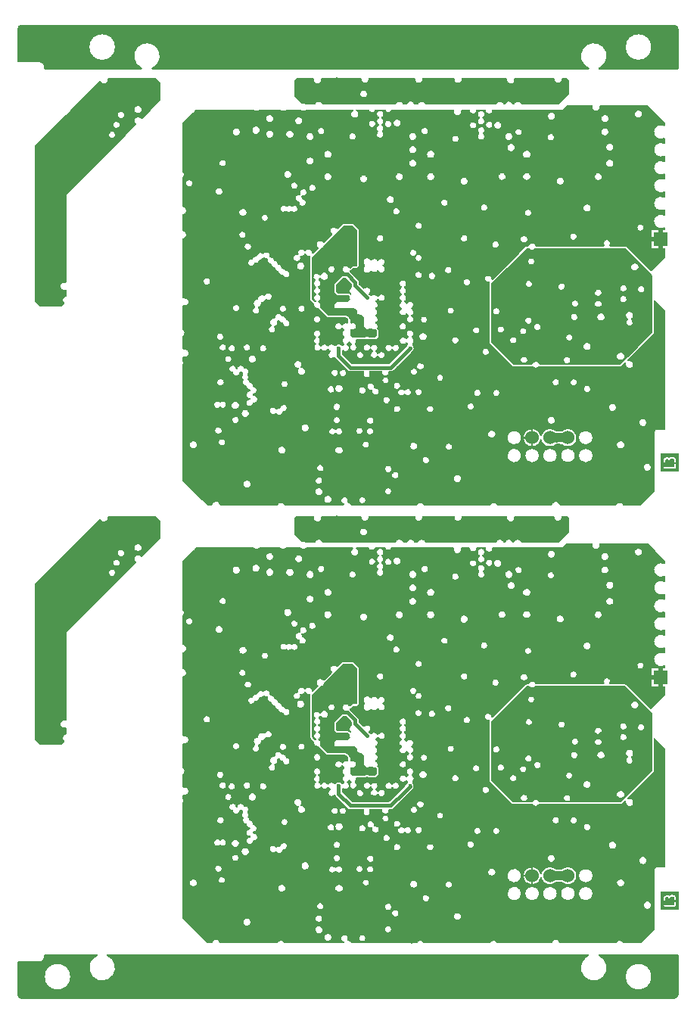
<source format=gbr>
*
%FSLAX26Y26*%
%MOIN*%
%ADD10C,0.017520*%
%ADD11C,0.016732*%
%ADD12C,0.060039*%
%ADD13R,0.060039X0.060039*%
%ADD14C,0.024606*%
%ADD15C,0.040354*%
%ADD16C,0.100394*%
%ADD17C,0.047244*%
%ADD18C,0.015748*%
%ADD19C,0.025591*%
%ADD20C,0.005118*%
%IPPOS*%
%LNl3b*%
%LPD*%
G75*
G54D10*
X1749961Y958661D03*
X1655512Y1116181D03*
X2779528Y1106299D03*
X1435079Y958661D03*
X944882Y1531496D03*
X929134Y1200787D03*
X1403543Y1273661D03*
X2145669Y1015748D03*
X2673862Y1245205D03*
X2712598Y1279528D03*
X2673228Y1318898D03*
X2500000Y925197D03*
X2559055D03*
X2529528D03*
X2253937Y1338583D03*
X2470472Y905512D03*
X1435039Y1210630D03*
X1468504Y1452756D03*
X1460630Y1429134D03*
X1440945Y1448819D03*
X1787402Y598425D03*
X1740157D03*
X1692913Y600394D03*
X1240157Y324803D03*
Y374016D03*
Y472441D03*
X1527559Y700787D03*
X2519685Y2003937D03*
X2448819D03*
X2484252Y1980315D03*
Y1948819D03*
Y1921260D03*
Y1893701D03*
X2519685Y1938976D03*
X2450787D03*
X1498012Y927146D03*
X1498031Y895630D03*
X1529508Y1021634D03*
X1624035Y1116161D03*
X1655492Y1053169D03*
X1592520Y1242087D03*
X1466516Y1242106D03*
X1529547Y1242146D03*
X1525394Y657480D03*
X933071Y1980315D03*
X842520Y830709D03*
X948819Y700787D03*
X1645669Y598425D03*
X1598425D03*
X1435039Y1084646D03*
X1466535D03*
X1561024Y1179134D03*
X1466535D03*
X1498031Y1021654D03*
X1561024D03*
X1624016Y1084646D03*
Y1147638D03*
X1592520Y1021654D03*
X1624016Y1053150D03*
X1435039Y1179134D03*
X1466535Y1210630D03*
X1592520D03*
X1561024Y990157D03*
X1435039Y1021654D03*
X1624016D03*
Y1210630D03*
G54D11*
X1486024Y872244D02*
X1664567D01*
X1723425Y931102D01*
X1750000Y957677D01*
X1435079Y923189D02*
X1486024Y872244D01*
X1435079Y923189D02*
Y958661D01*
X1472598Y1283307D02*
X1507697Y1248209D01*
X1444685Y1314209D03*
Y1296106D02*
X1457484Y1283307D01*
X1472598D01*
X1444685Y1296106D02*
Y1314209D01*
Y1315154D01*
X1446850Y1317319D02*
Y1319732D01*
X1444685Y1315154D02*
X1446850Y1317319D01*
X1507697Y1233055D02*
X1560874Y1179878D01*
X1507697Y1233055D02*
Y1248209D01*
X1560874Y1179283D02*
Y1179878D01*
Y1179283D02*
X1561024Y1179134D01*
G54D12*
X2287402Y562992D03*
X2366142D03*
X2444882D03*
G54D13*
X2854331Y1437008D03*
G54D14*
X1877953Y2133858D03*
X2303150D03*
X541339Y2125984D03*
X620079D03*
X580709Y2096457D03*
X157480Y1216535D03*
X129921Y1232283D03*
Y1196850D03*
X157480Y1185039D03*
X129921Y1165354D03*
X1980315Y791339D03*
X2598425Y777559D03*
X2637795Y816929D03*
X1655906Y521654D03*
X2027559Y311024D03*
X1919291Y2106299D03*
X1840551D03*
X1309055Y2116142D03*
Y2057087D03*
Y2086614D03*
X1269685Y2066929D03*
Y2096457D03*
Y2125984D03*
X1427165Y2135827D03*
X1466535Y2106299D03*
X1387795D03*
X2342520Y2096457D03*
X2263780D03*
X1757874Y472441D03*
Y275591D03*
Y374016D03*
X620079Y2066929D03*
X541339D03*
G54D15*
X2437008Y562992D02*
X2440945Y559055D01*
X2366142Y562992D02*
X2437008D01*
G36*
X97918Y1633626D02*
X97924Y1849518D01*
G02X98672Y1851296I2472J6D01*
G01X142400Y1895030D01*
X423538D01*
X423566Y1894891D01*
X425559Y1890074D01*
X425614Y1889992D01*
G02X426282Y1889310I-3178J-3779D01*
G01X429308Y1886283D01*
X429477Y1886170D01*
X434201Y1884215D01*
X434425Y1884171D01*
X439564D01*
X439886Y1884235D01*
X444428Y1886114D01*
X444812Y1886371D01*
X448324Y1889917D01*
X448528Y1890222D01*
X450398Y1894733D01*
X450491Y1895203D01*
X498263D01*
X237078Y1634010D01*
X236707Y1633112D01*
X236693Y1249804D01*
G02X235563Y1247660I-2468J-69D01*
G01X232351Y1245515D01*
G02X229764Y1245401I-1387J2053D01*
G01X229299Y1245493D01*
X223417D01*
X222950Y1245400D01*
X218556Y1243577D01*
G03X216910Y1242421I928J-3071D01*
G02X216127Y1241636I-3864J3074D01*
G01X214362Y1239826D01*
G03X212838Y1237482I1816J-2849D01*
G02X212481Y1236621I-4721J1447D01*
G01X211199Y1233518D01*
X211128Y1233161D01*
Y1227451D01*
X211189Y1227144D01*
X213394Y1221821D01*
X213552Y1221584D01*
X217639Y1217499D01*
X217876Y1217340D01*
X223150Y1215155D01*
X223460Y1215094D01*
X229286D01*
X229688Y1215174D01*
G02X232942Y1214722I1362J-2132D01*
G02X233962Y1214056I-2167J-4436D01*
G01X235551Y1212977D01*
G02X236717Y1210881I-1304J-2096D01*
G01Y1186302D01*
G02X234249Y1183764I-2468J-70D01*
G01X231619Y1183720D01*
X231371Y1183669D01*
X226784Y1181766D01*
X226441Y1181536D01*
X222941Y1178005D01*
X222742Y1177707D01*
X220873Y1173197D01*
X220781Y1172731D01*
Y1167858D01*
X220873Y1167393D01*
X222760Y1162851D01*
X222990Y1162507D01*
G02X223352Y1162146I-3299J-3674D01*
G02X223803Y1161690I-3282J-3689D01*
G01X226550Y1158951D01*
G02X227893Y1156549I-1187J-2240D01*
G02X227993Y1156041I-4789J-1213D01*
G02X228138Y1155313I-4757J-1322D01*
G01X228324Y1154375D01*
G02X227627Y1152128I-2422J-480D01*
G01X217469Y1141969D01*
G02X215643Y1141235I-1758J1734D01*
G01X118896D01*
G02X117092Y1142019I0J2469D01*
G01X98746Y1160365D01*
G02X97924Y1162205I1646J1840D01*
G01X97918Y1633626D01*
G37*
G36*
X142400Y1895030D02*
X188037Y1940673D01*
X442996D01*
G03X443971Y1935812I13843J247D01*
G03X459611Y1927568I13177J6041D01*
G01X464156Y1929448D01*
X464479Y1929664D01*
X467994Y1933207D01*
X468198Y1933512D01*
X470070Y1938026D01*
G03X470387Y1940769I-11692J2743D01*
G01X543279D01*
G02X542624Y1939565I-2411J532D01*
G01X498263Y1895203D01*
X450491D01*
X450474Y1900165D01*
X450397Y1900551D01*
X448526Y1905063D01*
X448280Y1905431D01*
G02X447884Y1905836I3329J3646D01*
G01X444827Y1908896D01*
X444448Y1909150D01*
X439949Y1911017D01*
X439614Y1911084D01*
X434405D01*
X434052Y1911013D01*
X429590Y1909161D01*
X429196Y1908898D01*
X425700Y1905371D01*
X425501Y1905073D01*
X423630Y1900555D01*
X423538Y1900095D01*
Y1895030D01*
X142400D01*
G37*
G36*
X188037Y1940673D02*
X229105Y1981747D01*
X462908D01*
X462976Y1981404D01*
X464876Y1976814D01*
X465133Y1976448D01*
G02X465388Y1976193I-3363J-3615D01*
G01X468569Y1973009D01*
X468940Y1972760D01*
X473381Y1970908D01*
X473854Y1970813D01*
X478908D01*
X479382Y1970908D01*
X483824Y1972761D01*
X484220Y1973027D01*
X487715Y1976553D01*
X487922Y1976863D01*
X489785Y1981366D01*
X489869Y1981787D01*
G02X489877Y1981927I4933J-216D01*
G01X584982D01*
X570300Y1967246D01*
G02X568081Y1966569I-1746J1746D01*
G01X564837Y1967105D01*
G02X563502Y1967916I552J2411D01*
G02X562715Y1968680I3023J3904D01*
G01X559937Y1971457D01*
X559615Y1971673D01*
X554567Y1973775D01*
X554099Y1973868D01*
X548262D01*
X547805Y1973777D01*
X543246Y1971878D01*
G03X540946Y1970000I627J-3116D01*
G01X538338Y1967346D01*
X538163Y1967084D01*
X536030Y1961931D01*
X535937Y1961466D01*
Y1955887D01*
X536030Y1955420D01*
X538166Y1950264D01*
X538431Y1949868D01*
X542036Y1946263D01*
G02X542786Y1944858I-1686J-1804D01*
G01X543291Y1941773D01*
G02X543279Y1940769I-2423J-472D01*
G01X470387D01*
G03X469099Y1946181I-12010J0D01*
G02X468683Y1947183I4326J2380D01*
G01X468135Y1948456D01*
X468032Y1948610D01*
G02X467420Y1949246I3237J3728D01*
G01X465374Y1951293D01*
G03X444796Y1947749I-8785J-10504D01*
G03X442997Y1941166I12044J-6829D01*
G02X442996Y1940673I-4932J-237D01*
G01X188037D01*
G37*
G36*
X229105Y1981747D02*
X252270Y2004915D01*
X535943D01*
X536004Y2004607D01*
X538223Y1999328D01*
X538405Y1999055D01*
X539756Y1997716D01*
G03X560600Y1995718I11497J10222D01*
G02X561384Y1996502I3861J-3078D01*
G01X563941Y1999059D01*
X564193Y1999435D01*
X566351Y2004644D01*
X566432Y2005053D01*
X608109D01*
X584982Y1981927D01*
X489877D01*
X489865Y1986846D01*
G03X488289Y1991064I-13400J-2602D01*
G02X487688Y1991941I3748J3215D01*
G02X487271Y1992584I3922J2999D01*
G03X478845Y1997685I-10806J-8340D01*
G01X473719D01*
G03X467306Y1994204I1915J-11176D01*
G02X466877Y1993820I-3504J3479D01*
G01X465044Y1991962D01*
X464885Y1991723D01*
X462961Y1987074D01*
X462908Y1986811D01*
Y1981747D01*
X229105D01*
G37*
G36*
X252270Y2004915D02*
X380106Y2132768D01*
G02X382401Y2133430I1747J-1745D01*
G01X386044Y2132599D01*
G02X387852Y2131121I-473J-2423D01*
G01X388565Y2129400D01*
X388838Y2128992D01*
X392946Y2124884D01*
X398395Y2122620D01*
X398514Y2122596D01*
X404595D01*
X404927Y2122663D01*
X409989Y2124766D01*
X410387Y2125032D01*
X414324Y2128969D01*
X414588Y2129363D01*
X416729Y2134531D01*
X416821Y2134993D01*
Y2140155D01*
G02X417826Y2143561I4942J393D01*
G02X418156Y2144009I2141J-1229D01*
G01X418855Y2145057D01*
G02X420909Y2146155I2054J-1371D01*
G01X629032D01*
G02X630845Y2145433I68J-2468D01*
G01X649312Y2126967D01*
G02X650095Y2125163I-1685J-1804D01*
G01Y2048537D01*
G02X649031Y2045973I-2469J-478D01*
G02X648247Y2045189I-3861J3078D01*
G01X608109Y2005053D01*
X566432D01*
Y2010697D01*
X566361Y2011053D01*
X564170Y2016353D01*
X564033Y2016560D01*
X559879Y2020722D01*
X559754Y2020806D01*
X554419Y2023020D01*
X554166Y2023070D01*
X548206D01*
X547822Y2022994D01*
X542757Y2020896D01*
X542399Y2020656D01*
X538429Y2016689D01*
X538165Y2016293D01*
X536035Y2011141D01*
X535943Y2010676D01*
Y2004915D01*
X252270D01*
G37*
G36*
X253684Y2005915D02*
X534943D01*
G02X534943Y2003915I0J-1000D01*
G01X253684D01*
G02X253684Y2005915I0J1000D01*
G37*
G36*
X567432Y2006053D02*
G01X606695D01*
G02X606695Y2004053I0J-1000D01*
G01X567432D01*
G02X567432Y2006053I0J1000D01*
G37*
G36*
X230519Y1982747D02*
G01X461908D01*
G02X461908Y1980747I0J-1000D01*
G01X230519D01*
G02X230519Y1982747I0J1000D01*
G37*
G36*
X490877Y1982927D02*
G01X583568D01*
G02X583568Y1980927I0J-1000D01*
G01X490877D01*
G02X490877Y1982927I0J1000D01*
G37*
G36*
X189451Y1941673D02*
G01X441996D01*
G02X441996Y1939673I0J-1000D01*
G01X189451D01*
G02X189451Y1941673I0J1000D01*
G37*
G36*
X471387Y1941769D02*
G01X542237D01*
G02X542237Y1939769I0J-1000D01*
G01X471387D01*
G02X471387Y1941769I0J1000D01*
G37*
G36*
X143814Y1896030D02*
G01X422538D01*
G02X422538Y1894030I0J-1000D01*
G01X143814D01*
G02X143814Y1896030I0J1000D01*
G37*
G36*
X451491Y1896203D02*
G01X496848D01*
G02X496848Y1894203I0J-1000D01*
G01X451491D01*
G02X451491Y1896203I0J1000D01*
G37*
G36*
X747474Y374877D02*
G02X747541Y375453I2536J0D01*
G02X747534Y376387I4917J502D01*
G02X747528Y376853I4929J296D01*
G01X747530Y395069D01*
X1671574D01*
X1671642Y394727D01*
X1672966Y391533D01*
G03X1674978Y388622I4777J1152D01*
G01X1677306Y386322D01*
X1677471Y386211D01*
G02X1677887Y386019I-1859J-4574D01*
G01X1682102Y384282D01*
X1682455Y384211D01*
X1687614D01*
X1688038Y384296D01*
X1692581Y386199D01*
X1692851Y386379D01*
X1696357Y389915D01*
X1696530Y390174D01*
X1698446Y394786D01*
X1698520Y395158D01*
X1948393D01*
X1945896Y392668D01*
X1945631Y392272D01*
X1943493Y387103D01*
X1943404Y386653D01*
Y381809D01*
X1359622D01*
G02X1359142Y382323I3363J3615D01*
G02X1358238Y383261I3072J3866D01*
G01X1356235Y385269D01*
X1356075Y385376D01*
G02X1355299Y385759I1786J4603D01*
G01X1351430Y387366D01*
X1351056Y387440D01*
X1345787D01*
X1345467Y387377D01*
X1340936Y385485D01*
X1340639Y385286D01*
X1337090Y381699D01*
X1336904Y381421D01*
X1335043Y376933D01*
X1334951Y376468D01*
Y371641D01*
X1039039D01*
X1034623Y373473D01*
X1034377Y373522D01*
X1028634D01*
X1028258Y373447D01*
X1024537Y371906D01*
G03X1021861Y370162I1081J-4584D01*
G02X1021306Y369647I-3628J3350D01*
G01X1018769Y367117D01*
X1018621Y366934D01*
G03X1017335Y364530I13407J-8719D01*
G03X1016051Y358257I14690J-6273D01*
G01X763122D01*
X748629Y372750D01*
G02X747474Y374877I1382J2127D01*
G37*
G36*
X747486Y1008512D02*
G02X748792Y1010714I2508J0D01*
G02X749199Y1011120I3685J-3287D01*
G02X749814Y1011703I3693J-3278D01*
G01X752919Y1014807D01*
X753160Y1015169D01*
X754876Y1019311D01*
G03X755413Y1023987I-6793J3150D01*
G02X755416Y1024736I4925J355D01*
G01X755410Y1026453D01*
X755301Y1026903D01*
X753102Y1032177D01*
X753019Y1032300D01*
X748796Y1036530D01*
G02X747891Y1037392I1215J2181D01*
G01X1128255D01*
G02X1128259Y1037096I-4933J-217D01*
G02X1128262Y1036931I-4935J-147D01*
G02X1128275Y1036728I-4920J-416D01*
G01X1128295Y1036626D01*
G02X1128523Y1035989I-4525J-1978D01*
G01X1129443Y1033927D01*
G03X1132044Y1030017I5217J650D01*
G02X1132601Y1029458I-3208J-3754D01*
G02X1133034Y1028981I-3431J-3551D01*
G01X1133969Y1028070D01*
X1134286Y1027858D01*
X1138994Y1025954D01*
X1139164Y1025920D01*
X1144281D01*
X1144525Y1025969D01*
G02X1144842Y1026073I1696J-4637D01*
G01X1149204Y1027887D01*
X1149455Y1028056D01*
G02X1149656Y1028222I3256J-3712D01*
G01X1153054Y1031657D01*
X1153244Y1031941D01*
X1155098Y1036401D01*
G02X1155146Y1036569I4772J-1269D01*
G01X1155218Y1036933D01*
X1155218Y1041821D01*
X1155131Y1042254D01*
X1153259Y1046740D01*
G02X1153146Y1046929I4180J2629D01*
G02X1152980Y1047195I4101J2750D01*
G02X1152914Y1047270I3682J3290D01*
G01X1151666Y1048518D01*
G02X1151090Y1051102I1746J1746D01*
G01X1151900Y1053516D01*
G02X1153469Y1055530I2479J-313D01*
G01X1158238Y1057506D01*
X1158636Y1057772D01*
X1162713Y1061843D01*
X1162937Y1062177D01*
X1164729Y1066504D01*
G03X1165240Y1069229I-2383J1858D01*
G02X1165259Y1069622I4938J-37D01*
G01X1165245Y1073778D01*
G02X1165139Y1074312I4781J1233D01*
G01X1164891Y1074913D01*
G02X1165519Y1077736I2290J972D01*
G02X1165939Y1078246I2098J-1301D01*
G02X1166391Y1078803I4050J-2825D01*
G02X1166910Y1079382I3924J-2996D01*
G01X1167513Y1080101D01*
G02X1169406Y1080985I1893J-1585D01*
G01X1171438D01*
G02X1173257Y1080186I0J-2469D01*
G02X1173542Y1079987I-2688J-4142D01*
G02X1174490Y1079211I-2627J-4181D01*
G02X1174808Y1078953I-1390J-2040D01*
G01X1176039Y1077910D01*
G02X1176644Y1077141I-1600J-1880D01*
G02X1177219Y1075874I-4165J-2652D01*
G02X1177406Y1075350I-4550J-1918D01*
G01X1177466Y1075204D01*
X1177638Y1074947D01*
G02X1178153Y1074423I-3256J-3712D01*
G01X1181457Y1071205D01*
X1186146Y1069260D01*
X1186312Y1069226D01*
G02X1186971Y1069179I-22J-4938D01*
G01X1188759D01*
G02X1191228Y1066694I0J-2470D01*
G01X1191255Y1064350D01*
X1191275Y1064250D01*
G02X1191673Y1063167I-4403J-2234D01*
G01X1193300Y1059341D01*
X1193344Y1059276D01*
G02X1194135Y1058479I-3085J-3855D01*
G01X1196909Y1055665D01*
X1197282Y1055416D01*
X1201741Y1053562D01*
X1202113Y1053488D01*
X1207318D01*
X1207691Y1053562D01*
X1212152Y1055416D01*
X1212549Y1055682D01*
X1216074Y1059251D01*
X1216245Y1059507D01*
X1218119Y1064028D01*
X1218193Y1064399D01*
G02X1218190Y1064552I4935J153D01*
G01X1218212Y1069378D01*
X1478680D01*
X1478680Y1069337D01*
G02X1477800Y1067326I-2466J-119D01*
G02X1477226Y1066820I-1901J1575D01*
G02X1476092Y1066068I-1893J1623D01*
G02X1475061Y1065566I-2663J4158D01*
G02X1472040Y1065464I-1579J1974D01*
G02X1470972Y1065898I1313J4760D01*
G01X1469414Y1066534D01*
X1469140Y1066589D01*
X1463926D01*
X1463674Y1066538D01*
G02X1463444Y1066466I-1601J4671D01*
G01X1459672Y1064897D01*
G03X1457297Y1062942I1361J-4072D01*
G02X1456728Y1062410I-3647J3329D01*
G01X1455223Y1060875D01*
X1455021Y1060573D01*
X1454489Y1059291D01*
G02X1452119Y1057722I-2300J899D01*
G01X1449403D01*
G02X1447093Y1059318I0J2469D01*
G01X1446649Y1060387D01*
G02X1446360Y1060871I4085J2774D01*
G02X1446254Y1060977I1696J1794D01*
G01X1442572Y1064611D01*
X1442488Y1064667D01*
X1437840Y1066566D01*
X1437726Y1066589D01*
X1432375D01*
X1432255Y1066565D01*
G02X1432046Y1066494I-1679J4643D01*
G01X1427551Y1064626D01*
X1427370Y1064504D01*
G02X1426914Y1064092I-3533J3449D01*
G01X1423675Y1060810D01*
X1423472Y1060459D01*
X1421631Y1056037D01*
X1421564Y1055699D01*
G02X1421541Y1054865I-4930J-280D01*
G01X1421540Y1050701D01*
X1421604Y1050381D01*
X1423519Y1045701D01*
X1423609Y1045566D01*
G02X1423774Y1045394I-3479J-3503D01*
G02X1424368Y1044753I-3311J-3663D01*
G01X1427309Y1041822D01*
X1427511Y1041687D01*
X1432138Y1039778D01*
X1432360Y1039734D01*
X1437694D01*
X1437941Y1039783D01*
G02X1438157Y1039854I1647J-4655D01*
G01X1442033Y1041450D01*
G03X1444312Y1043392I-982J3460D01*
G02X1444652Y1043731I3655J-3319D01*
G02X1445233Y1044276I3657J-3317D01*
G01X1446358Y1045431D01*
X1446561Y1045735D01*
X1447100Y1047034D01*
G02X1449381Y1048557I2281J-947D01*
G01X1452123D01*
G02X1454473Y1047036I70J-2468D01*
G01X1454965Y1045850D01*
G02X1455189Y1045475I-4126J-2713D01*
G02X1455889Y1044732I-3224J-3740D01*
G01X1458719Y1041902D01*
X1459113Y1041638D01*
X1460405Y1041099D01*
G02X1461997Y1038791I-877J-2308D01*
G01Y1036080D01*
G02X1460449Y1033718I-2468J-70D01*
G01X1459145Y1033163D01*
G02X1458917Y1033028I-2629J4180D01*
G01X1458606Y1032792D01*
X1455215Y1029365D01*
X1455024Y1029079D01*
X1453156Y1024568D01*
X1453063Y1024088D01*
X1453064Y1019229D01*
X1453156Y1018766D01*
X1454510Y1015508D01*
G03X1456733Y1012434I5505J1641D01*
G03X1460416Y1009619I5185J2968D01*
G02X1461568Y1008721I-874J-2309D01*
G01X1461995D01*
Y1003784D01*
X1461994D01*
Y1003239D01*
X1461645D01*
G02X1460462Y1002219I-2128J1271D01*
G01X1459062Y1001629D01*
X1458674Y1001368D01*
X1455197Y997855D01*
X1455007Y997571D01*
X1454575Y996529D01*
G02X1454081Y995337I-4770J1279D01*
G01X1453127Y993035D01*
X1453066Y992731D01*
G02X1453053Y992474I-4936J124D01*
G01X1453051Y987640D01*
X1453094Y987426D01*
X1455085Y982623D01*
G02X1455338Y982331I-3604J-3375D01*
G01X1458906Y978761D01*
G02X1459182Y978596I-2393J-4319D01*
G01X1460405Y978078D01*
G02X1461985Y975774I-889J-2303D01*
G01X1461956Y972631D01*
G02X1460420Y970718I-2439J385D01*
G01X1459098Y970166D01*
X1458728Y969918D01*
G02X1458195Y969392I-1981J1473D01*
G01X1455612Y966806D01*
G02X1453795Y966082I-1747J1745D01*
G01X1450583D01*
G02X1448511Y967210I0J2469D01*
G01X1448184Y967680D01*
G02X1447974Y967889I3380J3600D01*
G02X1447614Y968251I3315J3659D01*
G02X1447199Y968668I3282J3689D01*
G01X1444076Y971781D01*
X1443715Y972023D01*
X1438194Y974256D01*
X1437978Y974299D01*
X1432171D01*
X1431901Y974246D01*
G02X1431054Y973937I-2108J4465D01*
G01X1426402Y972001D01*
X1426049Y971764D01*
X1422076Y967771D01*
G02X1420063Y966731I-2013J1429D01*
G01X1417122Y966708D01*
G02X1414918Y967388I-459J2426D01*
G01X1411876Y970430D01*
G02X1411789Y970500I3055J3879D01*
G01X1411554Y970657D01*
X1406779Y972631D01*
X1406533Y972680D01*
X1401530D01*
X1401151Y972605D01*
X1397472Y971080D01*
G03X1395204Y969415I524J-3091D01*
G02X1394581Y968823I-3699J3271D01*
G01X1392719Y966934D01*
X1392517Y966630D01*
X1392313Y966137D01*
G02X1389993Y964573I-2310J924D01*
G01X1387204D01*
G02X1384896Y966165I0J2469D01*
G01X1384523Y967058D01*
X1384259Y967453D01*
X1380821Y970891D01*
X1380424Y971156D01*
X1375955Y973009D01*
X1375488Y973102D01*
X1370539D01*
X1370101Y973014D01*
G02X1369388Y972725I-2209J4416D01*
G01X1365605Y971156D01*
X1365324Y970969D01*
G02X1364764Y970446I-3638J3339D01*
G01X1361713Y967365D01*
X1361512Y967065D01*
X1360975Y965778D01*
G02X1358607Y964213I-2298J904D01*
G01X1355877D01*
G02X1353570Y965805I0J2469D01*
G01X1353051Y967048D01*
G02X1352993Y967143I4193J2607D01*
G01X1352851Y967355D01*
G02X1352256Y967976I3255J3713D01*
G02X1351288Y968955I2992J3928D01*
G01X1349299Y970931D01*
X1348943Y971169D01*
X1348281Y971444D01*
G02X1346760Y973795I947J2280D01*
G01Y976635D01*
G02X1347912Y978724I2470J1D01*
G03X1348378Y979032I-7303J11552D01*
G02X1349016Y979527I3335J-3641D01*
G02X1349491Y979889I1722J-1769D01*
G03X1350148Y980488I-8881J10389D01*
G02X1350686Y981068I3877J-3058D01*
G02X1351080Y981523I3925J-2997D01*
G02X1351464Y982010I4058J-2812D01*
G02X1351897Y982574I4128J-2716D01*
G03X1352025Y997756I-11296J7686D01*
G02X1351247Y998553I3128J3828D01*
G01X1348295Y1001497D01*
G02X1347850Y1001761I2292J4373D01*
G01X1346640Y1002264D01*
G02X1345491Y1003239I947J2280D01*
G01X1345116D01*
Y1008177D01*
X1345117D01*
Y1008721D01*
X1345560D01*
G02X1346643Y1009594I2028J-1408D01*
G01X1347988Y1010152D01*
X1348387Y1010418D01*
X1351893Y1013955D01*
X1352064Y1014211D01*
X1353987Y1018848D01*
X1354060Y1019215D01*
X1354036Y1024286D01*
X1354009Y1024418D01*
X1351987Y1029282D01*
G02X1351803Y1029449I3223J3741D01*
G02X1351250Y1030051I3344J3633D01*
G01X1348188Y1033085D01*
X1348083Y1033155D01*
X1343333Y1035102D01*
X1343279Y1035113D01*
X1338050D01*
X1337579Y1035018D01*
X1333127Y1033167D01*
X1332836Y1032973D01*
G02X1332640Y1032810I-3248J3719D01*
G01X1329236Y1029380D01*
X1329065Y1029124D01*
X1327204Y1024658D01*
G02X1327141Y1024439I-4777J1250D01*
G01X1327075Y1024106D01*
X1327083Y1019187D01*
X1327157Y1018819D01*
X1328648Y1015184D01*
G03X1331018Y1012139I5212J1611D01*
G01X1332769Y1010395D01*
X1333142Y1010146D01*
X1334426Y1009613D01*
G02X1336023Y1007303I-873J-2310D01*
G01Y1005329D01*
X926858D01*
X926853Y1010495D01*
X926832Y1010605D01*
X924815Y1015455D01*
G02X924651Y1015624I3452J3530D01*
G02X924244Y1016040I3321J3654D01*
G01X921195Y1019097D01*
X920799Y1019362D01*
X916306Y1021223D01*
X915885Y1021307D01*
X910843D01*
X910492Y1021238D01*
G02X910242Y1021159I-1610J4668D01*
G01X905896Y1019361D01*
X905679Y1019243D01*
G03X904247Y1018110I7874J-11425D01*
G02X903798Y1017648I-3761J3199D01*
G02X903526Y1017373I-3642J3334D01*
G02X903064Y1016897I-3763J3197D01*
G03X899858Y1009739I10533J-9013D01*
G02X899755Y1009060I-4921J401D01*
G03X899702Y1007848I13821J-1212D01*
G01X747536D01*
Y1008012D01*
G02X747486Y1008512I2458J500D01*
G37*
G36*
X747490Y1039875D02*
G02X747542Y1040589I4938J0D01*
G01X747521Y1072677D01*
X747522D01*
Y1073952D01*
X747523Y1073953D01*
X747520Y1131157D01*
X747521Y1131522D01*
X970765D01*
X970871Y1130992D01*
X972752Y1126455D01*
X972988Y1126102D01*
G02X973391Y1125689I-3321J-3654D01*
G01X976440Y1122638D01*
X976863Y1122355D01*
X981481Y1120432D01*
X981624Y1120403D01*
X986319D01*
G03X986323Y1120404I-2188J13559D01*
G01X1057396D01*
X1057419Y1120292D01*
X1059367Y1115592D01*
G02X1059497Y1115356I-4259J-2499D01*
G02X1060047Y1114800I-3225J-3739D01*
G01X1063199Y1111656D01*
X1063298Y1111589D01*
X1067987Y1109636D01*
X1068276Y1109579D01*
X1073421D01*
X1073834Y1109661D01*
X1078295Y1111519D01*
X1078559Y1111695D01*
G02X1078909Y1112003I3432J-3550D01*
G01X1082185Y1115320D01*
X1082385Y1115619D01*
X1084252Y1120121D01*
X1084343Y1120583D01*
X1084330Y1125538D01*
X1084248Y1125950D01*
X1082383Y1130449D01*
X1082201Y1130720D01*
G02X1082120Y1130797I3343J3634D01*
G01X1175331D01*
G03X1181398Y1119454I13636J0D01*
G01X1186094Y1117531D01*
X1186346Y1117481D01*
X1191583D01*
X1191883Y1117540D01*
G02X1192687Y1117844I2141J-4449D01*
G01X1196382Y1119373D01*
X1196781Y1119640D01*
X1200295Y1123187D01*
X1200475Y1123457D01*
X1202375Y1128039D01*
X1202451Y1128424D01*
G02X1202460Y1128566I4933J-214D01*
G01X1202460Y1130795D01*
X1258020D01*
G03X1261884Y1121285I13637J0D01*
G03X1279473Y1119655I9866J10748D01*
G01X1282981Y1123193D01*
X1283176Y1123485D01*
X1285063Y1128038D01*
X1285129Y1128368D01*
X1285129Y1133393D01*
X1346118D01*
X1382396Y1097130D01*
X1384682Y1095551D01*
X1385071Y1095389D01*
X1388080Y1094812D01*
X1462671Y1094800D01*
G02X1464622Y1094251I361J-2458D01*
G02X1465070Y1093986I-2285J-4377D01*
G01X1465575Y1093827D01*
G02X1473584Y1089811I-659J-11307D01*
G02X1474059Y1088948I-1883J-1600D01*
G02X1474657Y1087513I-4208J-2596D01*
G02X1474748Y1087308I-4469J-2099D01*
G01X1474805Y1087135D01*
X1354016D01*
X1353959Y1087419D01*
G02X1353762Y1087907I4473J2091D01*
G01X1351950Y1092216D01*
G02X1351893Y1092284I3756J3206D01*
G02X1351116Y1093126I3217J3746D01*
G01X1348142Y1096043D01*
X1348026Y1096120D01*
X1343364Y1098039D01*
X1343174Y1098077D01*
X1338075D01*
X1337539Y1097970D01*
X1333082Y1096118D01*
X1332802Y1095930D01*
G02X1332554Y1095720I-3319J3655D01*
G01X1329198Y1092331D01*
X1329123Y1092218D01*
G02X1328876Y1091711I-4554J1908D01*
G01X1327127Y1087519D01*
X1327044Y1087105D01*
Y1085669D01*
X1202293D01*
G02X1202197Y1085976I4660J1631D01*
G01X1200306Y1090408D01*
G02X1199757Y1090969I3249J3719D01*
G01X1196644Y1094050D01*
G02X1196546Y1094120I2839J4039D01*
G01X1191929Y1096032D01*
X1191292Y1096164D01*
X1186817D01*
G02X1185022Y1096938I0J2469D01*
G01X1182292Y1099143D01*
G02X1181419Y1100494I1534J1948D01*
G02X1181033Y1101307I4246J2520D01*
G03X1179039Y1104110I-11089J-5778D01*
G02X1178636Y1104477I3122J3825D01*
G02X1178215Y1104906I3308J3666D01*
G03X1171401Y1107956I-8283J-9373D01*
G03X1155760Y1092063I-2259J-13419D01*
G02X1155367Y1090216I-2428J-449D01*
G01X1155090Y1089769D01*
G02X1153806Y1088257I-4328J2377D01*
G02X1153214Y1087670I-3761J3200D01*
G02X1150294Y1086526I-2195J1304D01*
G02X1150045Y1086520I-249J4931D01*
G01X1146794D01*
X1146218Y1086393D01*
X1141484Y1084433D01*
G03X1139698Y1083039I702J-2740D01*
G02X1139253Y1082638I-3519J3463D01*
G01X1136872Y1080262D01*
G03X1135752Y1078324I2317J-2632D01*
G02X1135350Y1077353I-4738J1390D01*
G01X1134042Y1074189D01*
X1133950Y1073724D01*
Y1068000D01*
X1134043Y1067534D01*
X1136238Y1062229D01*
X1136420Y1061957D01*
X1138688Y1059648D01*
G02X1139673Y1056724I-1414J-2104D01*
G02X1139421Y1055099I-4937J-66D01*
G02X1139204Y1054468I-4767J1286D01*
G01X1139053Y1053928D01*
G02X1137557Y1052237I-2393J610D01*
G01X1134322Y1050898D01*
X1133927Y1050634D01*
X1130421Y1047099D01*
X1130218Y1046794D01*
X1128348Y1042285D01*
X1128255Y1041785D01*
Y1037392D01*
X747891D01*
G02X747548Y1039121I2119J1319D01*
G02X747490Y1039875I4880J753D01*
G37*
G36*
X747505Y902638D02*
G02X747540Y903226I4938J0D01*
G01X747549Y909442D01*
X935350D01*
G03X961986Y906556I13474J0D01*
G01X1039476D01*
X1039551Y906148D01*
X1041435Y901578D01*
G03X1042891Y899589I2877J579D01*
G02X1043418Y899016I-3363J-3616D01*
G01X1045510Y896925D01*
G03X1047361Y895729I2713J2167D01*
G02X1048200Y895380I-1465J-4715D01*
G01X1051641Y893952D01*
X1052111Y893859D01*
X1058120D01*
X1058582Y893950D01*
X1062918Y895744D01*
G03X1065418Y897643I-677J3486D01*
G02X1066121Y898326I3774J-3184D01*
G01X1067322Y899562D01*
G03X1069248Y902741I-2175J3490D01*
G02X1069624Y903560I4658J-1644D01*
G01X1070686Y906126D01*
X1070765Y906526D01*
G02X1070779Y906751I4934J-195D01*
G01X1429544D01*
X1475055Y861254D01*
X1479958Y857954D01*
X1480192Y857857D01*
X1486014Y856701D01*
X1544563D01*
G02X1546945Y854883I0J-2469D01*
G01X1547786Y852851D01*
G02X1547749Y850080I-2078J-1358D01*
G03X1547333Y849428I11316J-7691D01*
G02X1547227Y849239I-4362J2314D01*
G02X1546781Y848399I-4563J1886D01*
G03X1545852Y845870I12295J-5952D01*
G01X1467209D01*
Y851019D01*
X1467182Y851153D01*
G02X1467006Y851676I4584J1834D01*
G01X1465072Y856142D01*
G02X1464456Y856789I3252J3715D01*
G01X1461415Y859801D01*
X1461310Y859871D01*
X1456512Y861856D01*
G03X1442189Y855747I-2284J-14491D01*
G01X1440335Y851295D01*
X1440244Y850839D01*
Y850839D01*
X1431779D01*
Y851005D01*
X1431714Y851327D01*
G02X1431276Y852370I4303J2422D01*
G01X1429656Y856109D01*
G02X1428973Y856830I3227J3737D01*
G01X1427852Y857950D01*
G03X1409630Y858817I-9588J-9603D01*
G02X1408846Y858034I-3859J3080D01*
G01X1406982Y856143D01*
X1406839Y855924D01*
G02X1406424Y854961I-4717J1460D01*
G01X1405063Y851667D01*
X1286905D01*
Y857137D01*
X1286810Y857596D01*
G02X1286496Y858354I4388J2263D01*
G01X1284675Y862759D01*
X1284457Y863086D01*
X1280403Y867139D01*
X1280118Y867330D01*
X1274962Y869471D01*
X1274639Y869537D01*
X1270555Y869576D01*
G02X1268366Y870902I0J2469D01*
G01X1267403Y872334D01*
G02X1267077Y873036I2048J1378D01*
G02X1267568Y875914I2228J1100D01*
G01X1268678Y877023D01*
X1268900Y877356D01*
X1271097Y882659D01*
X1271165Y883002D01*
X1271147Y888767D01*
X1271122Y888893D01*
X1268838Y894421D01*
X1268730Y894582D01*
X1264674Y898647D01*
X1264561Y898723D01*
X1259144Y900971D01*
X1258677Y901064D01*
X1253088D01*
X1252622Y900971D01*
X1247479Y898838D01*
X1247094Y898581D01*
X1243125Y894612D01*
X1242989Y894408D01*
G02X1242687Y893769I-4606J1779D01*
G02X1242588Y893555I-4523J1980D01*
G01X1240702Y888916D01*
X1240667Y888735D01*
G02X1240648Y888416I-4936J132D01*
G01X1240646Y883107D01*
X747533D01*
X747534Y884819D01*
G02X747952Y886807I4938J-0D01*
G01X749650Y890933D01*
X749693Y891149D01*
X749701Y896245D01*
X749682Y896337D01*
G02X749616Y896533I4646J1672D01*
G01X747567Y901861D01*
G02X747505Y902638I4876J777D01*
G37*
G36*
X747520Y1528800D02*
G01Y1531497D01*
X1096763D01*
G03X1123700Y1531497I13469J0D01*
G01X2829348D01*
G03X2844088Y1488050I24978J-15750D01*
G01X2778084D01*
G03X2752344Y1493619I-13472J0D01*
G01X1800877D01*
Y1498499D01*
X1800784Y1498968D01*
X1798925Y1503461D01*
X1798666Y1503849D01*
G02X1798311Y1504207I3326J3649D01*
G01X1795147Y1507355D01*
X1794835Y1507564D01*
X1790373Y1509417D01*
X1789932Y1509505D01*
X1784858D01*
X1784393Y1509412D01*
X1780008Y1507595D01*
X1779741Y1507416D01*
G02X1779236Y1506953I-3580J3400D01*
G01X1776084Y1503776D01*
X1775886Y1503478D01*
X1774017Y1498976D01*
X1773924Y1498512D01*
Y1493685D01*
X1509063D01*
X1501423Y1501327D01*
X1499188Y1502869D01*
G02X1498750Y1503057I1728J4625D01*
G01X1496022Y1503607D01*
X1460912D01*
G02X1460421Y1503657I0J2471D01*
G02X1459833Y1503774I666J4892D01*
G03X1454157Y1503150I-1437J-13052D01*
G02X1453669Y1502919I-2348J4344D01*
G01X1451512Y1501475D01*
X1432313Y1482338D01*
G02X1430061Y1481644I-1765J1726D01*
G01X1425975Y1482466D01*
G02X1424264Y1483763I487J2420D01*
G02X1423822Y1484307I3602J3377D01*
G03X1410443Y1488760I-10402J-8931D01*
G01X1405941Y1486890D01*
X1405547Y1486627D01*
X1402050Y1483099D01*
X1401848Y1482797D01*
X1400956Y1480642D01*
G03X1400967Y1470163I9783J-5229D01*
G02X1401431Y1469044I-4301J-2435D01*
G02X1401553Y1468748I-4499J-2035D01*
G01X1401910Y1467885D01*
X1401992Y1467763D01*
G02X1402342Y1467439I-3172J-3784D01*
G02X1402570Y1467208I-3403J-3578D01*
G02X1403255Y1466439I-3323J-3652D01*
G01X1405558Y1464136D01*
G02X1406364Y1462455I-1671J-1835D01*
G02X1406530Y1461634I-4739J-1387D01*
G01X1407096Y1458758D01*
G02X1406422Y1456447I-2407J-552D01*
G01X1404201Y1454226D01*
X1025298D01*
X1025278Y1459344D01*
G03X1014053Y1470141I-13409J-2707D01*
G01X1009242D01*
X1008822Y1470056D01*
X1004300Y1468152D01*
X1004017Y1467958D01*
X1000510Y1464428D01*
X1000284Y1464091D01*
G02X999828Y1462974I-4770J1296D01*
G02X999381Y1461912I-4743J1372D01*
G01X998393Y1459541D01*
X998344Y1459296D01*
Y1454455D01*
X998344D01*
Y1454323D01*
X763281D01*
G02X763284Y1454375I4927J-330D01*
G01X763274Y1459541D01*
X763191Y1459958D01*
X761378Y1464329D01*
G03X759932Y1466327I-2890J-568D01*
G02X759234Y1467027I3129J3819D01*
G01X756884Y1469415D01*
X756441Y1469727D01*
X751454Y1471793D01*
G02X750930Y1471932I1005J4834D01*
G01X750837Y1471952D01*
X750013D01*
G02X747545Y1474490I0J2469D01*
G01X747540Y1528800D01*
X747520D01*
G37*
G36*
Y1531497D02*
Y1533737D01*
X747521D01*
Y1534141D01*
X747522Y1534142D01*
X747545Y1545264D01*
G02X750015Y1547745I2475J6D01*
G01X750840D01*
X751308Y1547843D01*
X756469Y1549983D01*
X756750Y1550171D01*
G02X756979Y1550364I3289J-3683D01*
G01X758779Y1552164D01*
X998537D01*
G02X998794Y1551488I-4475J-2087D01*
G01X1000755Y1546662D01*
X1000986Y1546317D01*
X1004340Y1542992D01*
G03X1024314Y1544078I9349J12266D01*
G02X1024422Y1544186I3545J-3437D01*
G01X1026627Y1546436D01*
X1026759Y1546634D01*
G02X1026922Y1547034I4651J-1658D01*
G02X1027286Y1547899I4711J-1477D01*
G02X1027685Y1548846I4725J-1433D01*
G01X1028943Y1551874D01*
X1029027Y1552298D01*
G02X1029030Y1552681I4935J152D01*
G01X1029023Y1556449D01*
X1675507D01*
X1675543Y1556266D01*
X1677548Y1551462D01*
X1677618Y1551357D01*
G02X1678317Y1550620I-3214J-3748D01*
G01X1681338Y1547664D01*
X1681419Y1547610D01*
G02X1682359Y1547184I-1556J-4686D01*
G01X1686189Y1545630D01*
X1686437Y1545581D01*
X1691488D01*
X1691879Y1545658D01*
X1696480Y1547591D01*
X1696640Y1547698D01*
G02X1696925Y1547942I3351J-3626D01*
G01X1699690Y1550723D01*
X2256209D01*
X2256211Y1550671D01*
X2256295Y1550251D01*
X2258192Y1545701D01*
X2258371Y1545434D01*
G02X2258889Y1544903I-3263J-3706D01*
G01X2260868Y1542932D01*
G03X2277834Y1542232I8928J10425D01*
G02X2278507Y1542924I3858J-3081D01*
G02X2279201Y1543596I3768J-3191D01*
G01X2281014Y1545434D01*
X2281140Y1545623D01*
G02X2281485Y1546421I4688J-1552D01*
G01X2283109Y1550346D01*
X2283160Y1550603D01*
X2874494D01*
Y1545449D01*
G02X2873220Y1543219I-2468J-68D01*
G01X2870714Y1541773D01*
G02X2868080Y1541878I-1234J2138D01*
G03X2829348Y1531497I-13754J-26131D01*
G01X1123700D01*
G03X1096763Y1531497I-13469J0D01*
G01X747520D01*
G37*
G36*
X747521Y1131522D02*
X747548Y1141987D01*
G02X748648Y1144042I2469J0D01*
G01X751864Y1146188D01*
G02X754479Y1146325I1418J-2032D01*
G01X754947Y1146232D01*
X760813D01*
X761286Y1146327D01*
X766330Y1148429D01*
X766610Y1148617D01*
G02X767162Y1149130I3631J-3346D01*
G01X770381Y1152355D01*
G03X771516Y1154553I-1661J2249D01*
G02X771746Y1155067I4614J-1759D01*
G02X771883Y1155384I4596J-1807D01*
G01X773009Y1158106D01*
X773111Y1158618D01*
Y1164197D01*
X773018Y1164667D01*
X770894Y1169793D01*
X770674Y1170134D01*
G02X770538Y1170299I3742J3222D01*
G01X766567Y1174258D01*
X766320Y1174453D01*
G03X754085Y1176272I-8202J-13100D01*
G02X751516Y1176856I-814J2359D01*
G02X750518Y1177524I2225J4408D01*
G01X748623Y1178790D01*
G02X747528Y1180913I1372J2052D01*
G01Y1249437D01*
X840864D01*
X840922Y1249149D01*
X842859Y1244476D01*
X843025Y1244228D01*
X846574Y1240679D01*
X846867Y1240483D01*
X851353Y1238620D01*
X851768Y1238537D01*
X856892D01*
X857336Y1238625D01*
X861749Y1240455D01*
X862133Y1240711D01*
X865658Y1244258D01*
X865864Y1244566D01*
X867733Y1249076D01*
X867797Y1249398D01*
X1311403D01*
Y1182589D01*
X1139453D01*
Y1187468D01*
X1139360Y1187937D01*
X1137500Y1192431D01*
X1137296Y1192737D01*
G02X1136689Y1193371I3251J3717D01*
G01X1133773Y1196295D01*
X1133388Y1196552D01*
X1128975Y1198382D01*
X1128509Y1198474D01*
X1123434D01*
X1122968Y1198382D01*
X1118580Y1196566D01*
X1118185Y1196302D01*
X1114664Y1192756D01*
X1114450Y1192436D01*
X1113632Y1190456D01*
G02X1111998Y1188974I-2301J896D01*
G01X1109163Y1188106D01*
G02X1106307Y1188422I-1201J2204D01*
G02X1105873Y1188629I1906J4555D01*
G01X1100716Y1190760D01*
X1100391Y1190825D01*
X1094486D01*
X1094101Y1190749D01*
X1088775Y1188543D01*
X1088411Y1188300D01*
X1084353Y1184239D01*
X1084090Y1183846D01*
X1081895Y1178545D01*
X1081802Y1178078D01*
Y1176619D01*
G02X1081685Y1175801I-2469J-65D01*
G02X1081568Y1175351I-4832J1017D01*
G02X1081257Y1174302I-4861J869D01*
G01X1081011Y1173438D01*
G02X1078558Y1171247I-2453J278D01*
G01X1074007Y1171190D01*
G02X1073630Y1171129I-581J2402D01*
G02X1073539Y1171106I-650J2382D01*
G03X1061189Y1152294I3719J-15902D01*
G01X1062938Y1148066D01*
G03X1064353Y1145830I3935J925D01*
G02X1064902Y1145294I-3165J-3789D01*
G02X1065575Y1144607I-3174J-3782D01*
G01X1067442Y1142737D01*
G02X1068214Y1141163I-1687J-1803D01*
G01X1068286Y1140384D01*
G02X1068207Y1139498I-2458J-228D01*
G02X1067944Y1138256I-4922J395D01*
G01X1067819Y1137611D01*
G02X1066280Y1135718I-2435J407D01*
G01X1063439Y1134541D01*
X1063045Y1134278D01*
X1062732Y1133962D01*
X997865D01*
G03X997145Y1138351I-13734J0D01*
G03X976547Y1145182I-13120J-5090D01*
G02X975962Y1144633I-3660J3314D01*
G01X972926Y1141569D01*
X972836Y1141435D01*
G02X972796Y1141344I-4535J1952D01*
G02X972466Y1140646I-4617J1752D01*
G01X970859Y1136769D01*
X970773Y1136335D01*
G02X970765Y1136204I-4933J221D01*
G01Y1131522D01*
X747521D01*
G37*
G36*
X747522Y1620349D02*
X747523D01*
Y1620775D01*
X747524Y1620776D01*
Y1643694D01*
X893225D01*
X893276Y1643437D01*
X895452Y1638186D01*
X895672Y1637857D01*
X896783Y1636745D01*
G03X920187Y1636801I11678J9969D01*
G02X920970Y1637584I3860J-3079D01*
G03X921934Y1639306I-2156J2337D01*
G02X922403Y1640438I4761J-1309D01*
G01X923628Y1643396D01*
X923721Y1643866D01*
X1265856D01*
G03X1268022Y1636451I13672J-31D01*
G02X1267909Y1633622I-2078J-1333D01*
G01X1266829Y1632006D01*
G02X1263740Y1631095I-2074J1340D01*
G01X1262849Y1631463D01*
X1262548Y1631523D01*
G02X1261981Y1631541I-129J4936D01*
G01X1257226D01*
X1256891Y1631474D01*
G02X1256403Y1631284I-2032J4502D01*
G01X1254607Y1630530D01*
G03X1250709Y1627995I362J-4821D01*
G02X1250227Y1627555I-3562J3419D01*
G01X1248530Y1625828D01*
X1248323Y1625518D01*
X1246463Y1621030D01*
X1246370Y1620564D01*
Y1615512D01*
X747522D01*
X747522Y1620349D01*
G37*
G36*
X747522Y804387D02*
Y804745D01*
X901872D01*
X901980Y804205D01*
X903981Y799406D01*
G02X904650Y798708I-3210J-3751D01*
G01X907561Y795790D01*
X907867Y795586D01*
X912379Y793712D01*
X912763Y793635D01*
X917906D01*
X918261Y793706D01*
X923021Y795690D01*
G03X924450Y796803I-7755J11428D01*
G02X925182Y797504I3768J-3199D01*
G03X925848Y798244I-9921J9608D01*
G02X926472Y799048I4191J-2612D01*
G03X927308Y800357I-11206J8073D01*
G02X927707Y801160I4604J-1785D01*
G02X928048Y801889I4628J-1720D01*
G03X929056Y807065I-12778J5176D01*
G01X1013879D01*
G03X1016143Y799456I13703J-64D01*
G02X1016785Y798809I-3168J-3788D01*
G01X1019882Y795716D01*
X1019936Y795679D01*
X1024765Y793674D01*
X1024914Y793643D01*
G02X1025444Y793612I-28J-4938D01*
G01X1027343D01*
G02X1029814Y791126I0J-2471D01*
G01X1029824Y788840D01*
X1029895Y788482D01*
X1031809Y783865D01*
X1031954Y783649D01*
G02X1032575Y783006I-3226J-3738D01*
G01X1035537Y780041D01*
X1035820Y779851D01*
X1040480Y777920D01*
G02X1041762Y777340I-342J-2462D01*
G02X1042088Y777131I-2503J-4256D01*
G01X1044445Y775464D01*
G02X1045199Y774692I-1346J-2069D01*
G01X1045580D01*
Y769755D01*
X1045579D01*
Y768689D01*
X1045250D01*
G02X1044486Y767860I-2150J1214D01*
G01X1041590Y765838D01*
G02X1040786Y765470I-1413J2025D01*
G01X1040418Y765367D01*
X1035823Y763465D01*
X1035579Y763333D01*
G03X1034270Y762291I8007J-11407D01*
G02X1033532Y761577I-3787J3176D01*
G03X1031882Y744363I10055J-9650D01*
G02X1032672Y743541I-3142J-3809D01*
G01X1035440Y740770D01*
G02X1035722Y740565I-2757J-4097D01*
G01X1035885Y740456D01*
X1040302Y738625D01*
X1040865Y738509D01*
X1044213D01*
G02X1045870Y737870I0J-2469D01*
G01X1047205Y736941D01*
G02X1047883Y736288I-1343J-2072D01*
G02X1048231Y733132I-1736J-1789D01*
G01X1047135Y731419D01*
G02X1044928Y730055I-2208J1105D01*
G01X1040963D01*
G02X1040881Y730045I-339J2445D01*
G01X1040516Y730007D01*
G03X1031832Y709036I2911J-13489D01*
G01X1035599Y705234D01*
X1035838Y705074D01*
G02X1036071Y704963I-2005J-4512D01*
G01X1040358Y703183D01*
X1040828Y703090D01*
X1045810D01*
X1046281Y703183D01*
X1050894Y705124D01*
X1050971Y705176D01*
G02X1051392Y705553I3499J-3484D01*
G01X1054611Y708806D01*
X1054810Y709102D01*
X1056670Y713585D01*
G02X1056820Y714047I4767J-1291D01*
G02X1057205Y714863I2388J-626D01*
G01X1059039Y717492D01*
G02X1061202Y718771I2163J-1190D01*
G01X1065448Y718784D01*
X1065629Y718804D01*
G02X1066113Y718928I1466J-4715D01*
G02X1066542Y719035I1400J-4735D01*
G02X1067237Y719233I1700J-4636D01*
G03X1070376Y720734I-4341J13109D01*
G02X1070835Y721069I3131J-3818D01*
G02X1071410Y721470I3106J-3838D01*
G03X1072044Y721998I-8515J10872D01*
G02X1072510Y722470I3742J-3224D01*
G02X1072938Y722864I3550J-3432D01*
G03X1075008Y725736I-10058J9432D01*
G01X1632204D01*
X1632248Y725517D01*
X1634301Y720699D01*
G02X1634537Y720443I-3514J-3469D01*
G01X1637967Y717007D01*
X1638082Y716929D01*
G02X1638520Y716746I-1685J-4641D01*
G02X1639473Y716314I-1550J-4688D01*
G01X1642468Y715067D01*
G02X1642965Y714923I-1130J-4806D01*
G01X1643031Y714909D01*
X1648286D01*
X1648723Y715025D01*
X1653217Y716917D01*
X1653422Y717054D01*
G02X1653808Y717458I3755J-3206D01*
G02X1653980Y717633I3613J-3366D01*
G02X1654137Y717788I3545J-3438D01*
G02X1654498Y718134I3593J-3387D01*
G02X1655155Y718766I3736J-3228D01*
G01X1657015Y720670D01*
X1657118Y720824D01*
G02X1657387Y721403I4603J-1786D01*
G01X1659062Y725443D01*
X1659135Y725814D01*
X2874511D01*
X2874511Y699186D01*
X2656981D01*
Y699627D01*
X2656895Y700063D01*
X2654740Y705279D01*
X2654537Y705584D01*
X2650480Y709650D01*
X2650236Y709814D01*
G02X2649755Y710036I1824J4588D01*
G01X2644993Y712012D01*
X2644526Y712105D01*
X2638930D01*
X2638464Y712012D01*
X2634039Y710179D01*
G03X2632356Y709040I1234J-3638D01*
G02X2631525Y708208I-3885J3053D01*
G01X2629757Y706399D01*
G03X2628169Y703959I1941J-3000D01*
G02X2627854Y703196I-4705J1497D01*
G01X2627811Y703092D01*
X2030055D01*
X2030005Y703343D01*
G02X2029703Y704161I4463J2113D01*
G01X2028064Y708100D01*
X2027811Y708467D01*
G02X2027472Y708808I3326J3649D01*
G01X2024403Y711883D01*
X2024008Y712147D01*
G02X2022861Y712625I1310J4765D01*
G01X2019558Y714000D01*
X2019090Y714093D01*
X2014064D01*
X2013596Y714000D01*
X2009147Y712148D01*
X2008755Y711885D01*
G02X2008069Y711173I-3885J3054D01*
G02X2007721Y710810I-3736J3228D01*
G02X2007568Y710654I-3594J3386D01*
G02X2007393Y710482I-3545J3437D01*
G02X2006860Y709988I-3613J3365D01*
G01X2005261Y708358D01*
X2005162Y708210D01*
G02X2004845Y707536I-4613J1761D01*
G01X2003192Y703525D01*
X2003115Y703139D01*
Y698223D01*
X1848720D01*
G03X1835216Y702180I-10064J-9324D01*
G02X1834023Y701685I-2471J4275D01*
G01X1831266Y700542D01*
G02X1831041Y700415I-1328J2081D01*
G01X1830779Y700239D01*
G02X1830044Y699495I-3859J3081D01*
G02X1829515Y698933I-3854J3092D01*
G02X1829087Y698549I-3504J3479D01*
G01X1827268Y696702D01*
X1827131Y696497D01*
G02X1826979Y696164I-4565J1883D01*
G02X1826602Y695272I-4720J1467D01*
G02X1826175Y694238I-4747J1359D01*
G01X1825201Y691884D01*
X1825110Y691431D01*
Y686554D01*
X1706408D01*
X1706402Y691486D01*
X1706316Y691902D01*
X1704265Y696718D01*
G03X1702682Y698612I-11269J-7804D01*
G02X1702457Y698807I3118J3828D01*
G02X1701972Y699263I3133J3816D01*
G02X1701322Y699803I2815J4057D01*
G03X1689453Y702127I-8295J-10895D01*
G02X1688455Y701713I-2379J4327D01*
G01X1685482Y700481D01*
X1685098Y700224D01*
G02X1684380Y699499I-3848J3094D01*
G02X1683850Y698935I-3854J3093D01*
G02X1683418Y698547I-3509J3474D01*
G01X1681586Y696689D01*
X1681477Y696527D01*
G02X1681419Y696390I-4577J1852D01*
G01X1440646D01*
X1440630Y701325D01*
X1440586Y701548D01*
G02X1440441Y701984I4609J1771D01*
G01X1439097Y705222D01*
G03X1436417Y708597I-5222J-1395D01*
G02X1435861Y709180I3280J3691D01*
G01X1434798Y710196D01*
X1434691Y710267D01*
X1429833Y712254D01*
X1429638Y712293D01*
X1424691D01*
X1424094Y712139D01*
X1419654Y710277D01*
X1419483Y710163D01*
G02X1419245Y709963I-3289J3683D01*
G01X1415841Y706518D01*
X1415665Y706256D01*
X1413786Y701726D01*
X1413693Y701259D01*
Y696218D01*
X1206215D01*
G03X1204442Y700377I-13424J-3264D01*
G01X1200709Y704177D01*
X1200528Y704299D01*
G02X1199992Y704553I1845J4580D01*
G01X1195763Y706306D01*
X1195456Y706367D01*
X1190361D01*
X1190023Y706300D01*
X1185896Y704602D01*
G02X1185799Y704549I-2401J4314D01*
G02X1185321Y704319I-2376J4329D01*
G01X1185100Y704172D01*
X1183360Y702415D01*
X995641D01*
G03X995572Y703078I-3234J0D01*
G01X995569Y707605D01*
X995513Y707887D01*
X993199Y713393D01*
X993157Y713456D01*
X989010Y717583D01*
G02X988680Y717742I1974J4526D01*
G01X983645Y719831D01*
X983178Y719924D01*
X977407D01*
X976941Y719831D01*
X971777Y717664D01*
X971481Y717466D01*
X967548Y713533D01*
X967387Y713292D01*
G02X967150Y712788I-4580J1845D01*
G01X965132Y707914D01*
X965076Y707633D01*
X965073Y706429D01*
X938691D01*
X938682Y711179D01*
X938655Y711312D01*
G02X938367Y712121I4489J2056D01*
G01X936655Y716210D01*
X936570Y716337D01*
G02X936423Y716480I3363J3615D01*
G02X935876Y717083I3371J3608D01*
G01X932932Y719995D01*
X932713Y720142D01*
X928310Y721973D01*
X927675Y722100D01*
X922671D01*
X922204Y722006D01*
X917752Y720154D01*
X917359Y719892D01*
X915116Y717651D01*
G02X911568Y717710I-1745J1746D01*
G01X909378Y719899D01*
X908984Y720163D01*
X904530Y722015D01*
X904062Y722109D01*
X899058D01*
X898591Y722015D01*
X894139Y720163D01*
X893746Y719901D01*
X890244Y716369D01*
X890053Y716084D01*
X888178Y711552D01*
X888095Y711136D01*
Y706137D01*
X747548D01*
X747547Y773626D01*
X747548D01*
X747526Y804387D01*
X747522D01*
G37*
G36*
Y804745D02*
Y809325D01*
X747523D01*
X747525Y863443D01*
X747523D01*
Y863726D01*
X955018D01*
G02X955024Y863565I-4931J-262D01*
G01X955086Y863254D01*
X956982Y858681D01*
X957098Y858507D01*
G02X957909Y857643I-3171J-3785D01*
G01X960699Y854855D01*
X961038Y854628D01*
X965577Y852745D01*
X965956Y852667D01*
X968975Y852642D01*
G02X971445Y850156I0J-2470D01*
G01X971465Y847848D01*
X971530Y847522D01*
X973423Y842946D01*
X973544Y842765D01*
G02X974201Y842094I-3183J-3775D01*
G02X974901Y841363I-3198J-3762D01*
G01X977149Y839114D01*
X977453Y838910D01*
X982007Y837017D01*
X982392Y836940D01*
X987472D01*
X987854Y837017D01*
X991091Y838362D01*
G03X993648Y840029I-856J4107D01*
G02X994431Y840813I3862J-3077D01*
G01X996262Y842673D01*
X996471Y842986D01*
X998344Y847533D01*
X998394Y847784D01*
G02X998429Y848312I4937J-67D01*
G01Y849616D01*
G02X999528Y851670I2469J0D01*
G01X1000068Y852031D01*
G02X1001706Y852653I1638J-1847D01*
G01X1006457Y852692D01*
X1007133Y852849D01*
G02X1009361Y852347I631J-2396D01*
G02X1010339Y851195I-1302J-2097D01*
G01X1012106Y846932D01*
X1012326Y846603D01*
G02X1012866Y846094I-3107J-3839D01*
G02X1013319Y845587I-3445J-3538D01*
G01X1014571Y844336D01*
G02X1014632Y840786I-1685J-1805D01*
G01X1012330Y838459D01*
X1012113Y838135D01*
X1010246Y833632D01*
X1010155Y833172D01*
Y828292D01*
X1010249Y827820D01*
X1012115Y823318D01*
X1012406Y822882D01*
G02X1012536Y822760I-3318J-3657D01*
G02X1013004Y822289I-3262J-3706D01*
G02X1013642Y821641I-3184J-3774D01*
G02X1014080Y821142I-3485J-3498D01*
G01X1014439Y820782D01*
G02X1016578Y816946I-2811J-4081D01*
G02X1016028Y814368I-2345J-847D01*
G02X1015651Y813740I-4411J2223D01*
G02X1015225Y812908I-4589J1822D01*
G02X1014971Y812363I-4595J1806D01*
G03X1013879Y807065I12611J-5362D01*
G01X929056D01*
G03X926667Y814821I-13787J0D01*
G02X926183Y815306I3243J3727D01*
G02X925952Y815517I3214J3748D01*
G02X925392Y816097I3261J3708D01*
G01X923156Y818333D01*
X922958Y818465D01*
G02X922289Y818793I1832J4585D01*
G01X918355Y820427D01*
X917888Y820520D01*
X912799D01*
G03X905857Y816647I1709J-11218D01*
G01X904003Y814750D01*
X903825Y814483D01*
X901965Y809996D01*
X901872Y809531D01*
Y804745D01*
X747522D01*
G37*
G36*
X747522Y1615512D02*
X1246370D01*
X1246433Y1615194D01*
X1248295Y1610702D01*
X1248427Y1610505D01*
X1252247Y1606687D01*
X1257231Y1604620D01*
G02X1258102Y1604239I-536J-2411D01*
G02X1258884Y1603734I-2278J-4381D01*
G01X1260974Y1602235D01*
G02X1261756Y1601418I-1346J-2070D01*
G01X1262117D01*
Y1596481D01*
X1262116D01*
Y1595897D01*
X1262169Y1595630D01*
X1264124Y1590909D01*
X1264273Y1590685D01*
X1267848Y1587114D01*
X1268081Y1586958D01*
G02X1268747Y1586670I-1622J-4664D01*
G01X1272707Y1585031D01*
X1273120Y1584949D01*
X1278049D01*
X1278474Y1585034D01*
X1283088Y1586957D01*
X1283397Y1587163D01*
X1286916Y1590710D01*
X1287037Y1590890D01*
G02X1287229Y1591363I4663J-1623D01*
G02X1287483Y1591892I4570J-1870D01*
G01X1288989Y1595536D01*
X1289057Y1595879D01*
G02X1289055Y1596002I4936J125D01*
G01X1289057Y1600987D01*
X1288988Y1601331D01*
X1287005Y1606025D01*
X1286956Y1606098D01*
G02X1286385Y1606675I3210J3752D01*
G01X1283411Y1609698D01*
X1282868Y1610024D01*
X1278405Y1611873D01*
X1278022Y1611983D01*
G02X1277237Y1612372I686J2372D01*
G02X1277129Y1612433I2373J4330D01*
G01X1648125D01*
G02X1648145Y1611824I-4917J-464D01*
G01X1648143Y1608371D01*
X1648181Y1608178D01*
G02X1648484Y1607339I-4473J-2092D01*
G01X1650372Y1602793D01*
X1650567Y1602501D01*
X1653777Y1599324D01*
G03X1667013Y1596301I9718J12065D01*
G01X1888102D01*
G02X1888108Y1595792I-4930J-312D01*
G01X1888130Y1595684D01*
X1890124Y1590857D01*
G02X1890920Y1590031I-3138J-3819D01*
G01X1893910Y1587044D01*
X1893977Y1586999D01*
X1898830Y1584991D01*
X1899039Y1584949D01*
X1904077D01*
X1904488Y1585031D01*
X1909085Y1586962D01*
X1909370Y1587153D01*
X1912888Y1590696D01*
X1913024Y1590899D01*
G02X1913213Y1591362I4660J-1633D01*
G02X1913343Y1591655I4570J-1869D01*
G02X1913625Y1592324I4679J-1580D01*
G02X1913977Y1593140I4693J-1535D01*
G01X1914962Y1595525D01*
X1915055Y1595994D01*
X2824839D01*
G03X2835163Y1572023I29489J-1508D01*
G01X2544792D01*
Y1577600D01*
X2544702Y1578056D01*
X2542445Y1583408D01*
X2542350Y1583551D01*
X2538260Y1587640D01*
G03X2520129Y1586961I-8574J-13445D01*
G02X2519747Y1586543I-3826J3121D01*
G02X2519288Y1586128I-3535J3448D01*
G01X2517035Y1583878D01*
G03X2516002Y1581987I2712J-2709D01*
G02X2515646Y1581125I-4721J1447D01*
G01X2514330Y1577942D01*
X2514273Y1577658D01*
G02X2514257Y1577392I-4935J174D01*
G01Y1575787D01*
X2089355D01*
G02X2089306Y1576486I4888J700D01*
G01Y1577888D01*
G03X2085569Y1586017I-13705J-1376D01*
G02X2085125Y1586387I2930J3974D01*
G02X2084686Y1586829I3275J3695D01*
G02X2084061Y1587381I2948J3961D01*
G03X2077948Y1590071I-8436J-10880D01*
G01X2073070D01*
X2072784Y1590013D01*
G02X2072121Y1589763I-2074J4481D01*
G01X2068206Y1588142D01*
X2067850Y1587905D01*
X2064331Y1584359D01*
X2064180Y1584133D01*
G02X2063935Y1583580I-4630J1715D01*
G02X2063628Y1582790I-4738J1388D01*
G02X2063477Y1582438I-4611J1766D01*
G02X2063273Y1581989I-4591J1818D01*
G01X2062270Y1579565D01*
X2062175Y1579089D01*
Y1574058D01*
X1253424D01*
X1251599Y1578401D01*
X1251484Y1578572D01*
G02X1250888Y1579191I3244J3722D01*
G02X1250763Y1579312I3368J3611D01*
G01X1247896Y1582181D01*
X1247757Y1582274D01*
G02X1246877Y1582657I1519J4698D01*
G01X1243031Y1584249D01*
G03X1230106Y1579884I-2807J-13005D01*
G02X1226557Y1579942I-1746J1745D01*
G01X1224302Y1582178D01*
X1224182Y1582258D01*
G02X1223148Y1582716I1471J4713D01*
G01X1219295Y1584311D01*
X1219214Y1584330D01*
G02X1218116Y1584446I-32J4944D01*
G03X1206301Y1580051I-1688J-13541D01*
G02X1202562Y1580325I-1752J1739D01*
G01X1200586Y1582249D01*
G02X1199622Y1582660I1444J4722D01*
G01X1195849Y1584222D01*
X1195357Y1584319D01*
X1190423D01*
X1189957Y1584227D01*
X1185377Y1582305D01*
X1185086Y1582110D01*
X1181589Y1578583D01*
X1181462Y1578393D01*
G02X1181268Y1577915I-4665J1618D01*
G02X1180977Y1577269I-4637J1698D01*
G01X1179492Y1573659D01*
X1179433Y1573358D01*
G02X1179419Y1573136I-4934J185D01*
G01Y1572097D01*
X760477D01*
X756998Y1575617D01*
X756412Y1576007D01*
X751266Y1578140D01*
X750795Y1578238D01*
X749991D01*
G02X747524Y1580776I0J2469D01*
G01X747522Y1615512D01*
G37*
G36*
X747523Y863726D02*
Y868381D01*
X747524D01*
X747533Y883107D01*
X1240646D01*
X1240750Y882581D01*
X1242886Y877425D01*
X1243128Y877065D01*
G02X1243206Y876974I-3689J-3282D01*
G01X1246101Y874105D01*
G03X1249033Y872181I3734J2493D01*
G02X1249593Y871949I-1608J-4669D01*
G01X1252616Y870696D01*
X1253086Y870599D01*
X1257042Y870580D01*
G02X1259218Y869277I0J-2469D01*
G01X1260149Y867891D01*
G02X1260609Y866850I-1980J-1496D01*
G02X1260028Y864280I-2327J-824D01*
G03X1258098Y861443I2114J-3511D01*
G02X1257749Y860624I-4697J1523D01*
G02X1257312Y859575I-4747J1359D01*
G01X1256467Y857538D01*
X1256389Y857146D01*
G02X1256392Y856989I-4935J-156D01*
G01X1256402Y851429D01*
X1256458Y851149D01*
X1258702Y845806D01*
G02X1258948Y845474I-3838J-3106D01*
G01X1262958Y841472D01*
G02X1263271Y841311I-2101J-4468D01*
G01X1268436Y839168D01*
X1268751Y839106D01*
X1274529D01*
X1274976Y839195D01*
G02X1276260Y839724I2508J-4263D01*
G01X1280208Y841395D01*
X1280411Y841531D01*
G02X1281095Y842199I3775J-3183D01*
G02X1281842Y842949I3851J-3091D01*
G02X1282604Y843705I3840J-3104D01*
G01X1284404Y845506D01*
X1284651Y845875D01*
X1284766Y846152D01*
X1404811D01*
G02X1404827Y845956I-4913J-488D01*
G01X1404885Y845663D01*
G02X1405041Y845214I-4578J-1849D01*
G01X1406853Y840902D01*
X1406956Y840747D01*
G02X1407657Y840004I-3221J-3742D01*
G01X1408752Y838910D01*
G02X1409808Y837860I-2921J-3991D01*
G01X1410591Y837107D01*
X1410860Y836926D01*
X1415415Y835038D01*
X1415813Y834959D01*
X1420799D01*
X1421230Y835044D01*
X1425705Y836900D01*
X1426001Y837097D01*
G02X1426195Y837256I3235J-3730D01*
G01X1429633Y840709D01*
X1429841Y841020D01*
X1431696Y845504D01*
X1431778Y845879D01*
Y846034D01*
X1440244D01*
X1440339Y845556D01*
G02X1440791Y844489I-4290J-2444D01*
G01X1442254Y840955D01*
X1442447Y840667D01*
G02X1442935Y840163I-3293J-3679D01*
G01X1444183Y838915D01*
G02X1445262Y837836I-2916J-3995D01*
G01X1446012Y837114D01*
X1446322Y836908D01*
X1450816Y835044D01*
X1451246Y834959D01*
X1456232D01*
X1456663Y835044D01*
X1461138Y836900D01*
X1461628Y837257D01*
X1465062Y840708D01*
X1465273Y841024D01*
X1467143Y845539D01*
X1467209Y845870D01*
X1545852D01*
G03X1547795Y834744I13224J-3422D01*
G02X1548128Y834414I-3307J-3666D01*
G02X1548293Y834248I-3418J-3563D01*
G01X1551253Y831246D01*
X1551537Y831057D01*
G02X1552298Y830723I-1595J-4673D01*
G01X1556178Y829118D01*
X1556602Y829033D01*
X1561491D01*
X1561931Y829121D01*
X1566545Y831049D01*
X1566843Y831248D01*
X1570467Y834874D01*
X1570576Y835007D01*
G03X1571238Y836168I-11535J7357D01*
G02X1571455Y836659I4621J-1740D01*
G02X1571759Y837309I4612J-1762D01*
G03X1570456Y849955I-12705J5082D01*
G02X1570129Y852409I1954J1509D01*
G01X1571256Y855134D01*
G02X1573538Y856659I2282J-944D01*
G01X1624636D01*
G02X1626757Y855563I69J-2468D01*
G01X1627770Y854048D01*
G02X1628251Y852395I-1984J-1475D01*
G02X1628251Y851080I-4894J-658D01*
G01X1628257Y847945D01*
X1628346Y847500D01*
X1630213Y842995D01*
X1630406Y842707D01*
G02X1631049Y842027I-3250J-3717D01*
G01X1633910Y839163D01*
X1634136Y839011D01*
G02X1634760Y838709I-1837J-4583D01*
G01X1638763Y837044D01*
X1639234Y836950D01*
X1644246D01*
X1644716Y837044D01*
G02X1645635Y837426I2344J-4346D01*
G01X1649318Y838993D01*
X1649575Y839165D01*
X1653065Y842688D01*
X1653249Y842963D01*
X1655117Y847533D01*
X1655199Y847947D01*
Y850914D01*
X1753248D01*
X1753341Y850447D01*
X1754752Y847077D01*
G03X1760749Y841241I11000J5303D01*
G01X1763679Y840025D01*
X1764149Y839931D01*
X1769322D01*
X1769787Y840024D01*
X1774152Y841832D01*
X1774535Y842092D01*
G02X1775283Y842831I3825J-3122D01*
G01X1778061Y845636D01*
X1778135Y845748D01*
G02X1778441Y846374I4579J-1848D01*
G01X1780143Y850478D01*
X1780201Y850771D01*
G02X1780230Y851197I4936J-124D01*
G01X2874513D01*
X2874515Y826787D01*
X1895353D01*
G03X1868395Y826787I-13479J0D01*
G01X1648222D01*
G03X1628242Y814963I-6492J-11823D01*
G01X1038728D01*
X1035729Y817959D01*
G02X1034814Y819670I1557J1934D01*
G02X1034618Y820653I4720J1450D01*
G02X1035103Y823341I2312J970D01*
G02X1035570Y824119I4452J-2143D01*
G02X1035829Y824660I4574J-1859D01*
G02X1036119Y825200I4488J-2059D01*
G03X1037141Y828511I-12457J5657D01*
G02X1037227Y829337I4937J-100D01*
G02X1037317Y830016I4928J-308D01*
G03X1037134Y833207I-13653J816D01*
G01X1037043Y833509D01*
X1035133Y838116D01*
X1034939Y838403D01*
G02X1034154Y839227I3159J3795D01*
G01X1032616Y840766D01*
G02X1032629Y844270I1746J1745D01*
G01X1034956Y846637D01*
X1035140Y846914D01*
X1037014Y851452D01*
X1037096Y851869D01*
Y856662D01*
G02X1037063Y856960I4888J696D01*
G01X1037026Y857145D01*
G02X1036808Y857709I4488J2065D01*
G01X1034999Y861943D01*
G02X1034833Y862112I3436J3546D01*
G02X1034326Y862655I3345J3632D01*
G01X1032210Y864806D01*
G03X1030649Y865986I-1582J-471D01*
G02X1030324Y866125I1778J4606D01*
G01X1026556Y867714D01*
X1026209Y867783D01*
X1021082D01*
X1020375Y867623D01*
G02X1018155Y868181I-573J2415D01*
G02X1017213Y869364I1368J2055D01*
G01X1015465Y873571D01*
X1015336Y873763D01*
G02X1015222Y873885I3561J3420D01*
G02X1014723Y874401I3290J3682D01*
G02X1014423Y874735I3520J3463D01*
G01X1011718Y877437D01*
X1011412Y877641D01*
X1006791Y879557D01*
X1006409Y879635D01*
X1001633Y879634D01*
G03X992477Y873681I2295J-13550D01*
G01X990564Y869063D01*
X990471Y868598D01*
Y866943D01*
G02X989337Y864852I-2474J-10D01*
G01X988481Y864280D01*
G02X987038Y863864I-1372J2052D01*
G01X984438D01*
G02X981970Y866403I0J2469D01*
G01Y868564D01*
X981877Y869032D01*
X980012Y873545D01*
X979807Y873852D01*
G02X979220Y874467I3265J3704D01*
G01X976290Y877394D01*
X975901Y877654D01*
X971405Y879518D01*
X970939Y879611D01*
X966039D01*
X965574Y879518D01*
X962026Y878048D01*
G03X959484Y876147I962J-3937D01*
G02X959052Y875759I-3508J3475D01*
G01X957180Y873860D01*
X956974Y873552D01*
X955110Y869042D01*
X955018Y868578D01*
Y863726D01*
X747523D01*
G37*
G36*
X747523Y1709229D02*
G02X748612Y1711290I2495J0D01*
G02X749394Y1712074I3864J-3074D01*
G01X750989Y1713713D01*
X751207Y1714023D01*
X753341Y1719181D01*
X753432Y1719640D01*
Y1719870D01*
X1195369D01*
G02X1195385Y1719626I-4918J-440D01*
G01X1195454Y1719279D01*
X1197645Y1713980D01*
X1197848Y1713677D01*
G02X1198115Y1713401I-3414J-3567D01*
G01X1201811Y1709698D01*
X1202208Y1709432D01*
X1207231Y1707348D01*
X1207701Y1707255D01*
X1213571D01*
X1214041Y1707348D01*
X1219037Y1709418D01*
X1219434Y1709683D01*
X1219572Y1709822D01*
X1372551D01*
G02X1372561Y1709583I-4927J-328D01*
G01X1372587Y1709454D01*
G02X1372919Y1708608I-4410J-2221D01*
G01X1374786Y1704133D01*
G02X1374853Y1704013I-4266J-2485D01*
G01X1374970Y1703838D01*
X1379033Y1699780D01*
X1379313Y1699593D01*
X1384535Y1697426D01*
X1384955Y1697342D01*
X1390603D01*
X1391068Y1697435D01*
X1396194Y1699558D01*
X1396582Y1699818D01*
G02X1396933Y1700209I3846J-3097D01*
G01X1530028D01*
G02X1530052Y1699890I-4909J-535D01*
G01X1530126Y1699516D01*
X1532262Y1694361D01*
X1532527Y1693964D01*
X1536474Y1690018D01*
X1536931Y1689712D01*
X1542118Y1687563D01*
X1542246Y1687538D01*
X1548260D01*
X1548491Y1687584D01*
X1553729Y1689753D01*
X1553974Y1689917D01*
G02X1554683Y1690598I3761J-3206D01*
G02X1555468Y1691380I3857J-3083D01*
G01X1558024Y1693929D01*
X1558287Y1694322D01*
X1558382Y1694553D01*
X1972935D01*
G02X1972953Y1694129I-4919J-424D01*
G01Y1690030D01*
X1973009Y1689752D01*
X1975206Y1684454D01*
G02X1975318Y1684272I-4156J-2666D01*
G01X1975433Y1684100D01*
X1979450Y1680110D01*
X1979748Y1679911D01*
X1984873Y1677789D01*
X1985279Y1677708D01*
X1991103D01*
X1991449Y1677777D01*
G02X1991856Y1677926I1893J-4560D01*
G01X1996624Y1679903D01*
X1996926Y1680106D01*
G02X1997551Y1680700I3702J-3267D01*
G02X1998421Y1681570I3905J-3034D01*
G01X2000701Y1683850D01*
G03X2001708Y1685691I-2253J2427D01*
G02X2002095Y1686623I4730J-1417D01*
G01X2003368Y1689692D01*
X2003424Y1689969D01*
X2396183D01*
X2396236Y1689705D01*
X2398384Y1684529D01*
G02X2398615Y1684147I-4106J-2742D01*
G01X2398652Y1684091D01*
X2399765Y1682978D01*
G03X2418886Y1679499I11620J9580D01*
G01X2419850Y1679899D01*
X2420149Y1680099D01*
G02X2420780Y1680700I3709J-3259D01*
G02X2421651Y1681571I3905J-3034D01*
G01X2423906Y1683826D01*
G03X2424868Y1685522I-2126J2326D01*
G02X2425366Y1686722I4770J-1276D01*
G01X2426581Y1689650D01*
X2426656Y1690027D01*
X2830046D01*
G03X2825761Y1665755I24281J-16801D01*
G01X1332372D01*
X1332268Y1666279D01*
X1330402Y1670780D01*
X1330196Y1671088D01*
G02X1329618Y1671696I3277J3694D01*
G01X1328137Y1673179D01*
G03X1324919Y1675457I-4288J-2643D01*
G01X1321865Y1676730D01*
X1321396Y1676824D01*
X1316364D01*
X1315895Y1676730D01*
X1311453Y1674879D01*
X1311067Y1674620D01*
G02X1310222Y1673776I-3890J3051D01*
G02X1309438Y1672992I-3863J3075D01*
G01X1307754Y1671277D01*
X1253632D01*
X1253626Y1675802D01*
G02X1253572Y1676094I4825J1051D01*
G01X1253391Y1676851D01*
G03X1242509Y1686670I-13174J-3660D01*
G01X1237595D01*
X1237145Y1686579D01*
X1232703Y1684723D01*
X1232370Y1684501D01*
G02X1231473Y1683605I-3914J3025D01*
G02X1230659Y1682793I-3873J3067D01*
G01X1228848Y1680956D01*
X1228734Y1680786D01*
G02X1228654Y1680593I-4593J1813D01*
G01X790831D01*
X790827Y1685561D01*
X790780Y1685798D01*
G02X790647Y1686211I4630J1715D01*
G01X788693Y1690857D01*
G03X787062Y1692785I-11247J-7857D01*
G02X786541Y1693240I2982J3935D01*
G02X785695Y1693962I2760J4094D01*
G03X785573Y1694053I-8247J-10964D01*
G02X785491Y1694111I2814J4057D01*
G03X774902Y1696504I-8075J-11106D01*
G01X774696Y1696493D01*
X774380Y1696421D01*
X769917Y1694571D01*
X769553Y1694328D01*
G02X768797Y1693555I-3892J3048D01*
G02X768303Y1693036I-3815J3140D01*
G02X767874Y1692651I-3505J3478D01*
G01X766045Y1690797D01*
X765904Y1690587D01*
G02X765667Y1690074I-4591J1817D01*
G01X763974Y1685982D01*
X763896Y1685591D01*
Y1680637D01*
X747524D01*
Y1709178D01*
G02X747523Y1709229I2495J50D01*
G37*
G36*
X747524Y1643694D02*
G01Y1680637D01*
X763896D01*
X763985Y1680187D01*
X765852Y1675679D01*
X766080Y1675337D01*
G02X766575Y1674825I-3296J-3676D01*
G01X769750Y1671652D01*
X774576Y1669647D01*
X774718Y1669619D01*
X779963D01*
X780306Y1669687D01*
X782681Y1670682D01*
X1226689D01*
G02X1226756Y1670310I-4822J-1062D01*
G01X1228710Y1665681D01*
G02X1229029Y1665343I-3430J-3552D01*
G02X1229506Y1664800I-3463J-3520D01*
G01X1232312Y1661988D01*
X1232600Y1661796D01*
G02X1233249Y1661498I-1730J-4625D01*
G01X1237336Y1659833D01*
X1237600Y1659781D01*
X1242695D01*
X1242987Y1659839D01*
G02X1243509Y1660022I1891J-4561D01*
G01X1245712Y1660955D01*
X1305419D01*
X1305513Y1660480D01*
X1307243Y1656308D01*
G03X1308174Y1655061I2150J635D01*
G02X1308708Y1654527I-3214J-3748D01*
G01X1311101Y1652134D01*
X1311480Y1651881D01*
X1315870Y1650058D01*
X1316340Y1649964D01*
X1321467D01*
X1321937Y1650057D01*
X1326314Y1651872D01*
X1326711Y1652137D01*
X1330228Y1655676D01*
X1330396Y1655929D01*
X1332317Y1660563D01*
X1332370Y1660825D01*
X1332372Y1665755D01*
X2825761D01*
G03X2868320Y1647224I28567J7471D01*
G02X2871302Y1646831I1230J-2182D01*
G02X2872085Y1646432I-1843J-4583D01*
G02X2872643Y1646057I-2468J-4276D01*
G01X2873184Y1645745D01*
G02X2874491Y1642945I-1135J-2235D01*
G02X2874491Y1641307I-4874J-819D01*
G02X2874493Y1641271I-4930J-279D01*
G01X1292999D01*
Y1646127D01*
X1292906Y1646597D01*
X1291603Y1649682D01*
G03X1290157Y1652115I-2902J-78D01*
G02X1289800Y1652478I3337J3639D01*
G01X1287325Y1654954D01*
X1287132Y1655082D01*
G02X1286686Y1655318I2080J4478D01*
G01X1282507Y1657052D01*
G02X1282338Y1657101I1300J4763D01*
G01X1281967Y1657175D01*
X1277068D01*
X1276529Y1657049D01*
X1272026Y1655164D01*
X1271716Y1654957D01*
X1268010Y1651201D01*
G03X1265856Y1643866I11519J-7366D01*
G01X923721D01*
Y1649439D01*
X923600Y1649976D01*
X921365Y1655263D01*
X921289Y1655377D01*
X917286Y1659418D01*
X916949Y1659643D01*
G02X916615Y1659768I1558J4685D01*
G01X911570Y1661856D01*
X911284Y1661912D01*
X905652D01*
X905227Y1661828D01*
X900681Y1659944D01*
G03X899080Y1658835I875J-2973D01*
G02X898297Y1658051I-3861J3077D01*
G01X895982Y1655737D01*
G03X894948Y1653863I2296J-2489D01*
G02X894570Y1652948I-4730J1419D01*
G01X893318Y1649917D01*
X893225Y1649453D01*
Y1643694D01*
X747524D01*
G37*
G36*
X747528Y1438945D02*
G02X749997Y1441420I2475J0D01*
G01X750803D01*
X751247Y1441513D01*
X755437Y1443255D01*
G03X757784Y1444913I-707J3490D01*
G02X758233Y1445319I3527J-3456D01*
G01X759878Y1446990D01*
G03X761421Y1449158I-1288J2549D01*
G01X763191Y1453431D01*
X763272Y1453839D01*
G02X763270Y1453993I4935J154D01*
G02X763281Y1454323I4938J0D01*
G01X998344D01*
G02X998377Y1453987I-4894J-651D01*
G01X998393Y1453906D01*
G02X998614Y1453339I-4484J-2075D01*
G01X1000308Y1449252D01*
X1000486Y1448986D01*
G02X1001073Y1448369I-3269J-3701D01*
G01X1003896Y1445540D01*
G02X1004239Y1445285I-2778J-4082D01*
G01X1008853Y1443336D01*
X1009281Y1443251D01*
X1014339D01*
X1014804Y1443344D01*
X1019260Y1445203D01*
X1019650Y1445464D01*
X1023143Y1448993D01*
X1023323Y1449263D01*
X1025223Y1453846D01*
X1025298Y1454226D01*
X1404201D01*
X1372248Y1422276D01*
G02X1369965Y1421639I-1724J1767D01*
G01X1368493Y1421934D01*
G02X1367091Y1422753I476J2426D01*
G01X1363318Y1426508D01*
G03X1344768Y1425944I-8883J-13165D01*
G02X1343983Y1425162I-3857J3083D01*
G01X1341251Y1422437D01*
X1340987Y1422042D01*
X1338802Y1416777D01*
X1338700Y1416315D01*
X1338690Y1410533D01*
X1338747Y1410244D01*
G02X1339005Y1409533I-4500J-2033D01*
G01X1341072Y1404626D01*
X1341228Y1404393D01*
X1342545Y1403072D01*
X1048913D01*
Y1407952D01*
X1048828Y1408377D01*
G02X1048712Y1408682I4552J1913D01*
G01X1046890Y1413071D01*
G02X1046832Y1413152I1983J1471D01*
G03X1033354Y1418975I-11330J-7714D01*
G02X1032814Y1418949I-387J2438D01*
G01X1032421Y1418860D01*
X1029231Y1417538D01*
G03X1026374Y1415475I790J-4105D01*
G02X1025941Y1415086I-3509J3473D01*
G01X1024121Y1413238D01*
X1023917Y1412933D01*
X1022050Y1408429D01*
X1021957Y1407962D01*
Y1402920D01*
X747528D01*
Y1438939D01*
G02X747528Y1438945I2475J3D01*
G37*
G36*
Y1249437D02*
G01Y1332158D01*
X1037717D01*
X1037798Y1331755D01*
X1039660Y1327261D01*
X1039871Y1326945D01*
G02X1040478Y1326311I-3252J-3716D01*
G01X1043371Y1323408D01*
X1043769Y1323142D01*
X1048187Y1321310D01*
X1048656Y1321217D01*
X1053728D01*
G03X1060667Y1325072I-1686J11208D01*
G01X1062481Y1326914D01*
X1062692Y1327229D01*
X1064456Y1331484D01*
G02X1065648Y1332781I2303J-921D01*
G02X1067568Y1333162I1401J-2033D01*
G01X1068121Y1333043D01*
G02X1068990Y1333018I295J-4929D01*
G01X1073233D01*
G03X1074990Y1333443I-2324J13459D01*
G02X1075508Y1333652I2106J-4466D01*
G02X1076069Y1333831I1777J-4607D01*
G03X1079214Y1335635I-5162J12645D01*
G02X1079643Y1336017I3494J-3489D01*
G02X1080018Y1336315I3259J-3709D01*
G02X1080645Y1336898I3662J-3312D01*
G03X1084272Y1343728I-9755J9560D01*
G02X1084712Y1344709I2419J-493D01*
G01X1086618Y1347441D01*
G02X1088781Y1348720I2163J-1190D01*
G01X1093096Y1348736D01*
X1093261Y1348755D01*
G03X1101740Y1354451I-3034J13674D01*
G02X1103800Y1355574I2083J-1372D01*
G02X1104803Y1355765I1420J-4729D01*
G01X1107324Y1356245D01*
G02X1109590Y1355577I520J-2413D01*
G01X1110385Y1354815D01*
X1110678Y1354619D01*
X1115145Y1352765D01*
X1115516Y1352692D01*
X1120584Y1352672D01*
G02X1122761Y1351589I119J-2492D01*
G02X1123224Y1351162I-3109J-3836D01*
G02X1123788Y1350563I-3299J-3673D01*
G01X1124502Y1349850D01*
G02X1125097Y1347102I-1686J-1803D01*
G01X1124487Y1345598D01*
G03X1124328Y1344245I1985J-919D01*
G02X1124312Y1343851I-4938J0D01*
G01Y1340079D01*
X1124384Y1339715D01*
X1126403Y1334912D01*
X1126458Y1334829D01*
G02X1127136Y1334116I-3223J-3741D01*
G01X1130036Y1331235D01*
X1130397Y1330994D01*
X1134891Y1329135D01*
X1135132Y1329085D01*
G02X1135889Y1329028I7J-4938D01*
G01X1137597D01*
G02X1140067Y1326543I0J-2470D01*
G01X1140072Y1324335D01*
X1140154Y1323926D01*
X1142040Y1319362D01*
X1142261Y1319031D01*
G02X1142784Y1318487I-3288J-3684D01*
G01X1145743Y1315530D01*
X1146112Y1315283D01*
X1150656Y1313399D01*
X1151038Y1313320D01*
G02X1151374Y1313299I-151J-4935D01*
G01X1153354D01*
G02X1155824Y1310814I0J-2470D01*
G01Y1308608D01*
X1155917Y1308142D01*
X1157894Y1303375D01*
G02X1158477Y1302792I-3188J-3771D01*
G01X1161627Y1299642D01*
X1161702Y1299592D01*
X1166489Y1297602D01*
X1166624Y1297575D01*
G02X1167288Y1297530I0J-4937D01*
G01X1169072D01*
G02X1171541Y1295045I0J-2470D01*
G01X1171561Y1292730D01*
X1171615Y1292460D01*
X1173550Y1287783D01*
X1173681Y1287586D01*
G02X1174262Y1286987I-3241J-3725D01*
G01X1177257Y1283988D01*
X1177549Y1283793D01*
X1182091Y1281901D01*
X1182558Y1281805D01*
X1186619Y1281792D01*
G02X1188966Y1280998I478J-2454D01*
G02X1189723Y1280388I-2705J-4131D01*
G01X1191684Y1278806D01*
G02X1192539Y1277638I-1480J-1979D01*
G02X1192952Y1276636I-4331J-2372D01*
G01X1193191Y1276055D01*
X1193420Y1275712D01*
G02X1193915Y1275199I-3297J-3675D01*
G01X1196892Y1272221D01*
X1197288Y1271956D01*
X1202009Y1270050D01*
X1202219Y1270009D01*
X1207224D01*
X1207511Y1270066D01*
G02X1207921Y1270197I1703J-4635D01*
G01X1212157Y1271957D01*
X1212554Y1272223D01*
X1216055Y1275755D01*
X1216238Y1276029D01*
X1218132Y1280607D01*
X1218213Y1281013D01*
G02X1218218Y1281097I4932J-232D01*
G01X1311403D01*
Y1249398D01*
X867797D01*
Y1254573D01*
X867777Y1254674D01*
X865755Y1259553D01*
G02X864837Y1260556I3150J3803D01*
G01X862174Y1263225D01*
X861824Y1263459D01*
X857025Y1265395D01*
X851779D01*
X851415Y1265322D01*
G02X851196Y1265253I-1597J4672D01*
G01X846871Y1263448D01*
X846482Y1263187D01*
X842991Y1259660D01*
X842837Y1259429D01*
X840911Y1254783D01*
X840864Y1254546D01*
Y1249437D01*
X747528D01*
G37*
G36*
Y1332158D02*
Y1402920D01*
X1021957D01*
X1022004Y1402684D01*
X1023950Y1397998D01*
X1024042Y1397859D01*
G02X1024766Y1397100I-3194J-3765D01*
G01X1027652Y1394213D01*
X1027903Y1394051D01*
G02X1028694Y1393703I-1585J-4676D01*
G01X1032486Y1392127D01*
X1032918Y1392041D01*
X1037915D01*
X1038343Y1392126D01*
X1042962Y1394066D01*
X1043244Y1394255D01*
X1046747Y1397789D01*
X1046884Y1397994D01*
G02X1046991Y1398274I4662J-1625D01*
G02X1047302Y1398944I4620J-1741D01*
G01X1048820Y1402603D01*
X1048913Y1403072D01*
X1342545D01*
X1345067Y1400544D01*
G02X1345802Y1399220I-1688J-1802D01*
G01X1346091Y1397754D01*
G02X1345420Y1395449I-2406J-550D01*
G01X1322708Y1372737D01*
G02X1319511Y1372464I-1758J1734D01*
G01X1317851Y1373575D01*
G02X1316766Y1376429I1293J2125D01*
G02X1316799Y1376747I2467J-99D01*
G03X1316859Y1378043I-13610J1276D01*
G02X1316807Y1378772I4886J713D01*
G03X1305894Y1391387I-13648J-779D01*
G01X1300536D01*
X1300227Y1391325D01*
X1295700Y1389437D01*
X1295320Y1389189D01*
X1291820Y1385668D01*
X1291590Y1385308D01*
X1291091Y1384102D01*
G02X1288719Y1382531I-2300J897D01*
G01X1285981D01*
G02X1283671Y1384127I0J2469D01*
G01X1283109Y1385483D01*
X1282860Y1385952D01*
G02X1282264Y1386717I3583J3405D01*
G03X1281649Y1387403I-10505J-8800D01*
G02X1281279Y1387704I2928J3976D01*
G02X1280711Y1388225I3042J3889D01*
G02X1280176Y1388731I3119J3827D01*
G03X1279146Y1389460I-8418J-10813D01*
G02X1278353Y1389881I741J2355D01*
G02X1277998Y1390119I2570J4216D01*
G03X1268635Y1391292I-6283J-12195D01*
G01X1264203Y1389436D01*
X1263840Y1389204D01*
X1260329Y1385666D01*
X1260185Y1385451D01*
G02X1259925Y1384847I-4653J1651D01*
G01X1258249Y1380805D01*
X1258166Y1380391D01*
X1258179Y1375446D01*
X1258200Y1375341D01*
G02X1258253Y1375172I-4689J-1546D01*
G02X1258586Y1374260I-4449J-2141D01*
G01X1258928Y1373434D01*
G02X1258425Y1370670I-2249J-1019D01*
G01X1256281Y1368526D01*
G02X1254465Y1367804I-1746J1746D01*
G01X1249404Y1367785D01*
X1249033Y1367711D01*
X1244556Y1365858D01*
X1244214Y1365630D01*
G02X1243512Y1364945I-3782J3174D01*
G01X1240653Y1362052D01*
X1240474Y1361770D01*
G02X1240217Y1361180I-4646J1672D01*
G01X1238583Y1357227D01*
X1238492Y1356770D01*
X1133412D01*
G02X1133256Y1356963I1835J1651D01*
G01X1131347Y1358869D01*
G02X1130832Y1361611I1745J1747D01*
G01X1131509Y1363245D01*
X1131580Y1363640D01*
G02X1131602Y1364384I4933J222D01*
G01X1131580Y1368705D01*
X1131521Y1369002D01*
G02X1130926Y1370470I4220J2564D01*
G01X1129588Y1373654D01*
X1129439Y1373878D01*
G02X1128957Y1374366I3266J3703D01*
G01X1128049Y1375269D01*
G03X1108645Y1375746I-9931J-9104D01*
G01X1106627Y1373713D01*
G02X1105049Y1372770I-1966J1497D01*
G01X1101252Y1372063D01*
G02X1099004Y1372797I-452J2427D01*
G01X1098345Y1373450D01*
X1097976Y1373696D01*
G02X1097609Y1373854I1766J4613D01*
G01X1093547Y1375538D01*
X1093021Y1375644D01*
X1088259Y1375645D01*
G03X1077128Y1364982I2223J-13462D01*
G02X1076571Y1363773I-2444J393D01*
G02X1076398Y1363519I-4166J2650D01*
G01X1074780Y1361204D01*
G02X1072614Y1359920I-2166J1184D01*
G01X1068405D01*
G02X1068341Y1359911I-343J2445D01*
G01X1068001Y1359873D01*
G03X1059388Y1353980I3081J-13745D01*
G01X1057588Y1349645D01*
G02X1056273Y1348232I-2338J856D01*
G02X1054246Y1347831I-1449J1999D01*
G03X1037717Y1337406I-3189J-13260D01*
G01Y1332158D01*
X747528D01*
G37*
G36*
X747528Y1807981D02*
Y1808295D01*
X1372543D01*
X1372644Y1807789D01*
X1374777Y1802634D01*
X1375041Y1802239D01*
X1378971Y1798304D01*
X1379367Y1798039D01*
X1384413Y1795937D01*
X1384958Y1795828D01*
X1390820D01*
X1391147Y1795894D01*
X1396234Y1798012D01*
X1396673Y1798326D01*
X1400546Y1802204D01*
X1400812Y1802602D01*
X1402946Y1807760D01*
X1403034Y1808203D01*
X1825308D01*
X1825392Y1807781D01*
X1827525Y1802627D01*
X1827789Y1802231D01*
X1831719Y1798296D01*
X1832115Y1798031D01*
X1837161Y1795929D01*
X1837632Y1795835D01*
X1843484D01*
X1843956Y1795929D01*
X1849004Y1798032D01*
X1849430Y1798327D01*
X1853081Y1801982D01*
G03X1854004Y1803613I-2059J2242D01*
G02X1854528Y1804879I4780J-1237D01*
G01X1855734Y1807794D01*
X1855787Y1808063D01*
X2248536D01*
X2248550Y1807990D01*
X2250861Y1802405D01*
X2250974Y1802237D01*
X2254849Y1798358D01*
G02X2255107Y1798150I-2967J-3947D01*
G01X2255182Y1798100D01*
X2260526Y1795874D01*
X2260748Y1795829D01*
X2266778D01*
X2267161Y1795906D01*
X2272208Y1798008D01*
X2272660Y1798328D01*
X2276538Y1802212D01*
X2276779Y1802572D01*
G02X2277208Y1803588I4734J-1405D01*
G01X2278938Y1807768D01*
X2279031Y1808237D01*
X2835165D01*
G03X2868168Y1804622I19161J22467D01*
G02X2870743Y1804687I1340J-2073D01*
G01X2873219Y1803258D01*
G02X2874525Y1801080I-1163J-2178D01*
G01Y1781700D01*
G02X2873251Y1779471I-2468J-69D01*
G01X2870889Y1778108D01*
G02X2868318Y1777967I-1401J2033D01*
G03X2830018Y1768726I-13991J-26002D01*
G01X2645156D01*
Y1774595D01*
X2645086Y1774946D01*
X2642887Y1780186D01*
X2642643Y1780533D01*
G02X2641447Y1781728I2841J4038D01*
G01X2638699Y1784462D01*
X2638432Y1784640D01*
X2633167Y1786821D01*
X2632883Y1786878D01*
X2626983D01*
X2626671Y1786816D01*
X2621512Y1784678D01*
X2621090Y1784397D01*
X2617427Y1780735D01*
G03X2616299Y1778581I2177J-2513D01*
G02X2615977Y1777880I-4635J1701D01*
G01X2614743Y1774901D01*
X2614681Y1774588D01*
G02X2614653Y1774171I-4936J127D01*
G01Y1769134D01*
X1777050D01*
Y1774398D01*
X1776947Y1774910D01*
X1774799Y1780079D01*
X1774538Y1780469D01*
X1770601Y1784404D01*
X1770205Y1784669D01*
X1765130Y1786771D01*
X1764664Y1786864D01*
X1758923D01*
X1758457Y1786771D01*
X1753384Y1784669D01*
X1752990Y1784406D01*
X1749713Y1781087D01*
G03X1748332Y1778957I1692J-2609D01*
G02X1748248Y1778692I-4748J1357D01*
G01X1324295D01*
Y1784294D01*
X1324204Y1784754D01*
X1322663Y1788474D01*
G03X1319325Y1792781I-7571J-2420D01*
G03X1299608Y1793624I-10365J-11414D01*
G02X1298825Y1792841I-3861J3078D01*
G01X1296294Y1790310D01*
X1296030Y1789916D01*
X1293896Y1784764D01*
X1293816Y1784362D01*
X1293813Y1778718D01*
X936860D01*
G03X934603Y1781279I-4747J-1910D01*
G02X933795Y1782105I3103J3841D01*
G01X932995Y1782905D01*
X932600Y1783170D01*
X928098Y1785037D01*
X927631Y1785130D01*
X922743D01*
X922277Y1785038D01*
X917780Y1783173D01*
X917386Y1782910D01*
X913880Y1779375D01*
X913688Y1779088D01*
X911804Y1774540D01*
X911723Y1774136D01*
Y1769406D01*
X911722D01*
Y1769237D01*
X747532D01*
X747530Y1807981D01*
X747528D01*
G37*
G36*
Y1808295D02*
Y1812919D01*
X747529D01*
X747531Y1827813D01*
X1746571D01*
X1746698Y1827317D01*
X1748779Y1822295D01*
X1748993Y1821975D01*
X1752414Y1818535D01*
G03X1771235Y1818564I9391J12257D01*
G02X1772019Y1819347I3858J-3082D01*
G01X1774298Y1821621D01*
G03X1775375Y1823607I-2351J2559D01*
G02X1775734Y1824442I4696J-1525D01*
G01X1776992Y1827513D01*
X1777057Y1827846D01*
X1777059Y1833606D01*
X2181243D01*
X2181881Y1832049D01*
X2182062Y1831777D01*
X2186120Y1827729D01*
X2186436Y1827517D01*
G02X2187749Y1826972I-1219J-4793D01*
G01X2191730Y1825356D01*
X2191910Y1825320D01*
X2197817D01*
X2198127Y1825382D01*
X2202230Y1827075D01*
G03X2204305Y1828402I-971J3804D01*
G02X2205088Y1829184I3859J-3080D01*
G01X2207372Y1831466D01*
G03X2208377Y1833277I-2252J2434D01*
G02X2208795Y1834285I4743J-1374D01*
G01X2210038Y1837286D01*
X2210132Y1837757D01*
X2615406D01*
X2616999Y1833924D01*
X2617132Y1833725D01*
X2621352Y1829581D01*
X2621488Y1829489D01*
X2626563Y1827386D01*
X2626914Y1827317D01*
X2632907D01*
X2633246Y1827384D01*
X2638346Y1829498D01*
X2638608Y1829672D01*
G02X2639107Y1830130I3578J-3403D01*
G01X2642406Y1833429D01*
G03X2643386Y1835172I-2233J2402D01*
G02X2643853Y1836296I4758J-1318D01*
G01X2645080Y1839249D01*
X2645157Y1839638D01*
X2826182D01*
G03X2835165Y1808237I28144J-8934D01*
G01X2279031D01*
Y1813818D01*
X2278938Y1814288D01*
X2276802Y1819445D01*
X2276591Y1819760D01*
X2272363Y1823937D01*
X2272299Y1823980D01*
X2266960Y1826192D01*
X2266755Y1826233D01*
X2260803D01*
X2260469Y1826166D01*
X2255381Y1824062D01*
X2255114Y1823883D01*
G02X2254606Y1823417I-3581J3399D01*
G01X2251028Y1819847D01*
X2250772Y1819465D01*
X2248625Y1814282D01*
X2248535Y1813832D01*
Y1808065D01*
X1855787D01*
Y1813803D01*
X1855694Y1814272D01*
X1853557Y1819429D01*
X1853307Y1819804D01*
X1849305Y1823797D01*
X1848934Y1824045D01*
X1843858Y1826148D01*
X1843392Y1826241D01*
X1837677D01*
X1837211Y1826148D01*
X1832137Y1824046D01*
X1831686Y1823725D01*
X1828826Y1820872D01*
G03X1827075Y1818364I1517J-2925D01*
G02X1826606Y1817232I-4761J1309D01*
G01X1825402Y1814325D01*
G02X1825362Y1814170I-4800J1157D01*
G01X1825309Y1813905D01*
Y1809136D01*
X1825308D01*
Y1808229D01*
X1403039D01*
Y1813810D01*
X1402946Y1814280D01*
X1400788Y1819470D01*
X1400543Y1819835D01*
X1396660Y1823710D01*
G02X1396450Y1823876I2961J3951D01*
G03X1376071Y1820872I-8508J-12909D01*
G03X1374272Y1818239I1627J-3042D01*
G02X1373889Y1817315I-4729J1419D01*
G01X1372636Y1814290D01*
X1372543Y1813824D01*
Y1808295D01*
X747528D01*
G37*
G36*
X747530Y395069D02*
X747533Y426768D01*
X1340845D01*
X1340949Y426244D01*
X1342809Y421750D01*
X1343050Y421389D01*
G02X1343486Y420941I-3313J-3661D01*
G01X1346508Y417916D01*
X1346903Y417652D01*
X1351423Y415783D01*
X1351816Y415705D01*
X1356871D01*
X1357600Y415886D01*
X1361833Y417671D01*
X1362143Y417879D01*
X1365647Y421419D01*
X1365846Y421717D01*
X1366284Y422775D01*
X1640071D01*
X1640165Y422303D01*
X1642090Y417715D01*
X1642263Y417455D01*
G02X1642748Y416954I-3297J-3676D01*
G01X1645738Y413964D01*
X1646064Y413746D01*
G02X1646843Y413405I-1583J-4677D01*
G01X1650514Y411881D01*
X1650985Y411787D01*
X1656289D01*
X1656502Y411829D01*
X1661086Y413756D01*
X1661329Y413918D01*
X1664847Y417463D01*
X1665014Y417713D01*
G02X1665281Y418323I4646J-1673D01*
G01X1666934Y422349D01*
X1667013Y422749D01*
X2784039D01*
X2786474Y420291D01*
G02X2786846Y420048I-2511J-4251D01*
G01X2791938Y417931D01*
X2792345Y417849D01*
X2798167D01*
X2798586Y417933D01*
X2803740Y420076D01*
X2804093Y420313D01*
X2808028Y424250D01*
X2808199Y424504D01*
G02X2808401Y424904I4503J-2025D01*
G01X2810431Y429805D01*
X2810521Y430261D01*
X2827111D01*
Y381060D01*
X1973900D01*
Y386639D01*
X1973806Y387109D01*
X1971670Y392266D01*
X1971403Y392664D01*
X1970344Y393720D01*
G03X1948441Y395206I-11638J-9389D01*
G01X1948393Y395158D01*
X1698520D01*
X1698508Y400208D01*
X1698473Y400385D01*
X1696471Y405214D01*
X1696417Y405295D01*
G02X1695769Y405963I3206J3756D01*
G01X1692902Y408831D01*
G02X1692564Y409084I2785J4077D01*
G02X1691606Y409525I1576J4679D01*
G01X1688020Y411017D01*
X1687592Y411103D01*
X1682509D01*
X1682098Y411021D01*
X1677501Y409080D01*
X1677218Y408885D01*
X1673707Y405345D01*
X1673603Y405189D01*
G02X1673295Y404493I-4655J1646D01*
G01X1671614Y400439D01*
X1671574Y400237D01*
Y395069D01*
X747530D01*
G37*
G36*
X747531Y1827813D02*
X747534Y1860227D01*
X747531D01*
Y1865165D01*
X747532D01*
X747533Y1906489D01*
X969013D01*
X969069Y1906207D01*
X971238Y1900982D01*
X971425Y1900702D01*
X975499Y1896629D01*
X975736Y1896470D01*
X980973Y1894298D01*
X981284Y1894236D01*
X987193D01*
X987536Y1894304D01*
X992716Y1896453D01*
X993065Y1896686D01*
X993977Y1897610D01*
X1116629D01*
G02X1116645Y1896911I-4916J-462D01*
G02X1116656Y1896730I-4922J-388D01*
G01X1116715Y1896431D01*
X1118863Y1891206D01*
X1119120Y1890821D01*
X1123072Y1886866D01*
X1123444Y1886617D01*
X1128518Y1884505D01*
X1128967Y1884416D01*
X1134824D01*
X1135287Y1884508D01*
X1140338Y1886610D01*
X1140735Y1886876D01*
X1144399Y1890543D01*
G03X1145411Y1892407I-2212J2408D01*
G02X1145777Y1893290I4723J-1439D01*
G01X1147089Y1896458D01*
X1147143Y1896731D01*
Y1896892D01*
X1205214D01*
G02X1205219Y1896778I-4928J-312D01*
G01X1205304Y1896352D01*
X1206977Y1892312D01*
G03X1208564Y1889963I3549J688D01*
G02X1209414Y1889112I-3042J-3889D01*
G01X1211706Y1886819D01*
X1212030Y1886602D01*
X1217080Y1884500D01*
X1217503Y1884416D01*
X1223438D01*
X1223835Y1884495D01*
X1228936Y1886618D01*
X1229310Y1886868D01*
X1229476Y1887034D01*
X1293809D01*
X1293913Y1886513D01*
G02X1294111Y1886028I-4463J-2112D01*
G01X1296128Y1881150D01*
X1300394Y1876885D01*
G02X1301169Y1876498I-1807J-4595D01*
G01X1305763Y1874592D01*
X1306233Y1874498D01*
X1311840D01*
X1312292Y1874588D01*
X1317624Y1876839D01*
X1317844Y1876985D01*
X1321841Y1880992D01*
X1322074Y1881340D01*
X1324212Y1886517D01*
X1324293Y1886926D01*
G02X1324292Y1887161I4936J136D01*
G01X1324292Y1887401D01*
X1482593D01*
G02X1482629Y1887009I-4896J-643D01*
G01X1482642Y1886946D01*
G02X1482726Y1886753I-4476J-2085D01*
G01X1484590Y1882258D01*
X1484736Y1882039D01*
G02X1485264Y1881492I-3276J-3694D01*
G01X1488167Y1878576D01*
G02X1488418Y1878391I-2810J-4060D01*
G01X1488510Y1878329D01*
X1493166Y1876385D01*
X1493524Y1876313D01*
X1498585D01*
X1499007Y1876398D01*
X1503496Y1878260D01*
X1503893Y1878526D01*
X1507388Y1882057D01*
X1507592Y1882363D01*
X1509494Y1886964D01*
G02X1509598Y1887460I4878J-766D01*
G02X1509697Y1888143I4924J-362D01*
G03X1509779Y1889646I-13662J1503D01*
G01X1607060D01*
G02X1607335Y1889339I-3535J-3447D01*
G01X1609575Y1887100D01*
G03X1612089Y1885563I2565J1371D01*
G02X1612960Y1885160I-581J-2400D01*
G01X1615187Y1884238D01*
X1615656Y1884145D01*
X1620537D01*
X1621007Y1884238D01*
X1624104Y1885547D01*
G03X1626465Y1886806I-380J3557D01*
G01X1746574D01*
X1746631Y1886516D01*
G02X1747049Y1885499I-4331J-2372D01*
G01X1748874Y1881188D01*
X1749021Y1880967D01*
G02X1749399Y1880611I-3197J-3763D01*
G02X1750057Y1879940I-3180J-3777D01*
G02X1750484Y1879497I-3333J-3643D01*
G01X1752976Y1877005D01*
X1753155Y1876885D01*
G02X1753661Y1876652I-1810J-4594D01*
G01X1758547Y1874597D01*
X1758997Y1874507D01*
X1764605D01*
X1765076Y1874601D01*
X1770373Y1876837D01*
X1770609Y1876994D01*
X1771115Y1877502D01*
X1935352D01*
X1935447Y1877027D01*
X1937311Y1872531D01*
X1937540Y1872188D01*
G02X1938038Y1871672I-3293J-3679D01*
G01X1941214Y1868495D01*
X1941323Y1868422D01*
X1945824Y1866553D01*
X1946191Y1866480D01*
X1951404D01*
X1951781Y1866555D01*
X1956247Y1868406D01*
X1956604Y1868645D01*
X1960123Y1872187D01*
X1960331Y1872498D01*
X1962196Y1876997D01*
X1962292Y1877476D01*
X2057478D01*
X2060094Y1876384D01*
X2060432Y1876316D01*
X2065532D01*
X2065962Y1876402D01*
X2070451Y1878277D01*
X2070824Y1878528D01*
X2072983Y1880688D01*
G03X2074969Y1883459I-2650J3997D01*
G02X2075411Y1884527I4752J-1341D01*
G01X2076357Y1886805D01*
X2169801D01*
X2169863Y1886497D01*
X2171694Y1882144D01*
G03X2173035Y1880215I3034J679D01*
G02X2174001Y1879207I-3048J-3885D01*
G01X2176323Y1876924D01*
X2176407Y1876868D01*
G02X2176632Y1876755I-2102J-4468D01*
G02X2176793Y1876677I-2075J-4480D01*
G01X2181800Y1874591D01*
X2182220Y1874507D01*
X2187837D01*
X2188303Y1874600D01*
X2193563Y1876810D01*
X2193836Y1876993D01*
X2197545Y1880695D01*
G03X2198561Y1882545I-2754J2716D01*
G02X2198942Y1883469I4731J-1413D01*
G01X2200204Y1886525D01*
X2200277Y1886890D01*
X2200277Y1887033D01*
X2356606D01*
G02X2356607Y1886526I-4930J-270D01*
G01Y1883395D01*
X2356670Y1883079D01*
G02X2356875Y1882507I-4538J-1947D01*
G01X2358592Y1878386D01*
X2358752Y1878146D01*
G02X2359061Y1877834I-3356J-3622D01*
G02X2359319Y1877543I-3560J-3421D01*
G01X2362272Y1874593D01*
X2362668Y1874329D01*
X2367050Y1872509D01*
X2367521Y1872415D01*
X2372663D01*
X2373216Y1872525D01*
X2377486Y1874295D01*
X2377862Y1874547D01*
X2381387Y1878096D01*
X2381590Y1878399D01*
X2383453Y1882901D01*
X2383542Y1883348D01*
X2840504D01*
G03X2868174Y1883365I13819J26095D01*
G02X2870740Y1883424I1332J-2079D01*
G01X2873216Y1881995D01*
G02X2874522Y1879817I-1163J-2178D01*
G01Y1860442D01*
G02X2873250Y1858212I-2468J-70D01*
G01X2870878Y1856843D01*
G02X2868315Y1856707I-1393J2038D01*
G03X2826182Y1839638I-13989J-26003D01*
G01X2645157D01*
Y1845427D01*
X2645085Y1845792D01*
X2642949Y1850947D01*
X2642670Y1851357D01*
G02X2642312Y1851657I2981J3936D01*
G02X2641513Y1852514I3190J3769D01*
G01X2638750Y1855279D01*
X2638382Y1855525D01*
G02X2637596Y1855852I1496J4709D01*
G01X2633267Y1857651D01*
X2632901Y1857724D01*
X2626951D01*
X2626591Y1857652D01*
X2623040Y1856176D01*
G03X2620494Y1854668I1350J-5182D01*
G02X2619711Y1853885I-3861J3077D01*
G01X2617174Y1851348D01*
X2616911Y1850953D01*
X2614776Y1845802D01*
X2614680Y1845316D01*
Y1843869D01*
X2209998D01*
G02X2209920Y1844099I4639J1692D01*
G01X2207816Y1849099D01*
X2207715Y1849250D01*
G02X2207370Y1849622I3442J3541D01*
G02X2206602Y1850393I3092J3849D01*
G01X2203642Y1853345D01*
X2203300Y1853574D01*
X2198099Y1855720D01*
X2197693Y1855801D01*
X2192064D01*
X2191727Y1855733D01*
G02X2191149Y1855520I-1996J4516D01*
G01X2186475Y1853584D01*
X2186084Y1853323D01*
X2182041Y1849242D01*
X2181865Y1848980D01*
G02X2181831Y1848900I-4567J1878D01*
G01X2179714Y1843753D01*
X2179647Y1843413D01*
G02X2179636Y1843237I-4933J219D01*
G01Y1837822D01*
X1775370D01*
X1774767Y1839263D01*
X1774681Y1839391D01*
X1770501Y1843572D01*
X1770388Y1843648D01*
X1765069Y1845864D01*
X1764798Y1845918D01*
X1759009D01*
X1758394Y1845795D01*
X1753351Y1843694D01*
X1752959Y1843432D01*
X1749030Y1839498D01*
X1748813Y1839173D01*
X1746619Y1833871D01*
X1746572Y1833635D01*
Y1828817D01*
X1746571D01*
Y1827813D01*
X747531D01*
G37*
G36*
X747531Y992425D02*
X747532D01*
Y992848D01*
X747533Y992849D01*
X747536Y1007848D01*
X899702D01*
G03X901964Y1000255I13874J0D01*
G02X902699Y999500I-3150J-3802D01*
G01X905668Y996561D01*
X905966Y996362D01*
X910359Y994541D01*
X910829Y994448D01*
X915949D01*
X916419Y994541D01*
X920800Y996354D01*
X921090Y996547D01*
G02X921314Y996735I3283J-3688D01*
G01X924714Y1000163D01*
X924872Y1000400D01*
X926818Y1005125D01*
X926858Y1005329D01*
X1336023D01*
Y1004593D01*
G02X1334473Y1002231I-2468J-70D01*
G01X1333128Y1001659D01*
G02X1333025Y1001598I-2569J4216D01*
G01X1332635Y1001309D01*
X1329242Y997887D01*
X1329045Y997591D01*
X1327223Y993185D01*
G02X1327154Y992948I-4774J1262D01*
G01X1327089Y992618D01*
Y987747D01*
X1327181Y987280D01*
X1329052Y982767D01*
X1329275Y982434D01*
G02X1329797Y981891I-3288J-3683D01*
G01X1332755Y978933D01*
X1333150Y978669D01*
X1333755Y978417D01*
G02X1335351Y976107I-873J-2309D01*
G01Y973136D01*
G02X1334200Y971046I-2470J-1D01*
G03X1333572Y970623I7312J-11528D01*
G02X1333412Y970496I-3149J3803D01*
G02X1332690Y969936I-3374J3605D01*
G03X1331798Y969110I8823J-10417D01*
G02X1331448Y968695I-3941J2975D01*
G02X1331248Y968479I-3722J3245D01*
G02X1330859Y968051I-3842J3101D01*
G03X1328199Y956583I10666J-8516D01*
G01X1116080D01*
G03X1104667Y970131I-13748J0D01*
G01X1099792D01*
X1099345Y970041D01*
X1094965Y968225D01*
X1094700Y968048D01*
G02X1094363Y967754I-3410J3571D01*
G01X1091051Y964418D01*
X1090849Y964117D01*
X1090473Y963208D01*
X1044970D01*
G02X1044939Y963353I4808J1123D01*
G01X1043245Y967539D01*
G02X1042939Y968113I4193J2607D01*
G01X1042729Y968427D01*
X1039267Y971884D01*
X1038877Y972145D01*
X1034384Y974004D01*
X1033929Y974094D01*
X1029023D01*
X1028550Y973997D01*
X1024084Y972149D01*
X1023690Y971886D01*
X1020174Y968347D01*
X1020090Y968223D01*
G02X1019874Y967783I-4535J1953D01*
G01X1018085Y963462D01*
X1018005Y963061D01*
Y958238D01*
X978212D01*
G03X966959Y970139I-13648J-1635D01*
G01X962004D01*
X961558Y970049D01*
X957132Y968202D01*
X956784Y967970D01*
X953261Y964423D01*
X953062Y964125D01*
X951199Y959627D01*
X951105Y959158D01*
X951105Y958191D01*
X938676D01*
Y963065D01*
X938583Y963534D01*
X936696Y968073D01*
X936498Y968369D01*
G02X935930Y968961I3267J3703D01*
G01X932908Y971953D01*
X932601Y972159D01*
X928191Y973984D01*
G02X927979Y974046I1288J4767D01*
G01X927737Y974094D01*
X922653D01*
X922172Y973975D01*
X917802Y972167D01*
X917408Y971904D01*
X913886Y968356D01*
X913691Y968065D01*
X911813Y963531D01*
X911724Y963084D01*
Y958381D01*
X911723D01*
Y958019D01*
X747536D01*
X747531Y992425D01*
G37*
G36*
X747532Y1769237D02*
X911722D01*
X911817Y1768765D01*
X913690Y1764254D01*
G03X928071Y1758251I11978J8467D01*
G01X932669Y1760165D01*
X932868Y1760299D01*
G02X933364Y1760753I3575J-3406D01*
G01X935196Y1762585D01*
G03X937155Y1765316I-2697J4002D01*
G02X937606Y1766403I4755J-1337D01*
G01X938574Y1768736D01*
X938661Y1769172D01*
Y1772823D01*
G03X938754Y1773768I-4755J944D01*
G01X1295767D01*
X1296049Y1773086D01*
X1296314Y1772691D01*
G02X1296701Y1772304I-3294J-3682D01*
G01X1300249Y1768756D01*
X1300646Y1768491D01*
X1305719Y1766388D01*
X1306189Y1766295D01*
X1312107D01*
X1312329Y1766339D01*
X1317588Y1768541D01*
X1317854Y1768719D01*
X1321828Y1772711D01*
X1322057Y1773054D01*
X1322298Y1773635D01*
X1746465D01*
G03X1746550Y1772741I4754J0D01*
G01Y1768910D01*
X1746640Y1768461D01*
G02X1746706Y1768276I-4609J-1771D01*
G02X1746834Y1767961I-4507J-2017D01*
G01X1748324Y1764365D01*
G03X1749841Y1762064I3602J724D01*
G02X1750640Y1761264I-3070J-3867D01*
G01X1753025Y1758892D01*
X1753379Y1758655D01*
X1755499Y1757786D01*
G03X1772484Y1760752I6464J13099D01*
G01X1774589Y1762858D01*
X1774812Y1763191D01*
X1777007Y1768491D01*
X1777050Y1768706D01*
X2614689D01*
X2614751Y1768395D01*
X2616886Y1763241D01*
X2617151Y1762845D01*
X2621084Y1758910D01*
X2621480Y1758645D01*
X2626779Y1756494D01*
X2627004Y1756449D01*
X2632831D01*
X2633118Y1756506D01*
G02X2633775Y1756740I1981J-4523D01*
G01X2638359Y1758647D01*
X2638755Y1758912D01*
X2642420Y1762579D01*
G03X2643385Y1764283I-2131J2332D01*
G02X2643876Y1765468I4769J-1281D01*
G01X2645092Y1768404D01*
X2645156Y1768726D01*
X2830018D01*
G03X2868164Y1725880I24309J-16762D01*
G02X2870746Y1725950I1348J-2068D01*
G01X2873292Y1724480D01*
G02X2874488Y1721717I-1221J-2169D01*
G02X2874507Y1720197I-4869J-820D01*
G01Y1715635D01*
X2874509D01*
Y1710698D01*
X2874508D01*
Y1709803D01*
X2593989D01*
Y1715390D01*
X2593896Y1715860D01*
X2591736Y1721052D01*
X2591493Y1721415D01*
X2587529Y1725372D01*
X2587234Y1725569D01*
X2581928Y1727770D01*
X2581551Y1727845D01*
X2575921D01*
X2575455Y1727753D01*
X2570333Y1725631D01*
X2569939Y1725368D01*
X2565985Y1721419D01*
X2565721Y1721024D01*
X2563586Y1715870D01*
X2563500Y1715438D01*
Y1710713D01*
X2563499D01*
Y1709838D01*
X2279039D01*
Y1715401D01*
X2278950Y1715851D01*
X2276798Y1721044D01*
X2276611Y1721325D01*
X2272502Y1725434D01*
X2272349Y1725537D01*
G02X2271872Y1725770I1932J4544D01*
G01X2267069Y1727763D01*
X2266611Y1727854D01*
X2260961D01*
X2260518Y1727766D01*
X2255372Y1725634D01*
X2254989Y1725379D01*
X2251696Y1722046D01*
G03X2250264Y1719811I1881J-2781D01*
G02X2249894Y1718917I-4725J1434D01*
G01X2248636Y1715881D01*
X2248515Y1715271D01*
G02X2248509Y1715199I-4924J369D01*
G01Y1715007D01*
X2170753D01*
Y1715531D01*
X2170723Y1715683D01*
X2168438Y1721198D01*
X2168282Y1721432D01*
X2164341Y1725373D01*
X2163989Y1725608D01*
X2158755Y1727779D01*
X2158379Y1727854D01*
X2152670D01*
X2152350Y1727791D01*
X2147082Y1725608D01*
X2146688Y1725345D01*
X2143384Y1722001D01*
G03X2142000Y1719826I1785J-2663D01*
G02X2141617Y1718901I-4730J1418D01*
G01X2140319Y1715767D01*
X2140267Y1715504D01*
G02X2140245Y1715165I-4936J143D01*
G01Y1710686D01*
X2140244D01*
Y1710057D01*
X1855795D01*
Y1715385D01*
X1855702Y1715855D01*
X1853565Y1721013D01*
X1853323Y1721375D01*
X1849323Y1725375D01*
X1848963Y1725616D01*
X1843825Y1727747D01*
X1843357Y1727841D01*
X1837727D01*
X1837298Y1727755D01*
X1832107Y1725605D01*
X1831745Y1725363D01*
X1828477Y1722055D01*
G03X1827000Y1719742I1950J-2873D01*
G02X1826669Y1718941I-4710J1482D01*
G01X1825390Y1715854D01*
X1825306Y1715434D01*
Y1710708D01*
X1825305D01*
Y1709996D01*
X1718015D01*
X1717998Y1715485D01*
X1717921Y1715870D01*
X1715785Y1721027D01*
X1715566Y1721354D01*
X1711507Y1725413D01*
X1711325Y1725535D01*
X1705876Y1727796D01*
X1705582Y1727854D01*
X1699942D01*
X1699561Y1727779D01*
X1694290Y1725595D01*
X1693965Y1725378D01*
X1690011Y1721429D01*
X1689747Y1721034D01*
X1687604Y1715840D01*
X1687519Y1715414D01*
Y1709641D01*
X1558919D01*
X1558277Y1711188D01*
X1558031Y1711558D01*
X1554102Y1715493D01*
X1553708Y1715757D01*
X1548667Y1717858D01*
X1548272Y1717937D01*
X1542265D01*
X1541874Y1717859D01*
X1536830Y1715757D01*
X1536440Y1715495D01*
X1532513Y1711562D01*
X1532259Y1711181D01*
X1531689Y1709806D01*
X1403047D01*
Y1715393D01*
X1402971Y1715776D01*
G02X1402667Y1716555I4431J2178D01*
G01X1400755Y1721113D01*
X1400551Y1721418D01*
X1396610Y1725359D01*
X1396325Y1725550D01*
X1390947Y1727781D01*
X1390609Y1727848D01*
X1384979D01*
X1384572Y1727767D01*
X1379341Y1725600D01*
X1378997Y1725371D01*
X1378795Y1725169D01*
X1225875D01*
X1225772Y1725689D01*
X1223635Y1730846D01*
G03X1207297Y1737567I-13128J-8695D01*
G01X1202200Y1735456D01*
X1201806Y1735193D01*
X1197775Y1731119D01*
X1197631Y1730903D01*
X1195450Y1725640D01*
X1195369Y1725233D01*
Y1719870D01*
X753432D01*
Y1724339D01*
X753433D01*
X753429Y1725252D01*
X753341Y1725698D01*
X751204Y1730856D01*
X750938Y1731253D01*
X748602Y1733590D01*
G02X747534Y1735690I1424J2045D01*
G01X747532Y1769237D01*
G37*
G36*
X747533Y426768D02*
X747537Y461735D01*
X747535D01*
Y462231D01*
X1806244D01*
G02X1806265Y461879I-4915J-472D01*
G01X1806337Y461518D01*
X1808206Y457007D01*
X1808338Y456810D01*
G02X1808865Y456217I-3414J-3567D01*
G01X1811912Y453173D01*
X1812264Y452938D01*
G02X1812879Y452672I-1650J-4654D01*
G01X1816774Y451055D01*
X1817244Y450961D01*
X1822219D01*
X1822687Y451054D01*
X1827219Y452951D01*
X1827554Y453176D01*
X1831082Y456747D01*
X1831156Y456858D01*
G02X1831313Y457157I4450J-2141D01*
G01X1833141Y461560D01*
X1833217Y461940D01*
X2189342D01*
G03X2238183Y484240I19322J22316D01*
G01X2257868D01*
G03X2316910Y484238I29521J0D01*
G01X2336621D01*
G03X2395658Y484238I29519J0D01*
G01X2415345D01*
G03X2474397Y484241I29526J3D01*
G01X2494095D01*
G03X2553137Y484244I29521J3D01*
G01X2827111D01*
Y430261D01*
X2810521D01*
X2810516Y435889D01*
X2810425Y436347D01*
X2808281Y441503D01*
X2808016Y441900D01*
X2804576Y445340D01*
G03X2803506Y446173I-2042J-1517D01*
G02X2802289Y446677I1265J4773D01*
G01X2798722Y448156D01*
G02X2798334Y448257I1050J4825D01*
G01X2798144Y448294D01*
X2792399D01*
X2791849Y448166D01*
X2786860Y446100D01*
X2786435Y445805D01*
X2783191Y442518D01*
G03X2781766Y440295I920J-2159D01*
G02X2781381Y439372I-4727J1428D01*
G01X2780119Y436330D01*
X2780031Y435846D01*
X2780029Y430341D01*
X1665990D01*
X1665046Y432614D01*
X1664803Y432978D01*
G02X1664111Y433679I3147J3804D01*
G01X1661357Y436436D01*
X1661167Y436564D01*
G02X1660703Y436809I2069J4483D01*
G01X1656509Y438553D01*
X1656041Y438647D01*
X1651026D01*
X1650559Y438553D01*
X1646771Y436978D01*
G03X1644836Y435559I1173J-3630D01*
G02X1644053Y434775I-3864J3075D01*
G01X1642219Y432906D01*
X1642021Y432610D01*
X1641603Y431602D01*
X1367798D01*
G02X1367685Y432193I4785J1219D01*
G03X1356660Y442558I-13294J-3095D01*
G01X1351746D01*
X1351311Y442470D01*
X1346906Y440648D01*
X1346522Y440391D01*
X1343006Y436851D01*
X1342799Y436543D01*
X1340941Y432051D01*
X1340845Y431574D01*
Y426768D01*
X747533D01*
G37*
G36*
X747533Y1906489D02*
X747534Y1942502D01*
X1569178D01*
X1569282Y1941979D01*
X1571298Y1937254D01*
X1571388Y1937119D01*
G02X1571826Y1936669I-3313J-3661D01*
G01X1573484Y1935027D01*
G03X1576234Y1932967I3804J2213D01*
G01X1579870Y1931490D01*
X1580188Y1931425D01*
X1584979D01*
G03X1596165Y1942298I-2317J13574D01*
G01X1613554D01*
Y1939618D01*
G02X1611990Y1937248I-2468J-72D01*
G01X1610668Y1936697D01*
X1610276Y1936435D01*
X1606780Y1932908D01*
X1606577Y1932604D01*
X1604692Y1927998D01*
X1604628Y1927676D01*
G02X1604620Y1927536I-4933J211D01*
G01X1604635Y1922687D01*
X1604737Y1922233D01*
X1606660Y1917663D01*
X1606843Y1917389D01*
X1608312Y1915922D01*
X1371749D01*
X1371665Y1916248D01*
X1369687Y1920988D01*
G02X1368990Y1921699I3157J3796D01*
G01X1366012Y1924702D01*
G02X1365949Y1924754I3102J3841D01*
G01X1365762Y1924879D01*
X1361643Y1926595D01*
G02X1361174Y1926736I1183J4794D01*
G01X1360759Y1926819D01*
X1355730D01*
X1355380Y1926749D01*
G02X1355086Y1926652I-1691J4639D01*
G01X1350818Y1924874D01*
X1350501Y1924661D01*
G02X1349839Y1924025I-3741J3223D01*
G01X1347940Y1922123D01*
G03X1346554Y1920350I2562J-3432D01*
G01X1346458Y1920120D01*
X1086112D01*
G02X1086059Y1920458I4849J942D01*
G01X1083810Y1925878D01*
X1083649Y1926120D01*
X1079493Y1930221D01*
X1079290Y1930357D01*
X1074085Y1932496D01*
X1073708Y1932571D01*
X1068036D01*
X1067650Y1932494D01*
X1062394Y1930317D01*
X1062168Y1930166D01*
G02X1061563Y1929594I-3682J3290D01*
G01X1058369Y1926401D01*
G03X1057410Y1924678I2081J-2287D01*
G01X1055701Y1920501D01*
X1055629Y1920138D01*
Y1914379D01*
X998717D01*
X997690Y1916874D01*
G03X996004Y1919261I-3091J-394D01*
G01X992884Y1922336D01*
X992679Y1922472D01*
X987620Y1924574D01*
X987152Y1924667D01*
X981356D01*
X980955Y1924587D01*
X975774Y1922435D01*
X975556Y1922289D01*
G02X975307Y1922079I-3305J3669D01*
G01X971504Y1918277D01*
X971241Y1917883D01*
X969105Y1912731D01*
X969013Y1912265D01*
Y1906489D01*
X747533D01*
G37*
G36*
X747534Y1948044D02*
G02X748620Y1950103I2495J0D01*
G02X749055Y1950581I3861J-3077D01*
G02X749532Y1951016I3555J-3426D01*
G01X764430Y1965827D01*
X1116625D01*
G02X1116633Y1965693I-4925J-356D01*
G01X1116722Y1965246D01*
X1118858Y1960090D01*
X1119122Y1959694D01*
X1123065Y1955751D01*
X1123363Y1955552D01*
X1128703Y1953337D01*
X1128983Y1953281D01*
X1134793D01*
X1135107Y1953344D01*
G02X1135684Y1953582I2171J-4435D01*
G02X1136421Y1953870I2161J-4439D01*
G01X1140307Y1955480D01*
X1140705Y1955746D01*
X1140710Y1955751D01*
X1244599D01*
X1244654Y1955485D01*
G02X1244995Y1954612I-4406J-2228D01*
G01X1246878Y1950152D01*
G02X1247112Y1949819I-3924J-2997D01*
G01X1251085Y1945859D01*
G03X1269251Y1946499I8640J12894D01*
G02X1270034Y1947281I3859J-3081D01*
G01X1272607Y1949850D01*
X1272874Y1950249D01*
X1274773Y1954863D01*
G03X1275123Y1956123I-2088J1260D01*
G01X1574880D01*
G02X1574250Y1955523I-3708J3261D01*
G01X1571347Y1952593D01*
X1571187Y1952353D01*
X1569252Y1947678D01*
X1569204Y1947438D01*
G02X1569178Y1946575I-4929J-284D01*
G01Y1942502D01*
X747534D01*
X747534Y1947994D01*
G02X747534Y1948044I2494J50D01*
G37*
G36*
X747535Y462231D02*
G01Y466672D01*
X747536D01*
X747541Y484256D01*
X2179146D01*
G03X2189342Y461940I29519J0D01*
G01X1833217D01*
Y466934D01*
X1833154Y467247D01*
X1831206Y471949D01*
G03X1816962Y477863I-11514J-7620D01*
G01X1812290Y475930D01*
X1812094Y475799D01*
G02X1811681Y475432I-3484J3499D01*
G01X1808402Y472137D01*
X1808207Y471844D01*
X1806318Y467278D01*
X1806265Y467008D01*
G02X1806244Y466656I-4936J110D01*
G01Y462231D01*
X747535D01*
G37*
G36*
X747535Y954474D02*
G02X747536Y954544I2469J0D01*
G01X747536Y958019D01*
X911723D01*
X911749Y957891D01*
X913740Y953100D01*
G02X913875Y952897I-4050J-2826D01*
G02X914526Y952199I-3268J-3701D01*
G01X917310Y949412D01*
G02X917637Y949178I-2710J-4128D01*
G01X917717Y949124D01*
X922290Y947232D01*
X922626Y947165D01*
X927732D01*
X928101Y947239D01*
X932626Y949113D01*
X933005Y949367D01*
X936503Y952900D01*
X936689Y953178D01*
X937084Y954125D01*
X951104D01*
X951171Y953788D01*
X953119Y949166D01*
X953232Y948997D01*
G02X953832Y948369I-3256J-3712D01*
G01X956561Y945631D01*
G03X957744Y944947I1629J1450D01*
G01X961567Y943343D01*
X962039Y943248D01*
X967091D01*
X967545Y943339D01*
X972022Y945206D01*
X972403Y945462D01*
X975910Y949011D01*
X975973Y949104D01*
G02X976190Y949545I4532J-1959D01*
G01X977981Y953861D01*
G02X978089Y954324I4857J-891D01*
G02X978247Y955292I4928J-306D01*
G03X978292Y955902I-13683J1311D01*
G01X1018866D01*
X1019981Y953218D01*
X1020293Y952775D01*
G02X1020485Y952582I-3394J-3586D01*
G02X1020580Y952488I-3449J-3533D01*
G01X1023655Y949409D01*
G02X1023865Y949261I-2740J-4108D01*
G01X1024075Y949120D01*
X1028547Y947267D01*
X1028972Y947182D01*
X1034028D01*
X1034454Y947267D01*
X1038929Y949123D01*
X1039326Y949388D01*
X1042822Y952918D01*
X1043018Y953211D01*
X1044903Y957742D01*
X1044969Y958069D01*
X1044969Y958206D01*
X1088892D01*
G02X1088897Y957971I-4933J-235D01*
G01Y954153D01*
G02X1088961Y953846I-4801J-1153D01*
G01X1090910Y949153D01*
X1090948Y949096D01*
G02X1091814Y948161I-3161J-3794D01*
G01X1094672Y945349D01*
X1094803Y945261D01*
X1099483Y943309D01*
X1099827Y943240D01*
X1104878D01*
X1105351Y943335D01*
X1109794Y945188D01*
X1110191Y945454D01*
X1113698Y949004D01*
X1113890Y949292D01*
X1115854Y954103D01*
G03X1116080Y956583I-13523J2480D01*
G01X1328199D01*
G03X1330131Y952019I13326J2952D01*
G01X1333764Y948386D01*
X1334145Y948132D01*
X1338619Y946277D01*
X1339088Y946184D01*
X1344003D01*
X1344473Y946277D01*
X1348948Y948133D01*
X1349338Y948393D01*
G02X1349943Y949028I3865J-3076D01*
G02X1350263Y949351I3667J-3307D01*
G02X1350477Y949569I3621J-3357D01*
G02X1350971Y950019I3567J-3415D01*
G01X1352835Y951909D01*
X1353040Y952215D01*
X1353584Y953524D01*
G02X1355865Y955046I2281J-947D01*
G01X1358598D01*
G02X1360948Y953525I70J-2468D01*
G01X1361468Y952274D01*
G02X1361594Y952065I-4157J-2664D01*
G01X1361662Y951965D01*
G02X1362301Y951308I-3202J-3759D01*
G01X1365334Y948294D01*
X1365544Y948154D01*
X1370173Y946235D01*
X1370504Y946169D01*
X1375528D01*
X1375914Y946246D01*
X1380453Y948130D01*
X1380825Y948382D01*
G02X1381439Y949028I3874J-3064D01*
G02X1381760Y949352I3668J-3305D01*
G02X1381975Y949570I3619J-3359D01*
G02X1382092Y949688I3567J-3414D01*
G02X1382545Y950097I3526J-3456D01*
G01X1384344Y951922D01*
X1384550Y952229D01*
G02X1387744Y954264I2518J-427D01*
G01X1389843D01*
G02X1392232Y952420I0J-2469D01*
G01X1392476Y951831D01*
G02X1392665Y951540I-4043J-2835D01*
G02X1392746Y951449I-3651J-3325D01*
G02X1393279Y950887I-3303J-3670D01*
G01X1396246Y947917D01*
X1396478Y947761D01*
G02X1396801Y947598I-2067J-4484D01*
G01X1398717Y946802D01*
G02X1400304Y944281I-872J-2310D01*
G01X1400092Y941812D01*
G02X1398540Y939664I-2465J146D01*
G01X1395984Y938551D01*
X1395727Y938378D01*
X1392241Y934852D01*
X1392064Y934587D01*
X1390181Y929982D01*
X1390107Y929611D01*
Y924742D01*
X1390172Y924415D01*
G02X1390254Y924172I-4638J-1693D01*
G01X1392081Y919748D01*
X1392330Y919376D01*
G02X1392673Y919029I-3334J-3642D01*
G01X1395318Y916388D01*
G03X1413838Y918352I8210J10883D01*
G02X1416181Y919001I1750J-1765D01*
G02X1417231Y918966I363J-4924D01*
G02X1418098Y918834I-306J-4928D01*
G02X1419525Y918410I38J-2482D01*
G02X1420516Y917545I-1069J-2225D01*
G01X1424122Y912171D01*
X1429544Y906751D01*
X1070779D01*
X1070778Y912332D01*
X1070675Y912819D01*
X1068395Y918250D01*
X1068343Y918327D01*
X1064236Y922476D01*
G02X1063972Y922692I2995J3926D01*
G01X1063774Y922824D01*
X1058378Y925040D01*
X1058211Y925073D01*
X1052209D01*
X1051743Y924980D01*
X1046470Y922795D01*
X1046035Y922491D01*
X1042911Y919330D01*
G03X1041309Y917000I1521J-2762D01*
G02X1040807Y915787I-4781J1266D01*
G02X1040350Y914680I-4758J1319D01*
G01X1039541Y912722D01*
X1039480Y912416D01*
G02X1039478Y911908I-4934J-229D01*
G01X1039477Y909442D01*
X962298D01*
G03X935350Y909442I-13474J0D01*
G01X747549D01*
X747557Y915619D01*
G02X748655Y917672I2469J0D01*
G01X751899Y919840D01*
G02X754611Y919860I1372J-2053D01*
G01X754893Y919804D01*
X760808D01*
X761123Y919867D01*
X765277Y921620D01*
G03X767270Y922860I-416J2891D01*
G02X768054Y923643I3861J-3078D01*
G01X770709Y926342D01*
X770868Y926579D01*
G02X771231Y927437I4708J-1489D01*
G01X773045Y931862D01*
X773120Y932241D01*
X773114Y937860D01*
X773061Y938126D01*
G02X772982Y938311I4503J2026D01*
G02X772682Y939129I4468J2102D01*
G01X770837Y943535D01*
X770702Y943736D01*
G02X770378Y944099I3517J3470D01*
G02X769577Y944899I3065J3871D01*
G01X766586Y947886D01*
X766441Y948003D01*
G03X765800Y948389I-8283J-13015D01*
G02X765049Y948756I1786J4608D01*
G02X764432Y949081I1989J4519D01*
G03X764299Y949140I-6269J-14096D01*
G02X764170Y949192I1797J4599D01*
G03X754017Y949848I-6015J-14207D01*
G02X751819Y950292I-663J2378D01*
G01X748633Y952421D01*
G02X747535Y954474I1372J2053D01*
G37*
G36*
X747541Y484256D02*
G01X747548Y505139D01*
X1169793D01*
X1169893Y504637D01*
X1172130Y499237D01*
X1176407Y494963D01*
X1181937Y492669D01*
X1182024Y492652D01*
X1188015D01*
X1188323Y492713D01*
X1193439Y494833D01*
X1193838Y495099D01*
X1197120Y498423D01*
G03X1198551Y500639I-1863J2773D01*
G02X1198942Y501583I4733J-1408D01*
G01X1200195Y504608D01*
X1200276Y505014D01*
Y505210D01*
X1421756D01*
G02X1421762Y505107I-4925J-357D01*
G01X1421857Y504633D01*
X1423993Y499477D01*
G03X1440225Y492696I13258J8919D01*
G01X1445455Y494863D01*
X1445801Y495094D01*
X1449754Y499045D01*
X1450021Y499444D01*
X1452158Y504603D01*
X1452252Y505074D01*
X2187737D01*
G03X2179146Y484256I20928J-20818D01*
G01X747541D01*
G37*
G36*
X747548Y505139D02*
X747550Y509786D01*
X747550D01*
X747550Y528712D01*
X780027D01*
X780123Y528231D01*
X781756Y524289D01*
G03X783498Y521715I3518J503D01*
G01X785651Y519588D01*
G03X804269Y518917I9755J12027D01*
G02X804865Y519542I3860J-3079D01*
G02X805203Y519889I3703J-3266D01*
G02X805736Y520382I3610J-3369D01*
G01X808054Y522699D01*
X808181Y522888D01*
G02X808374Y523259I4471J-2094D01*
G02X808472Y523465I4500J-2033D01*
G01X810467Y528302D01*
X810512Y528529D01*
X1541977D01*
G03X1565444Y522850I13137J2959D01*
G01X1750885D01*
X1750977Y522385D01*
G02X1751334Y521523I-4364J-2310D01*
G01X1753121Y517189D01*
X1753387Y516792D01*
X1755965Y514218D01*
G03X1776340Y514219I10187J11471D01*
G01X1778621Y516496D01*
G03X1779256Y517412I-1299J1578D01*
G02X1779625Y518308I4728J-1423D01*
G02X1780048Y519323I4741J-1379D01*
G01X1781257Y522243D01*
G02X1781305Y522404I4759J-1317D01*
G01X1781378Y522770D01*
X1781378Y523103D01*
X1907766D01*
G02X1907794Y522573I-4909J-530D01*
G01Y521119D01*
X1907866Y520759D01*
X1909438Y516959D01*
G03X1912169Y513669I5708J1960D01*
G02X1913089Y512741I-3019J-3915D01*
G02X1913172Y512661I-3412J-3569D01*
G03X1929569Y512864I8063J11064D01*
G02X1930133Y513462I3863J-3075D01*
G02X1930730Y514026I3676J-3296D01*
G01X1932604Y515932D01*
X1932824Y516278D01*
X1934692Y520846D01*
X1934724Y521009D01*
X2666108D01*
X2668388Y518736D01*
X2668761Y518486D01*
X2673838Y516383D01*
X2674307Y516290D01*
X2680049D01*
X2680573Y516394D01*
X2685629Y518495D01*
X2685956Y518714D01*
X2689910Y522665D01*
X2690142Y523012D01*
G02X2690232Y523197I4486J-2064D01*
G01X2692314Y528223D01*
X2692406Y528684D01*
X2827111D01*
Y484244D01*
X2553137D01*
G03X2494095Y484244I-29521J0D01*
G01X2474397D01*
G03X2415345Y484241I-29526J-3D01*
G01X2395658D01*
G03X2336621Y484240I-29519J-3D01*
G01X2316910D01*
G03X2257868Y484256I-29521J0D01*
G01X2238183D01*
G03X2187737Y505074I-29519J0D01*
G01X1452252D01*
Y510661D01*
X1452192Y510964D01*
G02X1452075Y511332I4645J1675D01*
G01X1449957Y516385D01*
X1449871Y516514D01*
G02X1449479Y516943I3441J3541D01*
G02X1448683Y517753I3101J3842D01*
G03X1427575Y520004I-11717J-9780D01*
G02X1426812Y519248I-3836J3108D01*
G01X1424913Y517309D01*
G03X1423551Y515244I1713J-2612D01*
G02X1423073Y514087I-4766J1291D01*
G01X1421848Y511120D01*
X1421756Y510658D01*
Y510241D01*
X1200277D01*
Y510725D01*
X1200195Y511135D01*
X1198058Y516293D01*
X1197793Y516691D01*
X1193761Y520692D01*
X1193457Y520895D01*
X1188304Y523034D01*
X1187852Y523124D01*
X1182219D01*
X1181800Y523040D01*
X1176600Y520884D01*
X1176292Y520678D01*
G02X1175605Y520003I-3788J3168D01*
G02X1175118Y519483I-3836J3109D01*
G02X1174568Y518974I-3623J3355D01*
G01X1172521Y516930D01*
G03X1171313Y514514I2298J-2658D01*
G02X1171032Y513906I-4612J1763D01*
G01X1169884Y511127D01*
X1169794Y510673D01*
Y505966D01*
X1169793D01*
Y505139D01*
X747548D01*
G37*
G36*
X747548Y706137D02*
X888095D01*
X888152Y705850D01*
X890095Y701157D01*
X890218Y700972D01*
X893872Y697322D01*
X894027Y697218D01*
X898653Y695298D01*
X898884Y695252D01*
X904249D01*
X904615Y695325D01*
X908981Y697135D01*
X909264Y697324D01*
G02X909514Y697536I3317J-3658D01*
G02X910297Y698318I3859J-3080D01*
G01X911635Y699655D01*
G02X915126Y699659I1748J-1744D01*
G01X917444Y697370D01*
X917749Y697166D01*
G02X917852Y697117I-2059J-4488D01*
G01X922148Y695334D01*
X922559Y695252D01*
X927835D01*
X928246Y695333D01*
X932634Y697159D01*
X932899Y697336D01*
G02X933136Y697536I3303J-3670D01*
G01X936521Y700946D01*
X936699Y701212D01*
X936995Y701924D01*
X965061D01*
X965152Y701464D01*
X966925Y697248D01*
G03X968306Y695189I2977J505D01*
G01X971461Y692034D01*
G03X992042Y694876I8715J12833D01*
G02X992800Y695639I3861J-3078D01*
G02X993173Y696050I3841J-3103D01*
G01X993290Y696228D01*
G02X993612Y697059I4752J-1361D01*
G02X993720Y697312I4594J-1810D01*
G02X993898Y697727I4620J-1743D01*
G02X994216Y698438I4653J-1653D01*
G01X995184Y700759D01*
G03X995641Y702415I-2777J1656D01*
G01X1183360D01*
X1181607Y700645D01*
X1181405Y700340D01*
G02X1180926Y699184I-4771J1299D01*
G02X1180576Y698305I-4741J1379D01*
G02X1180177Y697377I-4713J1473D01*
G01X1178988Y694551D01*
G02X1178364Y693648I-4351J2334D01*
G02X1177857Y692913I-4300J2427D01*
G02X1177561Y692505I-4138J2695D01*
G01X1177182Y691962D01*
G02X1175016Y690678I-2166J1185D01*
G01X1170496Y690632D01*
G03X1170394Y690611I2460J-12087D01*
G02X1169751Y690424I-1691J4639D01*
G02X1169529Y690359I-807J2333D01*
G02X1169066Y690231I-1551J4688D01*
G02X1168539Y690061I-1770J4609D01*
G03X1164624Y687640I4418J-11516D01*
G02X1162021Y687143I-1695J1815D01*
G02X1160632Y687403I202J4933D01*
G01X1158817Y687741D01*
G02X1156929Y688817I154J2464D01*
G03X1155034Y691038I-11325J-7743D01*
G02X1154530Y691454I2883J4009D01*
G02X1154320Y691639I3159J3795D01*
G02X1153947Y691953I2988J3931D01*
G02X1153400Y692371I2719J4122D01*
G03X1143101Y694589I-7817J-11276D01*
G01X1138214Y692599D01*
X1137986Y692446D01*
G02X1137855Y692330I-3350J3627D01*
G02X1137454Y691919I-3727J3239D01*
G02X1137195Y691655I-3647J3329D01*
G02X1136976Y691438I-3589J3391D01*
G02X1136751Y691213I-3604J3375D01*
G02X1136230Y690732I-3597J3382D01*
G01X1134361Y688835D01*
X1134160Y688533D01*
X1132295Y684028D01*
X1132192Y683510D01*
Y682547D01*
X1031434D01*
X1026873Y684450D01*
X1026421Y684540D01*
X1020806D01*
X1020360Y684451D01*
G02X1019275Y684002I-2421J4310D01*
G01X1015214Y682319D01*
X1014826Y682060D01*
X1010916Y678161D01*
X1010788Y678003D01*
G03X1009506Y675617I13398J-8732D01*
G03X1008201Y669289I14678J-6327D01*
G01X747549D01*
X747548Y706137D01*
G37*
G36*
X747549Y669289D02*
X1008201D01*
G03X1010751Y660628I15984J0D01*
G01X1014895Y656501D01*
X1015213Y656288D01*
X1020325Y654169D01*
X1020859Y654062D01*
X1026573D01*
X1026822Y654112D01*
X1032019Y656246D01*
X1032319Y656446D01*
G02X1032971Y657065I3714J-3259D01*
G02X1033977Y658072I3972J-2967D01*
G02X1034506Y658637I3861J-3078D01*
G02X1035071Y659165I3642J-3334D01*
G01X1036140Y660234D01*
G03X1037105Y661995I-2208J2355D01*
G02X1037533Y663029I4746J-1361D01*
G01X1038778Y666048D01*
X1038866Y666491D01*
X1164854D01*
X1165571Y665776D01*
X1165669Y665711D01*
X1170403Y663748D01*
X1170731Y663682D01*
X1175687D01*
X1176157Y663776D01*
X1179071Y664993D01*
G03X1181889Y666758I-360J3707D01*
G02X1182671Y667540I3861J-3078D01*
G01X1184529Y669429D01*
X1184733Y669735D01*
X1186711Y674565D01*
G02X1187131Y675497I2416J-527D01*
G01X1188964Y678124D01*
G02X1191127Y679403I2163J-1189D01*
G01X1195497Y679445D01*
G02X1196313Y679598I1312J-4764D01*
G02X1197340Y679918I1974J-4526D01*
G02X1198344Y680306I2271J-4384D01*
G03X1201939Y682601I-5549J12652D01*
G02X1202679Y683306I3760J-3208D01*
G03X1206606Y692954I-9889J9647D01*
G01X1414977D01*
X1415622Y691395D01*
X1415758Y691192D01*
X1419544Y687413D01*
X1419605Y687373D01*
X1424378Y685394D01*
X1424542Y685361D01*
X1429755D01*
X1430028Y685415D01*
X1432873Y686588D01*
X1679419D01*
X1679508Y686141D01*
X1681445Y681486D01*
X1681596Y681262D01*
X1684887Y677995D01*
G03X1701331Y678359I7981J11056D01*
G02X1701764Y678788I3685J-3287D01*
G02X1702401Y679396I3715J-3253D01*
G01X1704243Y681268D01*
X1704446Y681573D01*
X1706319Y686089D01*
X1706393Y686475D01*
X1825110D01*
G02X1825113Y686377I-4935J-163D01*
G01X1825141Y686236D01*
X1827140Y681407D01*
X1827185Y681340D01*
G02X1827994Y680471I-3183J-3775D01*
G01X1830555Y677998D01*
G03X1847004Y678362I7984J11039D01*
G02X1847416Y678772I3684J-3288D01*
G02X1848035Y679359I3695J-3275D01*
G01X1849903Y681257D01*
X1850101Y681554D01*
X1851992Y686167D01*
X1852067Y686560D01*
X2630455D01*
X2632986Y684015D01*
X2633222Y683858D01*
X2638484Y681676D01*
X2638837Y681605D01*
X2644588D01*
X2645019Y681691D01*
X2650133Y683810D01*
X2650532Y684076D01*
X2654484Y688026D01*
X2654746Y688419D01*
X2656889Y693592D01*
X2656980Y694050D01*
Y698744D01*
X2656981D01*
Y699186D01*
X2874511D01*
X2874512Y628023D01*
X2874511D01*
X2874511Y627134D01*
X2790847D01*
Y632721D01*
X2790759Y633164D01*
X2788603Y638370D01*
X2788383Y638699D01*
X2784364Y642718D01*
X2784103Y642892D01*
X2778764Y645108D01*
X2778519Y645156D01*
X2772670D01*
X2772374Y645098D01*
X2767151Y642934D01*
X2766801Y642700D01*
X2763907Y639811D01*
X2387443D01*
G03X2369094Y655014I-15473J0D01*
G01X2363638Y652801D01*
X2363180Y652471D01*
X2359551Y648843D01*
G03X2358867Y647788I1465J-1700D01*
G02X2358521Y646944I-4723J1439D01*
G02X2358156Y646072I-4715J1465D01*
G01X2356855Y642953D01*
X2356809Y642721D01*
X2356795Y640364D01*
X1588271D01*
X1588245Y640494D01*
G02X1587816Y641638I4373J2293D01*
G01X1586369Y645088D01*
G02X1586127Y645510I4162J2657D01*
G02X1585430Y646261I3250J3717D01*
G01X1582453Y649179D01*
X1582356Y649246D01*
X1577587Y651223D01*
X1577440Y651253D01*
X1572190D01*
X1571955Y651206D01*
G02X1571726Y651114I-1946J4538D01*
G01X1567406Y649320D01*
X1567106Y649120D01*
G02X1566785Y648841I-3397J3584D01*
G01X1563455Y645478D01*
X1563351Y645322D01*
G02X1563185Y644995I-4484J2068D01*
G01X1561355Y640465D01*
X1561334Y640360D01*
X1561331Y639757D01*
X1440630D01*
G03X1414464Y644259I-13470J0D01*
G01X993791D01*
X993713Y644653D01*
X991760Y649290D01*
X991616Y649485D01*
G02X991095Y650014I3250J3718D01*
G01X987990Y653095D01*
X987928Y653137D01*
G02X987260Y653460I1808J4595D01*
G01X983205Y655127D01*
G03X968753Y649042I-2462J-14357D01*
G01X966890Y644538D01*
X966847Y644323D01*
Y639171D01*
X747549D01*
X747549Y669289D01*
G37*
G36*
X747549Y639171D02*
X966847D01*
X966886Y638973D01*
X968867Y634187D01*
X968924Y634102D01*
G02X969580Y633434I-3179J-3778D01*
G01X972568Y630449D01*
G02X972898Y630210I-2725J-4117D01*
G01X977268Y628396D01*
X977738Y628302D01*
X982880D01*
X983347Y628395D01*
X987724Y630209D01*
X988119Y630473D01*
X991637Y634012D01*
X991774Y634216D01*
G02X991922Y634511I4480J-2075D01*
G01X993752Y639042D01*
X993787Y639216D01*
X993788Y639757D01*
X1413689D01*
G03X1439896Y635371I13470J0D01*
G01X1561311D01*
X1561405Y634900D01*
X1563391Y630208D01*
X1563461Y630102D01*
G02X1563568Y630001I-3344J-3633D01*
G02X1564089Y629443I-3337J-3639D01*
G01X1567126Y626448D01*
X1567309Y626327D01*
G02X1567656Y626167I-1891J-4561D01*
G02X1568130Y625970I-1662J-4649D01*
G02X1568917Y625638I-1515J-4700D01*
G01X1571865Y624416D01*
X1572334Y624323D01*
X1577264D01*
X1577734Y624416D01*
X1582209Y626271D01*
X1582607Y626537D01*
X1586142Y630105D01*
X1586325Y630379D01*
X1588204Y634914D01*
X1588269Y635241D01*
X1588269Y637075D01*
X2356776D01*
X2356885Y636525D01*
X2358930Y631590D01*
G03X2359610Y630644I2009J726D01*
G02X2360166Y630106I-3144J-3807D01*
G02X2360541Y629722I-3337J-3639D01*
G01X2363262Y626996D01*
X2363624Y626753D01*
X2368787Y624611D01*
X2369257Y624517D01*
X2374846D01*
X2375316Y624611D01*
X2378545Y625958D01*
G03X2381260Y627264I-146J3777D01*
G01X2760351D01*
G02X2760370Y626867I-4919J-432D01*
G01X2760388Y626775D01*
G02X2760430Y626669I-4583J-1837D01*
G02X2760584Y626320I-4433J-2173D01*
G02X2760805Y625722I-4510J-2010D01*
G01X2762689Y621287D01*
X2762790Y621137D01*
X2766857Y617091D01*
X2767059Y616956D01*
X2772258Y614802D01*
G02X2772632Y614697I-1154J-4801D01*
G01X2778521Y614696D01*
X2778975Y614807D01*
X2783997Y616888D01*
X2784395Y617153D01*
X2788350Y621105D01*
X2788617Y621504D01*
X2790754Y626663D01*
X2790847Y627134D01*
X2874511D01*
X2874509Y609173D01*
X1302645D01*
X1302566Y609569D01*
X1301161Y612884D01*
G03X1299575Y615661I-3512J-164D01*
G02X1298883Y616405I3250J3717D01*
G01X1296226Y619060D01*
G02X1295830Y619312I2445J4290D01*
G01X1290662Y621443D01*
G02X1290278Y621531I920J4851D01*
G01X1284455Y621522D01*
G02X1284080Y621437I-1272J4771D01*
G01X1279502Y619541D01*
G03X1277521Y617952I764J-2981D01*
G02X1277029Y617501I-3570J3411D01*
G01X1274655Y615128D01*
X1274392Y614734D01*
X1272256Y609580D01*
X1272163Y609114D01*
Y603402D01*
X915971D01*
G03X902522Y607854I-10424J-8951D01*
G01X898162Y606046D01*
X897817Y605816D01*
G02X897425Y605468I-3469J3513D01*
G01X894180Y602197D01*
X893940Y601807D01*
X892106Y597382D01*
X892025Y596976D01*
G02X892013Y596776I-4934J195D01*
G01Y592226D01*
X747550D01*
X747549Y639171D01*
G37*
G36*
X747550Y592226D02*
X892013D01*
G02X892025Y592054I-4920J-418D01*
G01X892118Y591586D01*
X893988Y587077D01*
X894179Y586791D01*
G02X894823Y586110I-3248J-3719D01*
G01X897686Y583245D01*
X898082Y582979D01*
X902562Y581123D01*
X903017Y581032D01*
X908007D01*
X908477Y581126D01*
G02X909406Y581534I2443J-4295D01*
G02X910265Y581868I2211J-4415D01*
G01X912944Y582980D01*
X913342Y583247D01*
X916838Y586776D01*
X917034Y587070D01*
X918931Y591678D01*
G02X918985Y592021I4902J-593D01*
G01X1282009D01*
X1284067Y591175D01*
X1284351Y591118D01*
X1290431D01*
X1290764Y591184D01*
G02X1291531Y591523I2372J-4331D01*
G01X1393992D01*
G02X1394009Y591117I-4921J-406D01*
G01X1394010Y588026D01*
X1394075Y587700D01*
X1396068Y582975D01*
X1396128Y582885D01*
G02X1396802Y582181I-3214J-3748D01*
G01X1398526Y580504D01*
G03X1415910Y579925I9040J10168D01*
G02X1416420Y580473I3860J-3079D01*
G02X1416969Y580983I3625J-3353D01*
G01X1418875Y582888D01*
G02X1420597Y583586I1721J-1770D01*
G01X1423919D01*
G02X1426130Y582216I0J-2469D01*
G02X1426491Y581823I-3448J-3534D01*
G03X1427220Y581008I10569J8720D01*
G02X1427666Y580614I-3044J-3888D01*
G02X1428184Y580105I-3191J-3768D01*
G03X1444403Y578967I8881J10437D01*
G01X1448337Y582849D01*
X1448471Y583049D01*
G02X1448622Y583372I4541J-1938D01*
G01X1450243Y587277D01*
G03X1450585Y588848I-3444J1571D01*
G01X1513600D01*
G03X1539603Y589076I12970J3652D01*
G01X1560233D01*
X1560303Y588722D01*
X1562127Y584290D01*
G02X1562268Y584036I-4250J-2513D01*
G01X1562350Y583912D01*
G02X1563077Y583141I-3209J-3753D01*
G01X1566083Y580200D01*
X1566270Y580075D01*
X1570774Y578206D01*
X1571243Y578112D01*
X1576166D01*
G03X1583135Y581945I-1764J11460D01*
G01X1585003Y583842D01*
X1585135Y584026D01*
G02X1585235Y584212I4392J-2257D01*
G01X1587093Y588678D01*
G02X1587130Y588809I4769J-1280D01*
G01X1587167Y588992D01*
G02X1587195Y589426I4936J-105D01*
G01X2099347D01*
X2097716Y587796D01*
G03X2096744Y586010I2829J-2699D01*
G02X2096334Y585022I-4740J1384D01*
G01X2095069Y581913D01*
X2094998Y581555D01*
Y575854D01*
X747550D01*
X747550Y592226D01*
G37*
G36*
X747550Y575854D02*
X2094998D01*
X2095057Y575556D01*
X2097148Y570495D01*
G02X2097368Y570090I-4229J-2549D01*
G01X2097428Y570000D01*
X2101084Y566335D01*
G03X2119122Y566061I9210J12403D01*
G02X2119746Y566711I3860J-3079D01*
G02X2120396Y567335I3728J-3237D01*
G01X2122728Y569666D01*
G03X2123766Y571537I-2312J2506D01*
G02X2124152Y572471I4731J-1413D01*
G01X2125310Y575265D01*
G03X2125713Y578774I-15092J3509D01*
G01X2183723D01*
G03X2179152Y562995I24949J-15780D01*
G01X747550D01*
X747550Y575854D01*
G37*
G36*
X747550Y562995D02*
X2179152D01*
G03X2237819Y558321I29520J0D01*
G01X2250505D01*
X2250546Y558009D01*
X2252978Y548931D01*
X2253100Y548636D01*
X2257789Y540507D01*
X2257984Y540253D01*
X2264626Y533606D01*
X2265153Y533210D01*
G02X2266344Y532529I-1831J-4586D01*
G01X2273027Y528665D01*
X2282600Y526083D01*
G02X2282934Y526071I81J-2467D01*
G01X2282957Y526097D01*
X2291864D01*
G02X2291888Y526070I-3731J-3234D01*
G01X2292235Y526090D01*
X2301606Y528605D01*
X2301817Y528692D01*
X2309929Y533381D01*
X2310185Y533578D01*
X2316829Y540227D01*
X2317025Y540483D01*
X2321720Y548615D01*
X2321844Y548914D01*
X2323308Y554380D01*
G02X2325696Y556212I2388J-639D01*
G01X2327857D01*
G02X2330268Y554277I0J-2469D01*
G01X2331717Y548887D01*
X2331825Y548625D01*
X2336518Y540496D01*
X2336713Y540242D01*
X2342856Y534095D01*
G03X2344559Y532851I3419J2893D01*
G01X2351719Y528712D01*
X2352000Y528595D01*
X2361079Y526153D01*
X2361382Y526113D01*
X2370912D01*
X2371218Y526154D01*
X2380294Y528595D01*
X2380578Y528713D01*
X2388221Y533131D01*
G03X2389620Y534273I-1833J3674D01*
G02X2391671Y534980I1749J-1745D01*
G02X2392165Y535031I760J-4879D01*
G01X2404497Y535692D01*
X2419032Y535371D01*
G02X2421211Y534430I224J-2475D01*
G02X2422010Y533677I-2968J-3946D01*
G01X2422218Y533468D01*
X2430543Y528656D01*
X2440022Y526106D01*
X2449761D01*
X2449881Y526122D01*
X2459083Y528601D01*
X2459244Y528668D01*
X2459452Y528788D01*
X2661923D01*
X2661925Y528705D01*
X2661995Y528355D01*
G02X2662362Y527408I-4396J-2248D01*
G01X2663678Y524231D01*
G03X2664817Y522303I3638J848D01*
G02X2665360Y521754I-3227J-3738D01*
G01X2666108Y521009D01*
X1934724D01*
X1934686Y526511D01*
G03X1923708Y537043I-13339J-2918D01*
G01X1918678D01*
X1918226Y536951D01*
X1913839Y535136D01*
X1913577Y534961D01*
G02X1913361Y534763I-3446J3536D01*
G02X1912707Y534136I-3729J3237D01*
G01X1909927Y531331D01*
X1909766Y531091D01*
X1908645Y528372D01*
X1781380D01*
X1781288Y528836D01*
G02X1780868Y529851I4327J2385D01*
G01X1779663Y532734D01*
G03X1778581Y534698I-2316J3D01*
G02X1777931Y535348I3153J3800D01*
G01X1774958Y538324D01*
X1774539Y538599D01*
X1769519Y540689D01*
X1769104Y540772D01*
X1763151D01*
X1762749Y540692D01*
X1758859Y539074D01*
G03X1756453Y537437I668J-3568D01*
G02X1755916Y536938I-3617J3361D01*
G01X1753311Y534300D01*
X1753110Y533999D01*
X1752077Y531489D01*
X1568580D01*
G03X1545468Y540885I-13466J0D01*
G01X934747D01*
Y545741D01*
X934682Y546069D01*
X932696Y550865D01*
G03X918409Y556712I-11768J-8376D01*
G01X913790Y554800D01*
X913588Y554665D01*
G02X913093Y554212I-3572J3409D01*
G01X909961Y551047D01*
X909763Y550751D01*
X907887Y546221D01*
X907794Y545755D01*
Y540712D01*
X807565D01*
G02X806992Y541318I3289J3683D01*
G01X804073Y544238D01*
X803691Y544495D01*
X798662Y546587D01*
X798172Y546689D01*
X792346D01*
X791906Y546602D01*
G02X790956Y546212I-2337J4349D01*
G01X786829Y544495D01*
X786436Y544232D01*
X782754Y540548D01*
G03X781774Y538770I2207J-2377D01*
G02X781346Y537738I-4746J1361D01*
G01X780108Y534748D01*
X780027Y534342D01*
Y528712D01*
X747550D01*
X747550Y562995D01*
G37*
G36*
X758779Y1552164D02*
X759769Y1553154D01*
G03X761544Y1555749I-1601J2999D01*
G02X761946Y1556719I4737J-1394D01*
G01X763237Y1559892D01*
X763269Y1560050D01*
X763271Y1565964D01*
X763238Y1566126D01*
G02X763064Y1566597I4538J1945D01*
G01X760943Y1571625D01*
X760477Y1572097D01*
X1179419D01*
G02X1179424Y1571251I-4917J-451D01*
G01X1179467Y1568305D01*
X1179531Y1567987D01*
X1181441Y1563407D01*
X1181646Y1563100D01*
G02X1182078Y1562659I-3305J-3668D01*
G01X1184432Y1560303D01*
G03X1189707Y1557729I8472J10670D01*
G01X1029042D01*
G03X1028487Y1559414I-2836J0D01*
G01X1026779Y1563579D01*
X1026597Y1563850D01*
X1022497Y1567948D01*
X1022294Y1568083D01*
G02X1021617Y1568390I1695J4641D01*
G01X1017116Y1570255D01*
X1016699Y1570338D01*
X1010862D01*
X1010446Y1570255D01*
X1005373Y1568154D01*
X1005091Y1567965D01*
G02X1004857Y1567769I-3293J3679D01*
G01X1001029Y1563943D01*
X1000765Y1563549D01*
X998629Y1558387D01*
X998537Y1557929D01*
Y1552164D01*
X758779D01*
G37*
G36*
X763122Y358257D02*
X1016051D01*
G03X1018642Y349536I15973J0D01*
G01X1018960Y349219D01*
G02X1019024Y349167I-3049J-3884D01*
G02X1020089Y348089I-2938J-3968D01*
G01X1022669Y345509D01*
X1022989Y345295D01*
X1028269Y343106D01*
X1028574Y343046D01*
X1034406D01*
X1034803Y343125D01*
X1038581Y344722D01*
G03X1040915Y346112I-298J3155D01*
G02X1041699Y346896I3861J-3078D01*
G01X1044261Y349457D01*
X1044490Y349799D01*
X1046679Y355082D01*
X1046751Y355446D01*
Y360573D01*
G03X1046782Y360969I-2483J397D01*
G01X1344699D01*
X1345525Y360628D01*
X1345797Y360574D01*
X1351017D01*
X1351364Y360643D01*
X1355851Y362503D01*
X1356204Y362739D01*
X1359737Y366297D01*
X1359947Y366612D01*
X1361816Y371138D01*
X1361892Y371516D01*
X1361894Y376504D01*
X1945207D01*
X1945636Y375466D01*
X1945856Y375136D01*
G02X1946429Y374571I-3167J-3788D01*
G02X1946899Y374070I-3362J-3617D01*
G01X1949829Y371135D01*
X1950224Y370870D01*
X1955267Y368768D01*
X1955739Y368674D01*
X1961602D01*
X1962074Y368769D01*
X1967177Y370910D01*
X1967515Y371137D01*
X1971477Y375120D01*
X1971652Y375382D01*
X1973806Y380591D01*
X1973900Y381060D01*
X2827111D01*
Y327436D01*
G02X2827018Y326765I-2469J0D01*
G01X1667016D01*
G03X1640064Y326765I-13476J0D01*
G01X1363665D01*
X1363663Y327692D01*
X1363608Y327967D01*
X1361459Y333214D01*
X1361203Y333599D01*
X1357105Y337663D01*
X1356850Y337834D01*
X1351693Y339974D01*
X1351350Y340042D01*
X1345510D01*
X1345232Y339987D01*
X1341181Y338309D01*
G03X1338767Y336669I575J-3443D01*
G02X1338263Y336207I-3582J3399D01*
G01X1336538Y334446D01*
G03X1334841Y331847I1937J-3119D01*
G02X1334577Y331209I-4684J1562D01*
G01X1333279Y328068D01*
X1333187Y327603D01*
Y321844D01*
X799534D01*
X763122Y358257D01*
G37*
G36*
X764430Y1965827D02*
X792044Y1993281D01*
G02X793184Y1993754I2448J-4288D01*
G01X795817Y1994846D01*
X796280Y1995177D01*
X797619Y1996559D01*
G03X801327Y2001623I-4487J7174D01*
G01X802529Y2004008D01*
G02X802999Y2004521I3863J-3075D01*
G02X803559Y2005039I3629J-3354D01*
G01X806099Y2007582D01*
G02X807856Y2008317I1757J-1734D01*
G01X1059575D01*
G02X1061778Y2007206I123J-2496D01*
G02X1062206Y2006808I-3141J-3810D01*
G01X1064181Y2004857D01*
X1064366Y2004734D01*
X1069596Y2002560D01*
X1070022Y2002475D01*
X1075651D01*
X1076117Y2002568D01*
X1081267Y2004705D01*
X1081731Y2005037D01*
X1084321Y2007627D01*
G02X1086043Y2008326I1721J-1769D01*
G01X1177695D01*
G02X1179507Y2007606I68J-2468D01*
G01X1181602Y2005515D01*
G03X1185104Y2003644I3935J3152D01*
G01X1187677Y2002577D01*
X1188147Y2002484D01*
X1193766D01*
X1194237Y2002578D01*
X1199438Y2004736D01*
X1199842Y2005038D01*
X1202402Y2007598D01*
G02X1204613Y2008297I1771J-1754D01*
G02X1205179Y2008329I565J-4906D01*
G01X1265892Y2008297D01*
G02X1268314Y2007323I416J-2464D01*
G02X1268895Y2006804I-2988J-3931D01*
G01X1270990Y2004757D01*
X1276405Y2002513D01*
X1276596Y2002475D01*
X1282423D01*
X1282755Y2002541D01*
X1287999Y2004725D01*
X1288426Y2005039D01*
X1290994Y2007607D01*
G02X1292716Y2008307I1721J-1769D01*
G01X1497523D01*
G02X1500015Y2006321I71J-2468D01*
G01X1500353Y2004628D01*
G02X1498530Y2001643I-2417J-573D01*
G02X1497942Y2001400I-1230J2140D01*
G01X1497481Y2001209D01*
X1497087Y2000946D01*
X1493154Y1997013D01*
X1492891Y1996619D01*
X1490719Y1991319D01*
X1490668Y1991061D01*
G02X1490653Y1990824I-4934J194D01*
G01X1490659Y1985358D01*
X1490743Y1984935D01*
X1492903Y1979743D01*
X1493098Y1979452D01*
X1497015Y1975512D01*
G02X1497176Y1975384I-2990J-3930D01*
G01X1497471Y1975186D01*
X1502526Y1973084D01*
X1502978Y1972994D01*
X1508839D01*
X1509292Y1973084D01*
X1514348Y1975187D01*
X1514792Y1975500D01*
X1518688Y1979401D01*
X1518912Y1979736D01*
X1521094Y1984997D01*
X1521150Y1985281D01*
G02X1521176Y1986039I4933J211D01*
G01X1521148Y1991148D01*
X1521115Y1991312D01*
X1518830Y1996779D01*
G02X1518416Y1997215I3366J3613D01*
G02X1517652Y1997978I3092J3856D01*
G01X1514694Y2000936D01*
X1514298Y2001200D01*
X1512896Y2001781D01*
G02X1511431Y2004603I944J2281D01*
G01X1511772Y2006311D01*
G02X1514194Y2008299I2422J-482D01*
G01X1567796D01*
G02X1570148Y2006776I71J-2468D01*
G01X1571288Y2004167D01*
X1575035Y2000441D01*
G02X1575673Y2000139I-1789J-4602D01*
G01X1579792Y1998423D01*
X1580141Y1998353D01*
X1585186D01*
X1585658Y1998447D01*
X1590282Y2000418D01*
X1590383Y2000486D01*
G02X1590657Y2000720I3344J-3633D01*
G01X1593996Y2004098D01*
X1594204Y2004412D01*
X1595189Y2006788D01*
G02X1597470Y2008313I2282J-945D01*
G01X1638676D01*
G02X1641028Y2006790I71J-2468D01*
G01X1642061Y2004340D01*
X1642128Y2004241D01*
G02X1642428Y2003905I-3523J-3460D01*
G02X1642773Y2003526I-3478J-3505D01*
G02X1643672Y2002618I-3029J-3900D01*
G01X1645706Y2000579D01*
X1645894Y2000453D01*
G02X1646617Y2000105I-1775J-4607D01*
G01X1650549Y1998461D01*
X1650977Y1998376D01*
X1656110D01*
X1656538Y1998461D01*
X1661146Y2000421D01*
X1661384Y2000581D01*
X1664897Y2004143D01*
X1664991Y2004284D01*
G02X1665210Y2004844I4700J-1512D01*
G02X1665559Y2005573I4612J-1763D01*
G01X1666069Y2006802D01*
G02X1668350Y2008326I2282J-945D01*
G01X1939200D01*
G02X1941323Y2007231I71J-2468D01*
G01X1943411Y2004106D01*
G02X1943515Y2001312I-2005J-1474D01*
G01X1943424Y2000856D01*
X1943427Y1995246D01*
X1943520Y1994781D01*
X1945662Y1989626D01*
X1945916Y1989246D01*
G02X1946448Y1988707I-3235J-3730D01*
G02X1946915Y1988206I-3370J-3609D01*
G01X1949993Y1985157D01*
G02X1950694Y1984819I-1789J-4602D01*
G01X1955409Y1982865D01*
X1955664Y1982815D01*
X1961618D01*
X1961939Y1982879D01*
X1967258Y1985120D01*
X1967464Y1985259D01*
X1971512Y1989316D01*
X1971647Y1989481D01*
G03X1973503Y2001781I-13045J8259D01*
G02X1973800Y2003913I2349J760D01*
G01X1976003Y2007208D01*
G02X1978056Y2008306I2053J-1372D01*
G01X2011528D01*
G02X2014067Y2005838I70J-2468D01*
G01X2014071Y2002760D01*
G03X2014964Y1999111I3939J-969D01*
G01X2016061Y1996476D01*
X2016244Y1996201D01*
G02X2016815Y1995607I-3263J-3706D01*
G01X2018820Y1993607D01*
G03X2037402Y1994716I8707J10342D01*
G01X2038876Y1996214D01*
X2039088Y1996531D01*
X2040992Y2001222D01*
X2041036Y2001445D01*
G02X2041037Y2001531I2469J15D01*
G02X2041038Y2001762I4937J94D01*
G01Y2006602D01*
X2041039D01*
Y2006819D01*
X2041248D01*
G02X2043521Y2008323I2273J-965D01*
G01X2082412D01*
G02X2084755Y2006819I70J-2468D01*
G01X2084937D01*
X2084951Y2001522D01*
X2085063Y2001009D01*
X2086908Y1996543D01*
X2087137Y1996201D01*
G02X2087613Y1995715I-3279J-3692D01*
G01X2090662Y1992675D01*
X2091033Y1992428D01*
X2095507Y1990573D01*
G03X2103281Y1991359I2781J11324D01*
G02X2104044Y1991675I2265J-4387D01*
G01X2105872Y1992433D01*
X2106202Y1992653D01*
X2109735Y1996208D01*
X2109937Y1996510D01*
X2111803Y2001028D01*
X2111877Y2001401D01*
G02X2111896Y2001634I4929J-286D01*
G01Y2005832D01*
G02X2114365Y2008333I2484J17D01*
G01X2420487D01*
X2421402Y2008712D01*
X2439979Y2027289D01*
G02X2441736Y2028024I1757J-1735D01*
G01X2549395D01*
G02X2551515Y2026928I68J-2468D01*
G01X2553623Y2023775D01*
G02X2553727Y2020972I-2003J-1478D01*
G01X2553636Y2020510D01*
Y2014924D01*
X2553704Y2014580D01*
X2555951Y2009184D01*
G02X2556121Y2008944I-3948J-2965D01*
G01X2560204Y2004875D01*
X2560485Y2004688D01*
X2565615Y2002563D01*
X2566020Y2002482D01*
X2571768D01*
X2572138Y2002556D01*
X2577325Y2004700D01*
X2577604Y2004886D01*
G02X2577883Y2005126I3353J-3624D01*
G01X2581722Y2008965D01*
G02X2581984Y2009321I4102J-2748D01*
G03X2583713Y2021564I-13121J8097D01*
G02X2584120Y2023715I2378J664D01*
G01X2586279Y2026945D01*
G02X2588333Y2028042I2053J-1372D01*
G01X2794417D01*
G02X2796230Y2027320I68J-2468D01*
G01X2838121Y1985430D01*
X2771170D01*
X2771160Y1991081D01*
X2771092Y1991418D01*
X2769373Y1995555D01*
G03X2768224Y1997409I-3566J-928D01*
G02X2767773Y1997859I3259J3709D01*
G01X2764766Y2000866D01*
G02X2764600Y2001001I3023J3904D01*
G01X2764299Y2001202D01*
X2759225Y2003304D01*
X2758773Y2003394D01*
X2752999D01*
X2752547Y2003304D01*
X2747475Y2001202D01*
X2747007Y2000865D01*
X2743396Y1997255D01*
G03X2742680Y1996122I1313J-1623D01*
G01X2740735Y1991442D01*
X2740666Y1991095D01*
G02X2740658Y1990932I-4935J148D01*
G01Y1985364D01*
X2385827D01*
G03X2368852Y1993535I-13826J-7005D01*
G01X2364000Y1991525D01*
G03X2362396Y1990232I535J-2306D01*
G02X2361832Y1989706I-3641J3335D01*
G01X2359202Y1987034D01*
X2359023Y1986767D01*
X2356888Y1981613D01*
X2356806Y1981201D01*
X2356795Y1977136D01*
X2071007D01*
X2073303Y1979430D01*
G03X2074755Y1981371I-2686J3521D01*
G01X2076383Y1985300D01*
X2076466Y1985712D01*
Y1990667D01*
X2076373Y1991114D01*
X2074515Y1995608D01*
X2074298Y1995932D01*
G02X2073936Y1996281I3243J3727D01*
G01X2070687Y1999526D01*
X2070405Y1999715D01*
X2065905Y2001582D01*
X2065487Y2001665D01*
X2060497D01*
G03X2053753Y1997985I1733J-11195D01*
G02X2053138Y1997403I-3691J3279D01*
G01X2051682Y1995915D01*
X2051481Y1995615D01*
X2049613Y1991106D01*
X2049521Y1990640D01*
Y1985832D01*
G02X2049543Y1985658I-4885J-716D01*
G01X2049614Y1985302D01*
X2051488Y1980790D01*
X2051752Y1980395D01*
X2055190Y1976957D01*
X2055585Y1976692D01*
X2056947Y1976125D01*
G02X2058018Y1975266I-949J-2279D01*
G01X2058449D01*
Y1970329D01*
X2058448D01*
Y1969466D01*
X2057864D01*
G02X2056856Y1968737I-1904J1572D01*
G01X2055571Y1968205D01*
X2055176Y1967942D01*
X2051665Y1964407D01*
X2051501Y1964162D01*
G02X2051458Y1964054I-4605J1781D01*
G01X2049566Y1959481D01*
X2049516Y1959229D01*
G02X2049513Y1959144I-4935J157D01*
G01X2049499Y1954411D01*
X1707091D01*
X1705870Y1957323D01*
X1705658Y1957641D01*
X1701669Y1961611D01*
X1701327Y1961840D01*
X1696260Y1963942D01*
X1695793Y1964035D01*
X1690022D01*
X1689604Y1963952D01*
X1684449Y1961813D01*
X1684096Y1961577D01*
X1680163Y1957644D01*
X1679974Y1957361D01*
G02X1679806Y1957024I-4501J2031D01*
G01X1677761Y1952098D01*
X1677667Y1951627D01*
Y1947833D01*
X1666907D01*
X1664968Y1952482D01*
X1664916Y1952559D01*
X1661183Y1956285D01*
X1656694Y1958173D01*
X1656085Y1958294D01*
X1650953D01*
X1650488Y1958202D01*
X1646939Y1956733D01*
X1631755D01*
G03X1625580Y1968171I-13680J0D01*
G01X1624160Y1968758D01*
G02X1623202Y1969466I944J2281D01*
G01X1622653D01*
Y1974404D01*
X1622654D01*
Y1975266D01*
X1623112D01*
G02X1624158Y1976091I1995J-1455D01*
G01X1625471Y1976637D01*
G02X1625649Y1976746I2662J-4159D01*
G01X1625909Y1976920D01*
X1629416Y1980455D01*
X1629620Y1980759D01*
X1631491Y1985274D01*
X1631585Y1985745D01*
Y1990621D01*
X1631497Y1991063D01*
X1629800Y1995180D01*
G03X1628779Y1996579I-3211J-1270D01*
G02X1628088Y1997269I3127J3821D01*
G01X1625852Y1999484D01*
X1625516Y1999708D01*
X1621016Y2001575D01*
X1620549Y2001668D01*
X1615657D01*
X1615192Y2001575D01*
X1610695Y1999711D01*
X1610292Y1999438D01*
X1606795Y1995916D01*
X1606588Y1995607D01*
G02X1606126Y1994478I-4771J1295D01*
G02X1605684Y1993420I-4746J1362D01*
G01X1604717Y1991062D01*
X1604642Y1990684D01*
Y1985945D01*
X1604641D01*
Y1985809D01*
G02X1604663Y1985605I-4896J-643D01*
G01X1604717Y1985334D01*
G02X1604885Y1984909I-4505J-2024D01*
G01X1606595Y1980784D01*
X1606860Y1980388D01*
X1610343Y1976921D01*
X1610696Y1976685D01*
X1611986Y1976149D01*
G02X1613580Y1973840I-875J-2309D01*
G01Y1971140D01*
G02X1612007Y1968770I-2468J-70D01*
G01X1610721Y1968237D01*
X1610460Y1968063D01*
G02X1610071Y1967719I-3463J3520D01*
G01X1606792Y1964409D01*
X1606602Y1964125D01*
X1604720Y1959530D01*
X1604631Y1959081D01*
X1604620Y1956530D01*
X1589768D01*
X1585590Y1958261D01*
X1585297Y1958319D01*
X1580076D01*
X1579693Y1958243D01*
X1575253Y1956405D01*
X1574947Y1956201D01*
G02X1574880Y1956123I-3775J3182D01*
G01X1275123D01*
G03X1275100Y1956457I-2439J0D01*
G01X1275104Y1961462D01*
X1275041Y1961782D01*
X1272711Y1967313D01*
G02X1272526Y1967569I3912J3012D01*
G01X1268513Y1971531D01*
X1268286Y1971683D01*
X1263174Y1973797D01*
X1262878Y1973856D01*
X1256824D01*
X1256524Y1973796D01*
X1251369Y1971650D01*
X1250970Y1971364D01*
X1250969Y1971363D01*
X1147147D01*
X1147089Y1971654D01*
G02X1146851Y1972228I4437J2174D01*
G01X1144823Y1977087D01*
G02X1144789Y1977146I4280J2461D01*
G01X1144665Y1977332D01*
X1141154Y1980831D01*
G03X1120171Y1978359I-9159J-12538D01*
G02X1119387Y1977576I-3858J3081D01*
G03X1118386Y1975746I2167J-2375D01*
G02X1117994Y1974801I-4733J1407D01*
G01X1116697Y1971671D01*
X1116625Y1971307D01*
Y1965827D01*
X764430D01*
G37*
G36*
X782681Y1670682D02*
X784832Y1671583D01*
X785166Y1671807D01*
X787777Y1674415D01*
G03X789583Y1677394I-3492J4154D01*
G02X789984Y1678321I4708J-1487D01*
G01X790744Y1680157D01*
X790831Y1680593D01*
X1228654D01*
G02X1228460Y1680204I-4512J2006D01*
G01X1226784Y1676163D01*
X1226690Y1675688D01*
G02X1226689Y1675196I-4932J-240D01*
G01Y1670682D01*
X782681D01*
G37*
G36*
X799534Y321844D02*
X1333187D01*
X1333230Y321627D01*
X1335436Y316304D01*
X1335649Y315984D01*
X1339593Y312040D01*
X1339924Y311819D01*
X1345184Y309638D01*
X1345576Y309560D01*
X1351253D01*
X1351675Y309644D01*
X1355747Y311331D01*
G03X1357842Y312646I-841J3666D01*
G02X1358626Y313430I3861J-3078D01*
G01X1360929Y315731D01*
G03X1361572Y316676I-1337J1601D01*
G02X1361967Y317658I4751J-1343D01*
G02X1362342Y318534I4707J-1492D01*
G01X1363596Y321578D01*
X1363676Y321982D01*
X1640942D01*
G03X1667016Y326765I12599J4783D01*
G01X2827018D01*
G02X2826337Y325641I-2376J671D01*
G01X2788092Y287396D01*
X1552856D01*
G03X1525903Y287396I-13476J0D01*
G01X1474110D01*
Y289842D01*
X1474017Y290312D01*
X1472144Y294827D01*
X1472000Y295043D01*
G02X1471297Y295777I3194J3765D01*
G01X1468353Y298721D01*
X1468046Y298926D01*
X1463575Y300779D01*
X1463109Y300872D01*
X1458149D01*
X1457683Y300779D01*
X1453175Y298901D01*
X1452820Y298663D01*
X1449322Y295133D01*
X1449122Y294833D01*
X1447250Y290303D01*
X1447157Y289839D01*
Y288554D01*
X1403055D01*
Y294125D01*
X1402969Y294561D01*
X1400766Y299849D01*
X1400567Y300147D01*
X1399693Y300937D01*
G02X1398966Y301752I3300J3673D01*
G01X1396631Y304082D01*
G02X1396289Y304302I2498J4259D01*
G01X1390875Y306548D01*
X1390736Y306576D01*
X1384868D01*
X1384605Y306524D01*
X1379346Y304345D01*
X1379011Y304121D01*
X1375317Y300425D01*
G03X1374286Y298561I2288J-2482D01*
G02X1373901Y297629I-4732J1409D01*
G01X1372651Y294603D01*
X1372533Y293985D01*
Y288706D01*
X832673D01*
X799534Y321844D01*
G37*
G36*
X807565Y540712D02*
X907794D01*
X907855Y540406D01*
X909746Y535851D01*
X909904Y535615D01*
G02X910481Y535028I-3220J-3743D01*
G01X913284Y532254D01*
G03X928104Y531489I8001J11067D01*
G01X1541648D01*
G03X1541977Y528529I13466J0D01*
G01X810512D01*
Y534273D01*
X810418Y534743D01*
X808564Y539220D01*
G03X807788Y540525I-2470J-587D01*
G02X807565Y540712I3067J3870D01*
G37*
G36*
X832673Y288706D02*
G01X1372533D01*
G02X1372548Y288439I-4922J-393D01*
G01X1372613Y288112D01*
X1374823Y282817D01*
X1374997Y282557D01*
X1379170Y278441D01*
X1379283Y278365D01*
G02X1379666Y278188I-1881J-4565D01*
G01X1384489Y276188D01*
X1384937Y276099D01*
X1390636D01*
X1391091Y276189D01*
X1396309Y278377D01*
X1396475Y278488D01*
G02X1396953Y278922I3554J-3428D01*
G01X1400557Y282525D01*
X1400824Y282924D01*
X1402965Y288100D01*
X1403055Y288554D01*
X1447157D01*
Y284985D01*
X1447245Y284546D01*
X1449160Y279941D01*
X1449380Y279611D01*
G02X1449630Y279362I-3364J-3616D01*
G01X1452831Y276164D01*
X1453227Y275900D01*
X1457792Y274007D01*
G02X1459065Y272920I-872J-2310D01*
G01X1460709Y270036D01*
G02X1460587Y266863I-1992J-1513D01*
G02X1458184Y265268I-2317J884D01*
G01X1196990D01*
G02X1194680Y266866I0J2469D01*
G01X1194107Y268250D01*
X1193842Y268648D01*
X1189817Y272642D01*
X1189512Y272846D01*
X1184453Y274948D01*
X1183986Y275041D01*
X1178185D01*
X1177719Y274948D01*
X1172662Y272847D01*
X1172397Y272670D01*
G02X1172264Y272538I-3561J3421D01*
G02X1171789Y272104I-3554J3427D01*
G01X1170943Y271245D01*
G03X1167491Y266853I4539J-7120D01*
G02X1165120Y265282I-2301J897D01*
G01X913387D01*
G02X910919Y267800I0J2469D01*
G01Y268549D01*
X910825Y269019D01*
X908575Y274342D01*
X908460Y274513D01*
G02X907914Y275013I3049J3884D01*
G02X907283Y275710I3330J3646D01*
G01X904403Y278563D01*
G03X882658Y274182I-8682J-13063D01*
G01X880521Y269029D01*
X880428Y268563D01*
Y267818D01*
G02X877889Y265300I-2469J-50D01*
G01X857100D01*
G02X855295Y266084I0J2469D01*
G01X832673Y288706D01*
G37*
G36*
X915971Y603402D02*
X1272163D01*
G02X1272251Y603000I-4776J-1253D01*
G01X1273797Y599304D01*
G03X1275428Y596723I2868J7D01*
G02X1276482Y595628I-2995J-3935D01*
G02X1277244Y594864I-3095J-3851D01*
G02X1277851Y594256I-3178J-3779D01*
G01X1278566Y593540D01*
X1278963Y593274D01*
X1282009Y592021D01*
X918985D01*
X918983Y596919D01*
G02X918945Y597243I4882J741D01*
G01X916863Y602244D01*
G03X915971Y603402I-11316J-7793D01*
G37*
G36*
X928104Y531489D02*
G03X929103Y532124I-6818J11832D01*
G02X929694Y532678I3663J-3311D01*
G01X932581Y535588D01*
X932710Y535781D01*
G02X933036Y536521I4667J-1612D01*
G01X934637Y540374D01*
G02X934670Y540495I4781J-1235D01*
G01X934747Y540885D01*
X1545468D01*
G03X1541648Y531489I9646J-9396D01*
G01X928104D01*
G37*
G36*
X936860Y1778718D02*
X1293813D01*
X1293908Y1778241D01*
X1295767Y1773768D01*
X938754D01*
G03X937574Y1776938I-4848J0D01*
G02X937165Y1777954I4348J2340D01*
G01X936964Y1778436D01*
G03X936860Y1778718I-4851J-1628D01*
G37*
G36*
X936995Y701924D02*
G01X938606Y705800D01*
X938672Y706136D01*
G02X938691Y706429I4935J-171D01*
G01X965073D01*
X965061Y701924D01*
X936995D01*
G37*
G36*
X937084Y954125D02*
X938582Y957720D01*
X938676Y958191D01*
X951105D01*
X951104Y954125D01*
X937084D01*
G37*
G36*
X961986Y906556D02*
G03X962298Y909442I-13161J2886D01*
G01X1039477D01*
X1039476Y906556D01*
X961986D01*
G37*
G36*
X978212Y958238D02*
X1018005D01*
X1018106Y957732D01*
X1018866Y955902D01*
X978292D01*
G02X978245Y956584I4890J681D01*
G01X978226Y958116D01*
G03X978212Y958238I-13663J-1509D01*
G37*
G36*
X986323Y1120404D02*
G03X997865Y1133962I-2192J13558D01*
G01X1062732D01*
X1059548Y1130751D01*
X1059354Y1130469D01*
X1057457Y1125893D01*
X1057396Y1125588D01*
Y1120404D01*
X986323D01*
G37*
G36*
X993788Y639757D02*
X993791Y644259D01*
X1414464D01*
G03X1413689Y639757I12696J-4502D01*
G01X993788D01*
G37*
G36*
X993977Y1897610D02*
X996373Y1900038D01*
G03X997686Y1902050I-1355J2318D01*
G01X999445Y1906360D01*
X999499Y1906630D01*
X999502Y1912263D01*
X1056447D01*
X1057857Y1908861D01*
X1058064Y1908551D01*
X1062194Y1904456D01*
X1062429Y1904298D01*
X1067588Y1902158D01*
X1067949Y1902086D01*
X1073763D01*
X1074125Y1902158D01*
X1079272Y1904292D01*
X1079550Y1904478D01*
G02X1079782Y1904673I3291J-3681D01*
G01X1083337Y1908228D01*
G03X1084505Y1910440I-1645J2283D01*
G02X1084772Y1911032I4626J-1726D01*
G01X1086045Y1914151D01*
X1086108Y1914467D01*
X1086109Y1915473D01*
X1344751D01*
G03X1344799Y1914842I4216J0D01*
G01X1344782Y1911099D01*
G02X1344795Y1910887I-4922J-394D01*
G01X1344853Y1910598D01*
G02X1345285Y1909491I-4350J-2337D01*
G01X1346470Y1906636D01*
G03X1348100Y1904486I4654J1836D01*
G02X1348471Y1904115I-3303J-3670D01*
G01X1350609Y1902029D01*
X1350664Y1901992D01*
G02X1351286Y1901688I-1851J-4577D01*
G01X1355232Y1900052D01*
X1355702Y1899959D01*
X1360834D01*
X1361290Y1900050D01*
X1365827Y1901961D01*
X1365961Y1902050D01*
G02X1366232Y1902282I3341J-3636D01*
G01X1369588Y1905664D01*
X1369770Y1905940D01*
X1371680Y1910546D01*
X1371741Y1910854D01*
X1371749Y1915922D01*
X1608312D01*
X1609219Y1915016D01*
G02X1609848Y1913948I-1744J-1747D01*
G02X1607059Y1905510I-6754J-2447D01*
G01X1606520Y1904894D01*
X1604713Y1900513D01*
X1604628Y1900082D01*
Y1895095D01*
X1604694Y1894761D01*
X1606589Y1890183D01*
X1606762Y1889928D01*
G02X1607060Y1889646I-3236J-3729D01*
G01X1509779D01*
G03X1498294Y1903203I-13744J0D01*
G01X1493493D01*
X1493047Y1903113D01*
X1488508Y1901191D01*
X1488274Y1901035D01*
X1484755Y1897494D01*
X1484551Y1897188D01*
X1482689Y1892697D01*
X1482666Y1892581D01*
X1324294D01*
X1324212Y1893026D01*
X1322012Y1898278D01*
X1321902Y1898443D01*
G02X1321613Y1898754I3471J3512D01*
G01X1317867Y1902524D01*
X1317482Y1902781D01*
X1312336Y1904915D01*
X1311883Y1905006D01*
X1306222D01*
X1305756Y1904913D01*
X1300644Y1902795D01*
X1300310Y1902572D01*
G02X1299642Y1901919I-3768J3191D01*
G02X1298877Y1901160I-3842J3102D01*
G01X1296301Y1898585D01*
X1296045Y1898202D01*
X1295476Y1896831D01*
X1235739D01*
X1235710Y1902562D01*
X1235659Y1902820D01*
G02X1235383Y1903494I4420J2202D01*
G02X1235052Y1904301I4386J2269D01*
G01X1233458Y1908120D01*
X1233314Y1908334D01*
X1229988Y1911645D01*
G03X1211037Y1911742I-9539J-12169D01*
G02X1210253Y1910959I-3859J3080D01*
G01X1207968Y1908677D01*
G03X1207000Y1906967I2126J-2333D01*
G02X1206512Y1905790I-4767J1285D01*
G01X1205296Y1902856D01*
X1205228Y1902513D01*
G02X1205215Y1902262I-4936J143D01*
G01Y1901899D01*
X1147144D01*
Y1902290D01*
X1147033Y1902848D01*
X1145601Y1906303D01*
G03X1144236Y1908801I-4113J-625D01*
G02X1143728Y1909309I3226J3738D01*
G01X1140595Y1912413D01*
X1140278Y1912624D01*
X1135203Y1914726D01*
X1134737Y1914819D01*
X1129007D01*
X1128547Y1914727D01*
X1123450Y1912612D01*
X1123197Y1912444D01*
G02X1122902Y1912190I-3367J3612D01*
G01X1121804Y1911069D01*
G03X1118270Y1906517I3815J-6610D01*
G02X1117951Y1905831I-4624J1731D01*
G01X1116703Y1902770D01*
X1116650Y1902504D01*
G02X1116643Y1902347I-4935J157D01*
G02X1116650Y1902085I-4931J-263D01*
G01X1116629Y1897610D01*
X993977D01*
G37*
G36*
X998717Y1914379D02*
X1055629D01*
X1055653Y1914257D01*
G02X1055792Y1913841I-4608J-1774D01*
G01X1056447Y1912263D01*
X999502D01*
X999453Y1912510D01*
G02X999308Y1912943I4604J1784D01*
G01X998717Y1914379D01*
G37*
G36*
X1029022Y1557391D02*
G03X1029042Y1557729I-2816J338D01*
G01X1189707D01*
G03X1201613Y1560496I3197J13244D01*
G01X1202957Y1561841D01*
G02X1206449Y1561843I1746J-1745D01*
G01X1208883Y1559471D01*
X1209100Y1559327D01*
X1213624Y1557455D01*
X1213955Y1557379D01*
X1214777Y1557301D01*
G03X1226775Y1561685I1860J13518D01*
G02X1230427Y1561497I1741J-1751D01*
G01X1232468Y1559520D01*
G03X1248625Y1560263I7572J11389D01*
G02X1249101Y1560781I3863J-3076D01*
G02X1249618Y1561257I3595J-3384D01*
G01X1251467Y1563136D01*
X1251620Y1563379D01*
G02X1251809Y1563839I4655J-1647D01*
G02X1252107Y1564490I4627J-1723D01*
G01X1253548Y1567975D01*
X1253622Y1568346D01*
X1253624Y1573382D01*
X2062410D01*
X2064102Y1569226D01*
X2064312Y1568912D01*
G02X2064886Y1568310I-3273J-3697D01*
G01X2067691Y1565535D01*
G03X2083682Y1565603I7949J10996D01*
G01X2086966Y1568922D01*
X2087177Y1569241D01*
X2088376Y1572162D01*
X2514257D01*
G02X2514267Y1571996I-4922J-393D01*
G01X2514328Y1571692D01*
X2515992Y1567597D01*
G03X2518158Y1564615I4124J717D01*
G02X2518851Y1563922I-3127J-3821D01*
G01X2520775Y1561998D01*
X2520991Y1561853D01*
X2526206Y1559664D01*
X2526676Y1559571D01*
X2532371D01*
X2532842Y1559664D01*
X2537946Y1561779D01*
X2538345Y1562045D01*
X2542294Y1565994D01*
X2542548Y1566374D01*
G02X2542961Y1567357I4733J-1407D01*
G01X2544699Y1571553D01*
X2544792Y1572023D01*
X2835163D01*
G03X2868321Y1568484I19166J22463D01*
G02X2870971Y1568286I1170J-2174D01*
G01X2873188Y1567006D01*
G02X2874494Y1564827I-1162J-2178D01*
G01Y1550603D01*
X2283160D01*
Y1555741D01*
X2283093Y1556080D01*
X2281194Y1560539D01*
X2280937Y1560924D01*
G02X2280563Y1561306I3334J3642D01*
G01X2277480Y1564385D01*
X2277086Y1564649D01*
X2272627Y1566502D01*
X2272160Y1566595D01*
X2267171D01*
X2266704Y1566502D01*
X2262178Y1564603D01*
X2261854Y1564387D01*
X2258702Y1561205D01*
X1702486D01*
G03X1701956Y1562916I-3028J0D01*
G02X1701639Y1563663I4370J2298D01*
G01X1700352Y1566697D01*
X1700270Y1566819D01*
X1696647Y1570413D01*
X1696491Y1570518D01*
X1691821Y1572455D01*
X1691563Y1572506D01*
X1686394D01*
X1686096Y1572447D01*
X1681502Y1570541D01*
X1681296Y1570404D01*
G02X1681133Y1570253I-3425J3556D01*
G02X1680504Y1569655I-3706J3262D01*
G01X1677671Y1566792D01*
X1677530Y1566580D01*
G02X1677195Y1565827I-4663J1625D01*
G01X1675600Y1561978D01*
X1675507Y1561512D01*
Y1556449D01*
X1029023D01*
X1029022Y1557391D01*
G37*
G36*
X1031434Y682547D02*
X1132192D01*
G02X1132202Y682234I-4929J-313D01*
G01Y678626D01*
X1132285Y678208D01*
X1134158Y673692D01*
X1134358Y673392D01*
G02X1134946Y672776I-3263J-3706D01*
G01X1137969Y669792D01*
X1138229Y669618D01*
X1142657Y667780D01*
X1143090Y667694D01*
X1148269D01*
X1148734Y667787D01*
X1153096Y669595D01*
X1153376Y669782D01*
G02X1153646Y670013I3339J-3637D01*
G01X1154202Y670568D01*
G02X1156999Y671090I1773J-1742D01*
G02X1158143Y670902I-226J-4932D01*
G01X1160160Y670501D01*
G02X1161697Y669636I-366J-2447D01*
G02X1162480Y668857I-3071J-3873D01*
G01X1164854Y666491D01*
X1038866D01*
Y672065D01*
X1038773Y672534D01*
X1036616Y677728D01*
X1036377Y678087D01*
X1032430Y682043D01*
X1032077Y682279D01*
X1031434Y682547D01*
G37*
G36*
X1038728Y814963D02*
X1628242D01*
G03X1650781Y804962I13488J0D01*
G01X2378239D01*
G02X2378279Y804521I-4892J-667D01*
G01X2378334Y804244D01*
G02X2378456Y803944I-4513J-2003D01*
G01X2380233Y799661D01*
X2380394Y799425D01*
G02X2381108Y798665I-3219J-3744D01*
G01X2383925Y795845D01*
X2384266Y795616D01*
G02X2384375Y795570I-1845J-4580D01*
G01X2388790Y793737D01*
X2389202Y793655D01*
X2394276D01*
X2394746Y793748D01*
X2399447Y795725D01*
G02X2399548Y795789I2697J-4136D01*
G03X2400780Y796759I-7915J11318D01*
G02X2401161Y797151I3726J-3240D01*
G02X2401553Y797498I3463J-3519D01*
G03X2402264Y798293I-9929J9600D01*
G02X2402638Y798806I4169J-2646D01*
G02X2402996Y799261I4053J-2820D01*
G03X2405244Y804811I-11372J7837D01*
G01X2456984D01*
G02X2456993Y804676I-4922J-395D01*
G01X2457089Y804196D01*
X2458951Y799703D01*
X2459147Y799409D01*
G02X2459249Y799300I-3560J-3421D01*
G02X2459717Y798805I-3346J-3631D01*
G01X2462663Y795853D01*
X2463025Y795610D01*
G02X2463314Y795481I-1864J-4572D01*
G01X2467476Y793752D01*
X2467946Y793659D01*
X2473020D01*
X2473490Y793752D01*
X2478199Y795733D01*
G03X2479529Y796769I-7806J11392D01*
G02X2479902Y797152I3718J-3249D01*
G02X2480294Y797499I3463J-3519D01*
G03X2481023Y798315I-9927J9601D01*
G02X2481361Y798781I4161J-2659D01*
G02X2481741Y799266I4070J-2796D01*
G03X2484163Y807075I-11373J7809D01*
G01X2874516D01*
X2874519Y775312D01*
X2874518D01*
Y775126D01*
X2543013D01*
Y780002D01*
X2542919Y780472D01*
X2541050Y784982D01*
X2540893Y785217D01*
G02X2540701Y785421I3495J3488D01*
G02X2540341Y785804I3411J3570D01*
G01X2537281Y788864D01*
X2537126Y788967D01*
G02X2536435Y789267I1611J4667D01*
G01X2532285Y790988D01*
X2531988Y791047D01*
X2527074D01*
X2526729Y790978D01*
G02X2526541Y790919I-1582J4677D01*
G01X2521967Y788987D01*
X2521731Y788829D01*
X2521293Y788387D01*
X1706022D01*
X1706001Y793379D01*
X1705930Y793737D01*
X1704066Y798239D01*
X1703854Y798555D01*
G02X1703300Y799136I3284J3687D01*
G01X1701565Y800861D01*
G03X1699206Y802655I-3442J-2077D01*
G02X1698610Y802904I1596J4673D01*
G01X1695523Y804189D01*
X1695070Y804280D01*
X1690015D01*
X1689562Y804190D01*
X1685746Y802600D01*
G03X1683553Y800859I893J-3375D01*
G02X1683091Y800438I-3551J3430D01*
G02X1682315Y799663I-3856J3084D01*
G01X1681229Y798544D01*
X1681081Y798322D01*
G02X1680805Y797640I-4702J1507D01*
G02X1680573Y797138I-4592J1814D01*
G02X1680125Y796040I-4767J1304D01*
G01X1679155Y793700D01*
X1679081Y793328D01*
Y788413D01*
X1589252D01*
Y790806D01*
X1589165Y791244D01*
G02X1588828Y792076I4388J2263D01*
G01X1587294Y795787D01*
X1587035Y796174D01*
X1583629Y799577D01*
G02X1583456Y799714I2978J3939D01*
G01X1583167Y799906D01*
X1578687Y801761D01*
X1578221Y801853D01*
X1573320D01*
X1572855Y801761D01*
X1568376Y799907D01*
X1567926Y799588D01*
X1567556Y799216D01*
X1210311D01*
G03X1183380Y799216I-13465J0D01*
G01X1054410D01*
G02X1053992Y799685I3470J3513D01*
G01X1051021Y802659D01*
G02X1050853Y802769I2628J4180D01*
G01X1046260Y804682D01*
X1045849Y804767D01*
G02X1045498Y804789I138J4936D01*
G01X1043494D01*
G02X1041027Y807328I0J2469D01*
G01Y809515D01*
X1040933Y809984D01*
X1039068Y814492D01*
X1038802Y814890D01*
X1038728Y814963D01*
G37*
G36*
X1039039Y371641D02*
X1334951D01*
X1335081Y370987D01*
X1336901Y366563D01*
X1337011Y366399D01*
G02X1337849Y365506I-3153J-3800D01*
G01X1340616Y362732D01*
X1340906Y362538D01*
X1344699Y360969D01*
X1046782D01*
G03X1046200Y362579I-2515J0D01*
G01X1044625Y366376D01*
G03X1044084Y367239I-1527J-356D01*
G02X1043570Y367687I2977J3939D01*
G02X1042954Y368371I3348J3629D01*
G01X1040533Y370798D01*
X1039910Y371278D01*
G02X1039292Y371536I633J2386D01*
G01X1039039Y371641D01*
G37*
G36*
X1044969Y958206D02*
X1044970Y963208D01*
X1090473D01*
X1088987Y959625D01*
X1088892Y959147D01*
Y958206D01*
X1044969D01*
G37*
G36*
X1054410Y799216D02*
X1183380D01*
G03X1210311Y799216I13465J0D01*
G01X1567556D01*
X1564460Y796100D01*
X1564256Y795794D01*
X1562383Y791244D01*
X1562299Y790820D01*
Y788504D01*
X1449623D01*
G03X1433710Y794669I-12685J-9121D01*
G01X1428526Y792506D01*
X1428299Y792355D01*
G02X1428081Y792171I-3282J3689D01*
G01X1424523Y788618D01*
X1423907Y787774D01*
G02X1423503Y786750I-4767J1289D01*
G02X1423064Y785732I-4725J1434D01*
G01X1421838Y782771D01*
X1421748Y782320D01*
Y776784D01*
X1415144D01*
G03X1408996Y787083I-14030J-1392D01*
G01X1404521Y788947D01*
X1404053Y789040D01*
X1399065D01*
X1398598Y788947D01*
X1394043Y787029D01*
X1393748Y786832D01*
X1390225Y783271D01*
X1390137Y783139D01*
G02X1389935Y782735I-4512J2007D01*
G01X1388175Y778469D01*
X1388096Y778046D01*
Y773204D01*
X1072525D01*
X1072526Y774192D01*
X1072486Y774391D01*
X1070575Y779096D01*
X1070444Y779291D01*
G02X1070130Y779578I3169J3787D01*
G02X1069628Y780113I3341J3636D01*
G01X1066691Y783045D01*
X1066629Y783086D01*
G02X1065783Y783455I1542J4691D01*
G01X1060748Y785558D01*
G02X1059932Y786089I2271J4384D01*
G02X1059587Y786353I2824J4050D01*
G01X1057861Y787578D01*
G02X1056805Y789672I1412J2025D01*
G01X1056803Y793806D01*
X1056741Y794121D01*
G02X1056285Y795232I4306J2416D01*
G01X1054804Y798791D01*
G02X1054651Y798993I3863J3076D01*
G02X1054410Y799216I3228J3736D01*
G37*
G36*
X1057161Y751114D02*
G02X1057318Y752325I4752J0D01*
G01X1057580Y754543D01*
G02X1058620Y756279I2452J-290D01*
G01X1061866Y758223D01*
X1066586Y760207D01*
X1066872Y760398D01*
X1070372Y763929D01*
X1070465Y764069D01*
G02X1070727Y764601I4552J-1914D01*
G01X1072462Y768827D01*
X1072524Y769136D01*
X1072525Y773204D01*
X1388096D01*
X1388099Y773148D01*
X1388189Y772695D01*
X1390053Y768191D01*
X1390286Y767842D01*
G02X1390662Y767467I-3296J-3677D01*
G02X1390866Y767246I-3518J-3465D01*
G01X1393765Y764350D01*
X1394161Y764086D01*
X1398526Y762274D01*
X1398996Y762180D01*
X1404169D01*
X1404631Y762272D01*
X1408975Y764071D01*
X1409398Y764347D01*
X1412928Y767909D01*
X1413034Y768068D01*
G02X1413485Y769085I4710J-1482D01*
G02X1414043Y770432I4799J-1197D01*
G01X1414925Y772559D01*
G03X1415213Y775393I-13811J2834D01*
G01X1422216D01*
X1423985Y771122D01*
X1424218Y770773D01*
X1428197Y766781D01*
X1428587Y766520D01*
X1433725Y764388D01*
X1434196Y764294D01*
X1439834D01*
X1440304Y764388D01*
X1445449Y766524D01*
X1445829Y766777D01*
X1448100Y769046D01*
X1525900D01*
X1525929Y768897D01*
G02X1526290Y768018I-4367J-2305D01*
G01X1527944Y764056D01*
X1531535Y760389D01*
X1531752Y760244D01*
G02X1531950Y760151I-2005J-4512D01*
G02X1532531Y759906I-1621J-4664D01*
G02X1533005Y759695I-1775J-4607D01*
G01X1536477Y758256D01*
X1536792Y758193D01*
X1541919D01*
X1542300Y758269D01*
X1546915Y760214D01*
X1547180Y760391D01*
X1550682Y763926D01*
X1550880Y764223D01*
X1552761Y768775D01*
X1552852Y769233D01*
X1584952D01*
X1584946Y769204D01*
G02X1584940Y768747I-4937J-162D01*
G01Y764298D01*
X1585017Y763910D01*
X1586913Y759303D01*
X1587103Y759018D01*
G02X1587377Y758728I-3452J-3530D01*
G02X1587532Y758559I-3554J-3428D01*
G01X1590573Y755518D01*
G02X1590834Y755335I-2708J-4129D01*
G01X1590996Y755226D01*
X1595460Y753373D01*
X1595931Y753279D01*
X1600924D01*
X1601395Y753373D01*
X1604017Y754469D01*
G03X1607449Y756728I-463J4439D01*
G02X1607882Y757117I3510J-3472D01*
G01X1609758Y759024D01*
X1609932Y759284D01*
X1611840Y763888D01*
X1611894Y764159D01*
X1698135D01*
G02X1698127Y763761I-4937J-103D01*
G01X1698129Y760241D01*
X1698187Y759953D01*
X1700193Y755201D01*
G02X1701059Y754277I-3140J-3811D01*
G01X1703998Y751403D01*
G02X1705003Y750931I-1586J-4676D01*
G02X1705829Y750583I-1494J-4706D01*
G02X1707350Y749948I-1117J-4810D01*
G01X1708586Y749434D01*
X1709016Y749348D01*
X1714177D01*
X1714581Y749429D01*
X1719167Y751367D01*
X1719351Y751498D01*
G02X1720031Y752153I3750J-3213D01*
G01X1722467Y754579D01*
G02X1724417Y755567I1992J-1514D01*
G02X1724876Y755627I551J-2407D01*
G02X1726194Y755649I738J-4882D01*
G01X1727903Y755629D01*
G02X1730242Y754612I314J-2475D01*
G02X1730656Y754243I-3072J-3866D01*
G02X1731473Y753426I-3059J-3876D01*
G01X1732467Y752431D01*
X1732594Y752346D01*
G02X1733408Y752002I-1511J-4701D01*
G01X1737411Y750381D01*
X1737573Y750348D01*
X1742729D01*
X1742985Y750399D01*
G02X1743466Y750555I1755J-4616D01*
G02X1744587Y751018I2440J-4310D01*
G02X1745720Y751487I2440J-4293D01*
G01X1747675Y752324D01*
X1747925Y752491D01*
G02X1748655Y753208I3806J-3146D01*
G01X1751483Y756064D01*
X1751597Y756235D01*
G02X1751794Y756643I4540J-1942D01*
G01X1753557Y760902D01*
X1753621Y761224D01*
G02X1753624Y761299I4935J-154D01*
G01X1773930D01*
G02X1773932Y761234I-4934J-197D01*
G01X1773989Y760948D01*
G02X1774079Y760688I-4620J-1741D01*
G01X1775989Y756189D01*
X1776038Y756115D01*
G02X1776782Y755322I-3206J-3755D01*
G01X1779602Y752508D01*
X1779844Y752346D01*
G02X1780826Y751906I-1516J-4699D01*
G01X1784649Y750384D01*
X1784829Y750348D01*
X1789965D01*
X1790234Y750402D01*
G02X1790706Y750554I1750J-4618D01*
G02X1791841Y751024I2447J-4308D01*
G02X1792950Y751483I2428J-4299D01*
G01X1794919Y752325D01*
X1795171Y752493D01*
G02X1795900Y753209I3805J-3147D01*
G01X1798726Y756061D01*
X1798839Y756230D01*
G02X1799069Y756700I4541J-1938D01*
G02X1799183Y757001I4676J-1586D01*
G01X1799233Y757123D01*
X2032645D01*
G02X2032686Y756894I-4840J-976D01*
G01X2034637Y752178D01*
X2034728Y752043D01*
G02X2035292Y751476I-3206J-3755D01*
G02X2036093Y750651I-3118J-3829D01*
G02X2037028Y749723I-2981J-3940D01*
G02X2038094Y748625I-2967J-3947D01*
G03X2040019Y747649I2517J2577D01*
G03X2056063Y750584I6211J11366D01*
G01X2057448Y752009D01*
X2057625Y752274D01*
X2059506Y756809D01*
X2059584Y757202D01*
G02X2059591Y757423I4937J-43D01*
G01X2116668D01*
G03X2143382Y759842I13248J2419D01*
G01X2874511D01*
X2874511Y725814D01*
X1659135D01*
Y730887D01*
X1659059Y731268D01*
X1657193Y735771D01*
X1656965Y736112D01*
G02X1656496Y736596I3301J3672D01*
G01X1653474Y739618D01*
X1653266Y739757D01*
G02X1652406Y740158I1650J4654D01*
G01X1648406Y741753D01*
X1648245Y741785D01*
X1643103D01*
X1642862Y741737D01*
G02X1642149Y741474I-2063J4486D01*
G02X1641200Y741080I-2356J4339D01*
G01X1638114Y739777D01*
X1637879Y739620D01*
X1634361Y736073D01*
X1634163Y735777D01*
X1632720Y732296D01*
X1076669D01*
G03X1074307Y740013I-13788J0D01*
G02X1073857Y740463I3263J3706D01*
G01X1070788Y743538D01*
X1070545Y743700D01*
G02X1069844Y744030I1743J4620D01*
G01X1065900Y745662D01*
X1065406Y745763D01*
X1062467Y745777D01*
G02X1060389Y746408I-388J2456D01*
G02X1059609Y746958I2440J4293D01*
G02X1057161Y751114I2304J4156D01*
G37*
G36*
X1075008Y725736D02*
G03X1076669Y732296I-12128J6560D01*
G01X1632720D01*
X1632298Y731278D01*
X1632204Y730807D01*
Y725736D01*
X1075008D01*
G37*
G36*
X1078874Y1135124D02*
G02X1079014Y1135949I2498J0D01*
G02X1079079Y1136754I4938J8D01*
G02X1079459Y1138174I4906J-554D01*
G01X1079733Y1138924D01*
G02X1081601Y1140565I2364J-807D01*
G02X1082755Y1141046I2460J-4281D01*
G01X1085503Y1142214D01*
X1085803Y1142415D01*
X1089939Y1146579D01*
X1090038Y1146726D01*
G02X1090338Y1147366I4607J-1777D01*
G01X1092366Y1152356D01*
X1092429Y1152819D01*
G02X1092429Y1153244I4935J212D01*
G02X1092429Y1153541I4936J149D01*
G02X1092429Y1153738I4937J99D01*
G01Y1154167D01*
G02X1092540Y1154900I2469J-0D01*
G01X1093225Y1157298D01*
G02X1095677Y1159481I2452J-286D01*
G01X1100248Y1159544D01*
G02X1100445Y1159579I532J-2411D01*
G03X1112474Y1170345I-3421J15925D01*
G02X1113835Y1171847I2354J-765D01*
G01X1115601Y1172637D01*
G02X1120510Y1172735I2541J-4252D01*
G01X1123000Y1171704D01*
X1123450Y1171615D01*
X1128540D01*
X1129010Y1171708D01*
X1132214Y1173034D01*
G03X1134837Y1174871I-733J3836D01*
G02X1134984Y1175020I3576J-3405D01*
G03X1137981Y1178788I-2797J5300D01*
G02X1138390Y1179776I4740J-1383D01*
G01X1139359Y1182119D01*
X1139453Y1182589D01*
X1311403D01*
Y1171406D01*
X1311919Y1168618D01*
X1312122Y1168154D01*
X1313494Y1166105D01*
X1325816Y1153728D01*
X1326574Y1153047D01*
G02X1327124Y1152063I-1824J-1664D01*
G02X1327110Y1150318I-2338J-854D01*
G02X1327071Y1149750I-4937J53D01*
G01X1327068Y1145181D01*
G02X1327106Y1144904I-4870J-815D01*
G01X1327143Y1144719D01*
G02X1327544Y1143770I-4327J-2385D01*
G01X1329134Y1139978D01*
G03X1330824Y1137948I11326J7708D01*
G02X1331349Y1137496I-2951J-3959D01*
G02X1331660Y1137233I-3025J-3902D01*
G02X1332136Y1136805I-3059J-3876D01*
G03X1342069Y1134081I8325J10881D01*
G02X1343331Y1134216I1154J-4801D01*
G02X1345904Y1133607I803J-2348D01*
G01X1346118Y1133393D01*
X1285129D01*
G02X1285110Y1133585I4901J598D01*
G01X1285068Y1133794D01*
G02X1284980Y1133994I4473J2091D01*
G01X1283070Y1138505D01*
G02X1282367Y1139221I3153J3800D01*
G01X1279453Y1142138D01*
X1279058Y1142403D01*
X1274599Y1144255D01*
X1274131Y1144348D01*
X1269133D01*
X1268668Y1144256D01*
X1265409Y1142907D01*
X1264177Y1142197D01*
G03X1263191Y1141486I7481J-11402D01*
G02X1262601Y1140974I-3518J3465D01*
G02X1262041Y1140465I-3596J3384D01*
G03X1261612Y1140017I9617J-9669D01*
G02X1261172Y1139492I-3994J2903D01*
G02X1260725Y1138946I-4035J2846D01*
G03X1258263Y1133353I10933J-8151D01*
G01X1202461D01*
X1202389Y1133717D01*
X1200419Y1138448D01*
X1200269Y1138673D01*
G02X1199834Y1139110I3276J3698D01*
G02X1199163Y1139781I3142J3809D01*
G01X1197062Y1141885D01*
G03X1195632Y1142749I-2093J-1849D01*
G02X1195194Y1142907I1456J4718D01*
G03X1175478Y1132799I-6241J-12109D01*
G03X1175331Y1130797I13488J-2002D01*
G01X1082120D01*
G02X1081867Y1131059I3425J3557D01*
G01X1079638Y1133326D01*
G02X1078874Y1135124I1733J1798D01*
G37*
G36*
X1086109Y1915473D02*
G01X1086112Y1920120D01*
X1346458D01*
X1345562Y1917959D01*
G03X1344751Y1915473I3406J-2486D01*
G01X1086109D01*
G37*
G36*
X1133412Y1356770D02*
X1238492D01*
X1238494Y1351938D01*
X1238590Y1351456D01*
X1240472Y1346924D01*
X1240736Y1346529D01*
X1243854Y1343407D01*
G03X1261417Y1344710I8061J10374D01*
G01X1263271Y1346594D01*
X1263416Y1346812D01*
G02X1263782Y1347640I4680J-1575D01*
G01X1265349Y1351427D01*
X1265442Y1351896D01*
Y1356755D01*
X1265353Y1357202D01*
G02X1265171Y1357656I4483J2069D01*
G01X1264651Y1358919D01*
G02X1265182Y1361598I2283J940D01*
G01X1267022Y1363438D01*
G02X1269450Y1364489I2058J-1425D01*
G02X1270689Y1364514I721J-4885D01*
G01X1274274D01*
X1274617Y1364583D01*
X1279074Y1366437D01*
X1279558Y1366790D01*
X1282973Y1370236D01*
X1283176Y1370540D01*
X1283728Y1371868D01*
G02X1286009Y1373391I2281J-947D01*
G01X1288725D01*
G02X1291075Y1371867I69J-2468D01*
G01X1291607Y1370582D01*
G02X1291700Y1370430I-4164J-2654D01*
G01X1291828Y1370239D01*
G02X1292412Y1369626I-3268J-3701D01*
G01X1295343Y1366703D01*
X1295721Y1366450D01*
X1300177Y1364597D01*
X1300589Y1364514D01*
X1305718D01*
X1306126Y1364595D01*
G02X1308984Y1364260I1194J-2170D01*
G01X1310638Y1362703D01*
X1311232Y1361883D01*
G02X1311704Y1359887I-1950J-1514D01*
G01X1311403Y1358258D01*
Y1316017D01*
X1283352D01*
Y1321777D01*
X1283261Y1322234D01*
X1281515Y1326439D01*
G03X1280166Y1328563I-3765J-901D01*
G02X1279907Y1328822I3356J3622D01*
G01X1276826Y1331895D01*
G02X1276522Y1332133I2886J4007D01*
G01X1276327Y1332263D01*
X1271101Y1334428D01*
X1270709Y1334506D01*
X1264711D01*
X1264459Y1334456D01*
G02X1264143Y1334355I-1661J4650D01*
G01X1259093Y1332264D01*
X1258653Y1331955D01*
X1254984Y1328295D01*
G03X1253839Y1326260I2920J-2984D01*
G02X1253515Y1325482I-4705J1498D01*
G01X1252155Y1322192D01*
X1252083Y1321830D01*
Y1316043D01*
X1181790D01*
X1180796Y1318439D01*
X1180584Y1318756D01*
G02X1180086Y1319269I3283J3688D01*
G01X1177050Y1322301D01*
X1176768Y1322490D01*
X1172235Y1324371D01*
X1171924Y1324435D01*
G02X1171481Y1324461I58J4937D01*
G01X1169491D01*
G02X1167024Y1326999I0J2469D01*
G01X1167023Y1329207D01*
X1166930Y1329673D01*
G02X1166420Y1330906I4265J2487D01*
G01X1164949Y1334357D01*
X1164812Y1334562D01*
G02X1164408Y1334974I3315J3659D01*
G01X1161334Y1338041D01*
X1161111Y1338190D01*
G02X1161033Y1338229I2200J4420D01*
G02X1160193Y1338614I1625J4663D01*
G01X1156456Y1340163D01*
X1156229Y1340210D01*
G02X1155475Y1340268I0J4920D01*
G01X1154066D01*
G02X1151460Y1342712I-137J2465D01*
G03X1135654Y1355986I-13571J-112D01*
G02X1133412Y1356770I-406J2435D01*
G37*
G36*
X1140710Y1955751D02*
G01X1144659Y1959698D01*
X1144925Y1960096D01*
X1147075Y1965317D01*
X1147145Y1965667D01*
X1147147Y1971363D01*
X1250969D01*
X1247097Y1967488D01*
X1246804Y1967048D01*
X1244658Y1961883D01*
X1244605Y1961619D01*
X1244599Y1955751D01*
X1140710D01*
G37*
G36*
X1147143Y1896892D02*
Y1901508D01*
X1147144D01*
Y1901899D01*
X1205215D01*
Y1897703D01*
X1205214D01*
Y1896892D01*
X1147143D01*
G37*
G36*
X1181790Y1316043D02*
X1252083D01*
X1252164Y1315637D01*
G02X1252311Y1315243I-4546J-1928D01*
G01X1254364Y1310286D01*
X1254629Y1309890D01*
X1257921Y1306613D01*
G03X1260155Y1305121I2742J1687D01*
G02X1261091Y1304732I-1414J-4731D01*
G01X1264521Y1303310D01*
X1264703Y1303273D01*
X1270687D01*
X1271077Y1303351D01*
X1276388Y1305556D01*
X1276742Y1305793D01*
X1279647Y1308698D01*
G03X1281610Y1311561I-1883J3396D01*
G02X1281921Y1312312I4702J-1507D01*
G01X1283256Y1315536D01*
X1283352Y1316017D01*
X1311403D01*
Y1281097D01*
X1218218D01*
Y1285920D01*
X1218150Y1286262D01*
X1216187Y1291006D01*
X1216126Y1291096D01*
G02X1215281Y1292008I3168J3788D01*
G01X1212278Y1294915D01*
X1207588Y1296857D01*
X1207348Y1296906D01*
X1202987Y1296936D01*
G02X1200939Y1297639I-300J2461D01*
G02X1200086Y1298304I2589J4204D01*
G01X1198268Y1299767D01*
G02X1197260Y1300939I1274J2115D01*
G01X1196543Y1302676D01*
G03X1185230Y1308714I-11140J-7256D01*
G02X1182762Y1311245I0J2469D01*
G01Y1313456D01*
X1182685Y1313847D01*
G02X1182535Y1314249I4548J1923D01*
G01X1181790Y1316043D01*
G37*
G36*
X1200276Y505210D02*
Y509756D01*
X1200277D01*
Y510241D01*
X1421756D01*
Y505210D01*
X1200276D01*
G37*
G36*
X1202293Y1085669D02*
X1327044D01*
G02X1327054Y1085357I-4928J-312D01*
G01Y1082133D01*
X1327203Y1081582D01*
X1329065Y1077138D01*
G02X1329140Y1077012I-4213J-2576D01*
G01X1329191Y1076936D01*
G02X1329859Y1076229I-3236J-3729D01*
G01X1332913Y1073241D01*
X1333102Y1073115D01*
X1337425Y1071321D01*
G02X1337676Y1071258I-475J-2423D01*
G01X1337929Y1071207D01*
X1343130D01*
X1343621Y1071314D01*
X1346702Y1072622D01*
G03X1349795Y1074858I-416J3833D01*
G02X1350364Y1075390I3643J-3332D01*
G01X1351858Y1076909D01*
X1352067Y1077223D01*
X1353951Y1081824D01*
X1354014Y1082141D01*
X1354016Y1087135D01*
X1474805D01*
X1475166Y1086039D01*
G03X1477951Y1080239I9513J998D01*
G02X1478680Y1077960I-1720J-1806D01*
G02X1478699Y1077524I-4918J-436D01*
G01X1478680Y1069378D01*
X1218212D01*
X1218092Y1069913D01*
X1216214Y1074398D01*
G02X1216126Y1074547I4207J2585D01*
G01X1216101Y1074584D01*
G02X1215467Y1075231I3194J3765D01*
G01X1212344Y1078332D01*
X1212277Y1078377D01*
X1207604Y1080312D01*
X1207498Y1080334D01*
G02X1206681Y1080386I-95J4937D01*
G01X1204941D01*
G02X1202473Y1082924I0J2469D01*
G01X1202461Y1085190D01*
X1202439Y1085300D01*
G02X1202293Y1085669I4514J2000D01*
G37*
G36*
X1202460Y1130795D02*
G01X1202461Y1133353D01*
X1258263D01*
G03X1258212Y1133074I13395J-2558D01*
G02X1258142Y1132610I-4911J508D01*
G03X1258020Y1130795I13516J-1815D01*
G01X1202460D01*
G37*
G36*
X1206215Y696218D02*
X1413693D01*
X1413754Y695910D01*
X1414977Y692954D01*
X1206606D01*
G03X1206215Y696218I-13815J0D01*
G37*
G36*
X1219572Y1709822D02*
G01X1222730Y1713018D01*
G03X1224102Y1715085I-1665J2593D01*
G02X1224521Y1716142I4768J-1283D01*
G01X1225831Y1719307D01*
X1225873Y1719521D01*
X1225875Y1725169D01*
X1378795D01*
X1375043Y1721422D01*
X1374779Y1721027D01*
X1372644Y1715873D01*
X1372551Y1715407D01*
Y1709822D01*
X1219572D01*
G37*
G36*
X1229476Y1887034D02*
X1233244Y1890806D01*
X1233498Y1891186D01*
X1235649Y1896378D01*
X1235739Y1896831D01*
X1295476D01*
X1293902Y1893036D01*
X1293809Y1892570D01*
Y1887034D01*
X1229476D01*
G37*
G36*
X1245712Y1660955D02*
X1247698Y1661796D01*
X1247986Y1661990D01*
X1251508Y1665561D01*
X1251686Y1665828D01*
G02X1252155Y1666960I4767J-1313D01*
G02X1252461Y1667758I4747J-1358D01*
G02X1252770Y1668443I4641J-1685D01*
G01X1253551Y1670327D01*
X1253630Y1670756D01*
G02X1253632Y1671277I4932J242D01*
G01X1307754D01*
X1307566Y1671086D01*
X1307480Y1670957D01*
G02X1307198Y1670362I-4593J1813D01*
G01X1305494Y1666252D01*
X1305419Y1665872D01*
Y1660955D01*
X1245712D01*
G37*
G36*
X1253424Y1574058D02*
X2062175D01*
X2062213Y1573864D01*
X2062410Y1573382D01*
X1253624D01*
X1253547Y1573767D01*
G02X1253472Y1573944I4509J2014D01*
G01X1253424Y1574058D01*
G37*
G36*
X1271015Y1626782D02*
G02X1271432Y1628154I2469J0D01*
G01X1272508Y1629765D01*
G02X1275465Y1630741I2088J-1360D01*
G03X1282115Y1630209I4251J11324D01*
G01X1286002Y1631789D01*
G03X1288425Y1633571I-732J3534D01*
G02X1288951Y1634057I3604J-3375D01*
G01X1290824Y1635961D01*
X1291028Y1636266D01*
X1292906Y1640801D01*
X1292999Y1641271D01*
X2874493D01*
G02X2874499Y1641028I-4932J-243D01*
G01X2874491Y1624186D01*
G02X2873217Y1621957I-2468J-68D01*
G01X2870711Y1620510D01*
G02X2868060Y1620627I-1234J2138D01*
G03X2832232Y1614073I-13731J-26141D01*
G01X1678649D01*
X1678588Y1614380D01*
X1676357Y1619764D01*
X1676271Y1619893D01*
X1672226Y1623927D01*
X1671760Y1624238D01*
X1666684Y1626341D01*
X1666218Y1626434D01*
X1660511D01*
X1660045Y1626341D01*
X1654971Y1624239D01*
X1654578Y1623977D01*
X1650877Y1620286D01*
G03X1650232Y1619305I1287J-1548D01*
G02X1649901Y1618506I-4710J1483D01*
G01X1648214Y1614474D01*
X1648129Y1614050D01*
G02X1648125Y1613965I-4933J209D01*
G01Y1612433D01*
X1277129D01*
G02X1276786Y1612652I2481J4269D01*
G01X1274398Y1614352D01*
G02X1273343Y1616946I1391J2078D01*
G02X1273343Y1618387I4885J721D01*
G01X1273307Y1620749D01*
X1273261Y1620982D01*
X1271446Y1625389D01*
G02X1271015Y1626782I2038J1393D01*
G37*
G36*
X1284766Y846152D02*
G01X1286818Y851097D01*
X1286883Y851421D01*
G02X1286905Y851667I4927J-329D01*
G01X1405063D01*
X1404895Y851262D01*
X1404863Y851102D01*
G02X1404811Y850555I-4934J194D01*
G01Y846152D01*
X1284766D01*
G37*
G36*
X1291531Y591523D02*
G02X1291813Y591611I1605J-4670D01*
G01X1295805Y593268D01*
X1296193Y593526D01*
X1299888Y597219D01*
G03X1301206Y599824I-2111J2704D01*
G02X1301529Y600546I4654J-1649D01*
G01X1302566Y603054D01*
X1302639Y603420D01*
X1302645Y609173D01*
X2874509D01*
X2874508Y600651D01*
G02X2872040Y598113I-2468J-70D01*
G01X2834141Y598070D01*
G03X2827111Y590372I511J-7526D01*
G01Y562994D01*
X2553142D01*
G03X2494501Y567777I-29516J0D01*
G01X2481780D01*
X2481752Y567990D01*
X2479313Y577107D01*
X2479248Y577264D01*
X2474444Y585585D01*
X2467453Y592581D01*
X2459300Y597302D01*
X2459031Y597413D01*
X2449885Y599866D01*
X2449693Y599891D01*
X2440080D01*
X2439815Y599856D01*
X2430769Y597424D01*
X2430511Y597317D01*
X2422831Y592879D01*
G03X2421426Y591734I1782J-3622D01*
G02X2419763Y591028I-1729J1762D01*
G01X2406659Y590289D01*
X2391684Y590583D01*
G02X2389930Y591364I48J2468D01*
G01X2388900Y592394D01*
X2388645Y592590D01*
X2380535Y597277D01*
X2380240Y597399D01*
X2371193Y599831D01*
X2370876Y599873D01*
X2361367D01*
X2361050Y599832D01*
X2352004Y597400D01*
X2351736Y597288D01*
X2343580Y592575D01*
X2343350Y592398D01*
X2336709Y585753D01*
X2336522Y585510D01*
X2331819Y577364D01*
X2331713Y577109D01*
X2330250Y571662D01*
G02X2327779Y569777I-2399J583D01*
G01X2325688D01*
G02X2323285Y571681I0J2469D01*
G01X2321837Y577087D01*
X2321725Y577356D01*
X2317000Y585539D01*
X2316921Y585642D01*
X2310089Y592479D01*
X2301578Y597397D01*
X2301526Y597419D01*
X2292155Y599901D01*
G02X2291866Y599913I-43J2468D01*
G01X2291840Y599880D01*
Y567471D01*
X2282961D01*
X2282953Y599881D01*
X2282927Y599913D01*
G02X2282683Y599898I-273J2454D01*
G01X2282593Y599890D01*
X2273250Y597394D01*
X2272972Y597279D01*
X2264862Y592592D01*
X2264611Y592399D01*
X2257970Y585754D01*
X2257815Y585552D01*
X2253064Y577317D01*
X2252966Y577080D01*
X2250534Y568003D01*
X2250510Y567821D01*
G02X2250504Y567622I-4937J40D01*
G01X2237827D01*
G03X2183723Y578774I-29155J-4627D01*
G01X2125713D01*
G03X2107055Y593943I-15495J0D01*
G01X2101831Y591779D01*
X2101437Y591515D01*
X2099347Y589426D01*
X1587195D01*
X1587152Y594275D01*
X1587120Y594437D01*
G02X1587048Y594641I4621J1740D01*
G01X1585225Y598936D01*
X1584954Y599343D01*
G02X1584543Y599761I3313J3661D01*
G02X1584348Y599959I3412J3570D01*
G01X1581485Y602823D01*
G03X1562975Y599921I-7638J-11763D01*
G02X1562371Y599288I-3861J3078D01*
G01X1562198Y599028D01*
X1560302Y594466D01*
X1560235Y594130D01*
X1560235Y592500D01*
X1540046D01*
G03X1513096Y592500I-13475J0D01*
G01X1450501D01*
X1450501Y593032D01*
X1450467Y593206D01*
G02X1450234Y593853I4517J1993D01*
G01X1448392Y598169D01*
G02X1447494Y599157I3170J3786D01*
G01X1446605Y600028D01*
G02X1445628Y601002I2969J3955D01*
G03X1429201Y601802I-8757J-10755D01*
G01X1425631Y598232D01*
G02X1423424Y597510I-1788J1732D01*
G02X1422122Y597510I-651J4901D01*
G02X1421510Y597510I-306J4928D01*
G01X1420713D01*
G02X1418556Y598528I-156J2464D01*
G03X1404521Y603910I-11107J-7975D01*
G01X1400051Y602056D01*
X1399680Y601808D01*
X1396157Y598259D01*
X1395973Y597984D01*
X1394079Y593428D01*
X1394023Y593147D01*
G02X1394010Y592932I-4933J209D01*
G02X1393992Y592393I-4936J-110D01*
G01Y591523D01*
X1291531D01*
G37*
G36*
X1322298Y1773635D02*
X1324199Y1778212D01*
X1324295Y1778692D01*
X1748248D01*
G02X1747888Y1777892I-4664J1621D01*
G01X1747125Y1776052D01*
G03X1746465Y1773635I4094J-2417D01*
G01X1322298D01*
G37*
G36*
X1324292Y1887401D02*
X1324294Y1892581D01*
X1482666D01*
X1482593Y1892219D01*
Y1887401D01*
X1324292D01*
G37*
G36*
X1359622Y381809D02*
X1943404D01*
G02X1943406Y381634I-4935J-171D01*
G01Y381111D01*
X1943504Y380620D01*
X1945207Y376504D01*
X1361894D01*
X1361810Y376923D01*
X1359948Y381416D01*
X1359837Y381582D01*
G02X1359651Y381782I3520J3463D01*
G02X1359622Y381809I3332J3643D01*
G37*
G36*
X1363665Y326765D02*
G01X1640064D01*
G03X1640942Y321982I13476J0D01*
G01X1363676D01*
X1363665Y326765D01*
G37*
G36*
X1366284Y422775D02*
X1367708Y426215D01*
X1367796Y426660D01*
X1367798Y431602D01*
X1641603D01*
X1640155Y428108D01*
X1640071Y427688D01*
Y422775D01*
X1366284D01*
G37*
G36*
X1396933Y1700209D02*
G02X1397259Y1700508I3494J-3488D01*
G02X1397968Y1701198I3784J-3172D01*
G01X1400373Y1703601D01*
G03X1401270Y1705273I-2164J2238D01*
G02X1401719Y1706357I4755J-1331D01*
G01X1402955Y1709341D01*
X1403047Y1709806D01*
X1531689D01*
X1530118Y1706015D01*
X1530035Y1705599D01*
X1530028Y1700209D01*
X1396933D01*
G37*
G36*
X1403034Y1808203D02*
X1403039Y1808229D01*
X1825308D01*
Y1808203D01*
X1403034D01*
G37*
G36*
X1415144Y776784D02*
X1421748D01*
X1421849Y776278D01*
X1422216Y775393D01*
X1415213D01*
G03X1415144Y776784I-14099J1D01*
G37*
G36*
X1431778Y846034D02*
G01Y850673D01*
X1431779D01*
Y850839D01*
X1440244D01*
Y846034D01*
X1431778D01*
G37*
G36*
X1432873Y686588D02*
X1434557Y687281D01*
X1434954Y687547D01*
X1438477Y691094D01*
X1438661Y691370D01*
X1440558Y695947D01*
X1440646Y696390D01*
X1681419D01*
G02X1681279Y696097I-4519J1989D01*
G02X1681134Y695792I-4533J1958D01*
G01X1679510Y691873D01*
X1679431Y691478D01*
G02X1679424Y690794I-4929J-288D01*
G01X1679419Y686588D01*
X1432873D01*
G37*
G36*
X1439896Y635371D02*
G03X1440630Y639757I-12736J4386D01*
G01X1561331D01*
X1561311Y635371D01*
X1439896D01*
G37*
G36*
X1448100Y769046D02*
X1449785Y770730D01*
X1449909Y770914D01*
G02X1450017Y771147I4531J-1962D01*
G02X1450200Y771508I4490J-2054D01*
G01X1452224Y776460D01*
X1452244Y776561D01*
X1526823D01*
X1525976Y774490D01*
X1525900Y774105D01*
Y769046D01*
X1448100D01*
G37*
G36*
X1449623Y788504D02*
X1562299D01*
G02X1562310Y788177I-4927J-327D01*
G01Y785928D01*
G02X1562348Y785637I-4874J-791D01*
G02X1562892Y784261I-4276J-2483D01*
G01X1564353Y780808D01*
X1564439Y780680D01*
G02X1565103Y779977I-3241J-3725D01*
G01X1567966Y777118D01*
X1568273Y776913D01*
G02X1569125Y776565I-1430J-4726D01*
G02X1570035Y776170I-1499J-4704D01*
G01X1572863Y774998D01*
X1573259Y774919D01*
X1578295D01*
X1578817Y775042D01*
X1580470Y775701D01*
G02X1583132Y774785I665J-2394D01*
G01X1584512Y773412D01*
G02X1585355Y770416I-1445J-2023D01*
G01X1585033Y769641D01*
X1584952Y769233D01*
X1552852D01*
Y774091D01*
X1552763Y774543D01*
G02X1552323Y775602I4309J2411D01*
G01X1550795Y779221D01*
X1550714Y779342D01*
X1547166Y782927D01*
X1546835Y783147D01*
X1542212Y785061D01*
X1541843Y785134D01*
X1536899D01*
X1536464Y785047D01*
X1532541Y783424D01*
G03X1530589Y781918I470J-2627D01*
G02X1529901Y781252I-3762J3198D01*
G01X1528058Y779381D01*
X1527903Y779149D01*
G02X1527589Y778433I-4665J1618D01*
G01X1526823Y776561D01*
X1452244D01*
Y782306D01*
X1452153Y782765D01*
G02X1451830Y783496I4342J2351D01*
G02X1451511Y784321I4425J2190D01*
G01X1450014Y787934D01*
G03X1449623Y788504I-13075J-8552D01*
G37*
G36*
X1450496Y589843D02*
G02X1450502Y590084I4938J0D01*
G01X1450501Y592500D01*
X1513096D01*
G03X1513600Y588848I13475J0D01*
G01X1450585D01*
G03X1450500Y589646I-3785J0D01*
G02X1450496Y589843I4934J197D01*
G37*
G36*
X1450623Y930643D02*
G02X1450624Y930713I2469J0D01*
G01Y945907D01*
G02X1452459Y948316I2480J14D01*
G02X1453254Y948641I1318J-2087D01*
G01X1454664Y949219D01*
G02X1457395Y948700I985J-2264D01*
G01X1458863Y947285D01*
X1459044Y947163D01*
X1463811Y945249D01*
X1463913Y945229D01*
X1469125D01*
X1469348Y945273D01*
G02X1469432Y945303I1667J-4648D01*
G02X1470271Y945608I2101J-4468D01*
G01X1473326Y946872D01*
G03X1475787Y948882I-1193J3973D01*
G02X1476246Y949320I3632J-3345D01*
G02X1476953Y950010I3786J-3170D01*
G01X1477846Y950934D01*
X1477979Y951133D01*
G02X1478182Y951556I4547J-1925D01*
G01X1479921Y955749D01*
X1480015Y956223D01*
Y961105D01*
X1479922Y961571D01*
X1478021Y966127D01*
X1477836Y966405D01*
G02X1477379Y966872I3293J3679D01*
G01X1474277Y969965D01*
X1473961Y970178D01*
X1472599Y970746D01*
G02X1471082Y973094I950J2279D01*
G01Y975782D01*
G02X1472591Y978057I2469J0D01*
G01X1473935Y978625D01*
X1474326Y978889D01*
X1477866Y982458D01*
X1478072Y982765D01*
X1478623Y984093D01*
G02X1480904Y985616I2281J-947D01*
G01X1483612D01*
G02X1485962Y984095I70J-2468D01*
G01X1486511Y982771D01*
X1486742Y982426D01*
G02X1487229Y981922I-3300J-3673D01*
G01X1490205Y978936D01*
X1490595Y978673D01*
G02X1492216Y976575I-839J-2323D01*
G01X1492495Y973544D01*
G02X1491792Y971500I-2450J-300D01*
G01X1488766Y968461D01*
G02X1488716Y968398I-3878J3057D01*
G01X1488561Y968166D01*
G02X1488365Y967756I-4550J1918D01*
G01X1486628Y963553D01*
X1486496Y962890D01*
Y958195D01*
X1486551Y957918D01*
G02X1486677Y957516I-2285J-935D01*
G01X1488632Y952958D01*
G02X1489317Y952240I-3213J-3749D01*
G01X1492129Y949423D01*
G02X1492603Y949081I-2644J-4170D01*
G01X1497224Y947207D01*
X1497440Y947164D01*
X1502526D01*
X1502938Y947246D01*
X1505238Y948201D01*
G03X1513069Y956962I-4592J11985D01*
G01X1513167Y957198D01*
X1546556D01*
G02X1546560Y957097I-4933J-219D01*
G01X1546595Y956919D01*
X1548560Y952144D01*
G02X1548699Y951947I-3971J-2934D01*
G02X1549422Y951172I-3227J-3737D01*
G01X1552378Y948273D01*
X1552661Y948093D01*
G02X1553384Y947793I-572J-2402D01*
G01X1557164Y946241D01*
X1557558Y946162D01*
X1562493D01*
X1562900Y946243D01*
X1567387Y948092D01*
X1567794Y948353D01*
G02X1568284Y948868I3813J-3137D01*
G02X1568763Y949326I3644J-3332D01*
G02X1569280Y949856I3782J-3174D01*
G02X1569601Y950185I3695J-3276D01*
G02X1569932Y950506I3596J-3384D01*
G02X1570556Y951098I3696J-3274D01*
G01X1571354Y951923D01*
X1571449Y952065D01*
G02X1571755Y952701I4591J-1817D01*
G01X1572644Y954848D01*
G02X1575309Y956341I2281J-945D01*
G01X1577246D01*
G02X1579604Y954603I0J-2469D01*
G01X1581038Y951187D01*
X1581200Y950945D01*
G02X1581674Y950467I-3256J-3712D01*
G02X1582042Y950098I-3308J-3665D01*
G02X1582196Y949939I-3463J-3519D01*
G01X1584778Y947352D01*
G02X1586298Y945001I-981J-2301D01*
G01Y942296D01*
G02X1584727Y939925I-2468J-70D01*
G01X1584130Y939678D01*
X1583736Y939415D01*
X1580222Y935873D01*
X1580021Y935573D01*
X1578156Y931072D01*
X1578062Y930602D01*
Y925722D01*
X1578154Y925260D01*
X1578455Y924533D01*
X1543012D01*
X1542988Y929768D01*
G02X1542946Y929978I4819J1075D01*
G03X1531807Y940563I-13334J-2877D01*
G01X1526880Y940548D01*
X1526509Y940473D01*
X1522126Y938659D01*
X1521665Y938330D01*
X1518220Y934863D01*
X1518050Y934609D01*
X1516136Y929984D01*
X1516080Y929665D01*
G02X1516064Y929270I-4938J3D01*
G01Y924733D01*
X1455510D01*
X1451346Y928897D01*
G02X1450623Y930643I1746J1746D01*
G37*
G36*
X1455510Y924733D02*
G01X1516064D01*
X1516160Y924250D01*
X1518020Y919756D01*
X1518221Y919454D01*
G02X1518830Y918813I-3261J-3708D01*
G01X1521720Y915921D01*
X1522109Y915661D01*
X1526563Y913803D01*
X1527029Y913710D01*
X1532080D01*
X1532553Y913805D01*
X1536996Y915658D01*
X1537392Y915924D01*
X1540882Y919447D01*
X1541042Y919686D01*
X1542974Y924344D01*
X1543012Y924533D01*
X1578455D01*
X1579878Y921102D01*
G03X1594538Y914808I11865J7414D01*
G01X1599005Y916662D01*
X1599300Y916859D01*
G02X1600028Y917574I3806J-3146D01*
G01X1602842Y920422D01*
X1602996Y920652D01*
G02X1603177Y921046I4571J-1866D01*
G01X1604031Y923106D01*
G02X1606373Y924792I2342J-782D01*
G01X1608428D01*
G02X1611007Y923290I300J-2450D01*
G01X1612529Y919670D01*
X1612633Y919514D01*
G02X1613426Y918664I-3190J-3769D01*
G01X1616311Y915820D01*
X1616441Y915733D01*
X1621053Y913784D01*
X1621523Y913690D01*
X1626483D01*
X1626924Y913778D01*
X1631449Y915655D01*
X1631823Y915905D01*
X1635321Y919433D01*
X1635527Y919740D01*
X1637407Y924281D01*
X1637490Y924698D01*
X1695010D01*
X1658868Y888554D01*
G02X1657104Y887812I-1764J1727D01*
G01X1493448D01*
G02X1491644Y888595I0J2469D01*
G01X1455510Y924733D01*
G37*
G36*
X1472475Y280508D02*
G02X1473010Y282072I2550J0D01*
G02X1473356Y282900I4710J-1482D01*
G01X1474017Y284498D01*
X1474110Y284968D01*
Y287396D01*
X1525903D01*
G03X1552856Y287396I13476J0D01*
G01X2788092D01*
X2766721Y266025D01*
G02X2764895Y265291I-1758J1734D01*
G01X2689139D01*
G02X2686829Y266889I0J2469D01*
G01X2686256Y268273D01*
X2685998Y268659D01*
X2682044Y272613D01*
X2681743Y272814D01*
X2676505Y274990D01*
X2676253Y275040D01*
X2670216D01*
X2669921Y274981D01*
X2664769Y272842D01*
X2664417Y272607D01*
X2663087Y271264D01*
G03X2659639Y266876I4531J-7108D01*
G02X2657268Y265305I-2301J897D01*
G01X2409473D01*
G02X2407004Y268335I-25J2500D01*
G01X2406871Y269002D01*
X2404732Y274159D01*
X2404467Y274556D01*
X2400532Y278490D01*
X2400137Y278755D01*
X2395072Y280857D01*
X2394606Y280950D01*
X2388823D01*
X2388358Y280857D01*
X2383281Y278747D01*
X2382901Y278492D01*
X2378968Y274560D01*
X2378810Y274323D01*
G02X2378502Y273634I-4648J1665D01*
G02X2378191Y272852I-4726J1430D01*
G02X2377804Y271980I-4686J1555D01*
G01X2377123Y270340D01*
G03X2376474Y267801I3500J-2248D01*
G02X2373935Y265283I-2469J-50D01*
G01X2134013D01*
G02X2131703Y266881I0J2469D01*
G01X2131130Y268265D01*
X2130864Y268662D01*
X2126904Y272614D01*
X2126551Y272850D01*
X2121528Y274934D01*
G02X2121225Y275013I1089J4816D01*
G01X2121009Y275056D01*
X2115208D01*
X2114681Y274937D01*
X2109680Y272859D01*
X2109398Y272671D01*
G02X2108817Y272125I-3659J3315D01*
G01X2105358Y268666D01*
X2105095Y268272D01*
X2104513Y266868D01*
G02X2102142Y265297I-2301J897D01*
G01X1811192D01*
G02X1808882Y266895I0J2469D01*
G01X1808206Y268432D01*
X1808043Y268676D01*
X1804009Y272677D01*
X1803785Y272827D01*
X1798742Y274922D01*
G02X1798235Y275060I1040J4827D01*
G01X1792338D01*
X1791883Y274944D01*
X1786915Y272897D01*
X1786544Y272649D01*
G02X1785981Y272124I-3640J3336D01*
G01X1782741Y268884D01*
G03X1781653Y266843I2723J-2762D01*
G02X1779282Y265271I-2301J897D01*
G01X1492269D01*
G02X1489959Y266869I0J2469D01*
G01X1489386Y268253D01*
X1489140Y268621D01*
X1485156Y272605D01*
X1484790Y272849D01*
X1479719Y274956D01*
X1479269Y275050D01*
X1476584Y275069D01*
G02X1474507Y276204I0J2469D01*
G01X1474192Y276589D01*
G02X1473764Y277331I1896J1589D01*
G02X1473288Y278293I4162J2656D01*
G02X1473021Y278931I4408J2224D01*
G02X1472475Y280508I2004J1577D01*
G37*
G36*
X1483020Y1295915D02*
G02X1483228Y1296905I2469J0D01*
G01X1484106Y1299031D01*
G02X1485817Y1300490I2282J-943D01*
G01X1488065Y1301068D01*
X1488651Y1301350D01*
X1489897Y1302244D01*
X1545398D01*
X1545431Y1302081D01*
G02X1545582Y1301571I-4653J-1660D01*
G01X1547830Y1296280D01*
X1547906Y1296166D01*
X1552072Y1292009D01*
X1552379Y1291804D01*
X1557580Y1289640D01*
X1558052Y1289546D01*
X1564035D01*
X1564507Y1289640D01*
X1568614Y1291349D01*
G03X1571425Y1293388I-604J3791D01*
G01X1574171Y1296131D01*
X1574537Y1296651D01*
G02X1576557Y1297701I2020J-1420D01*
G01X1579802D01*
G02X1581619Y1296978I70J-2468D01*
G01X1584406Y1294188D01*
G03X1601606Y1295177I7992J11047D01*
G02X1602060Y1295589I3535J-3447D01*
G01X1603829Y1297396D01*
X1604022Y1297683D01*
X1604575Y1299013D01*
G02X1606856Y1300534I2280J-949D01*
G01X1609597D01*
G02X1611946Y1299014I69J-2468D01*
G01X1612469Y1297754D01*
X1612602Y1297554D01*
G02X1613534Y1296560I-3101J-3842D01*
G01X1616200Y1293885D01*
X1616471Y1293703D01*
G02X1616913Y1293493I-1892J-4561D01*
G01X1620997Y1291800D01*
X1621460Y1291708D01*
X1626546D01*
X1626968Y1291792D01*
X1631445Y1293644D01*
X1631807Y1293886D01*
X1635333Y1297445D01*
X1635487Y1297675D01*
G02X1635638Y1298031I4618J-1748D01*
G02X1635860Y1298615I4718J-1455D01*
G01X1904687D01*
X1904780Y1298147D01*
X1906689Y1293575D01*
X1906908Y1293246D01*
X1910361Y1289799D01*
X1910751Y1289539D01*
X1915383Y1287625D01*
X1920850Y1287619D01*
X1921013Y1287651D01*
G02X1921913Y1288002I2236J-4402D01*
G01X1925612Y1289535D01*
X1925948Y1289760D01*
X1929466Y1293308D01*
X1929638Y1293566D01*
G02X1929932Y1294247I4669J-1607D01*
G01X1931536Y1298117D01*
X1931630Y1298590D01*
X2154072D01*
X2114011Y1258530D01*
G02X2110871Y1258238I-1746J1746D01*
G02X2110218Y1258665I1006J2255D01*
G02X2109584Y1259101I1064J2228D01*
G01X2109059Y1259451D01*
G02X2107965Y1261612I1372J2052D01*
G01X2107964Y1266229D01*
X2107873Y1266688D01*
X2106062Y1271064D01*
G03X2091512Y1277143I-12027J-8335D01*
G01X2087055Y1275289D01*
X2086724Y1275067D01*
G02X2086032Y1274395I-3771J3188D01*
G01X2084762Y1273109D01*
X1859941D01*
X1859924Y1278193D01*
X1859885Y1278387D01*
X1857874Y1283202D01*
X1854576Y1286505D01*
G03X1852650Y1287595I-1852J-1028D01*
G01X1849188Y1289027D01*
X1843941Y1289033D01*
X1843566Y1288958D01*
G02X1842687Y1288613I-2238J4406D01*
G02X1841804Y1288246I-2326J4356D01*
G01X1839013Y1287088D01*
X1838619Y1286824D01*
X1835128Y1283301D01*
X1834985Y1283086D01*
G02X1834661Y1282337I-4679J1576D01*
G02X1834613Y1282216I-4609J1771D01*
G01X1833042Y1278431D01*
X1832981Y1278121D01*
G02X1832977Y1278041I-4935J163D01*
G01X1832974Y1277074D01*
X1800867D01*
Y1281953D01*
X1800774Y1282423D01*
X1798838Y1287031D01*
X1798649Y1287313D01*
X1795198Y1290769D01*
X1794803Y1291034D01*
X1790260Y1292893D01*
X1789931Y1292958D01*
X1784841D01*
X1784538Y1292898D01*
G02X1784159Y1292774I-1725J4626D01*
G01X1779908Y1291012D01*
X1779682Y1290890D01*
G03X1778878Y1290294I7812J-11388D01*
G02X1778401Y1289860I-3554J3428D01*
G02X1778076Y1289568I-3461J3522D01*
G02X1777562Y1289097I-3586J3394D01*
G03X1777366Y1288890I9932J-9596D01*
G02X1776803Y1288216I-4058J2817D01*
G02X1776297Y1287585I-4093J2762D01*
G03X1775163Y1285719I11199J-8082D01*
G03X1773699Y1279534I12331J-6185D01*
G01X1498352D01*
X1483742Y1294171D01*
G02X1483020Y1295915I1747J1744D01*
G37*
G36*
X1489897Y1302244D02*
G01X1490340Y1302562D01*
X1498024Y1310203D01*
G02X1500825Y1311349I2171J-1310D01*
G02X1501205Y1311364I380J-4924D01*
G01X1515806Y1311384D01*
G03X1523280Y1319125I-103J7577D01*
G01X1523288Y1338462D01*
X1523289D01*
X1523289Y1354327D01*
X1773931D01*
G03X1800886Y1354327I13477J0D01*
G01X2209810D01*
X2154072Y1298590D01*
X1931630D01*
Y1303471D01*
X1931552Y1303867D01*
X1929628Y1308508D01*
X1929404Y1308843D01*
X1925970Y1312281D01*
X1925575Y1312545D01*
X1921115Y1314398D01*
X1920648Y1314491D01*
X1915651D01*
X1915192Y1314400D01*
X1911283Y1312775D01*
G03X1909468Y1311418I1015J-3249D01*
G02X1908684Y1310634I-3861J3078D01*
G01X1906838Y1308758D01*
X1906635Y1308453D01*
X1904771Y1303949D01*
X1904687Y1303525D01*
Y1302680D01*
X1637492D01*
X1637484Y1307681D01*
X1637427Y1307968D01*
X1635454Y1312699D01*
X1635373Y1312821D01*
G02X1634695Y1313528I3210J3752D01*
G01X1631831Y1316418D01*
X1631365Y1316712D01*
X1630132Y1317226D01*
G02X1628613Y1319574I949J2279D01*
G01Y1322278D01*
G02X1630136Y1324559I2469J0D01*
G01X1631434Y1325098D01*
X1631832Y1325364D01*
X1633877Y1327449D01*
G03X1635988Y1330285I-2902J4364D01*
G02X1636451Y1331401I4758J-1319D01*
G01X1637426Y1333752D01*
X1637488Y1334065D01*
Y1339201D01*
X1637393Y1339607D01*
X1635522Y1344062D01*
G02X1635399Y1344266I4170J2646D01*
G02X1634742Y1344942I3196J3763D01*
G01X1631974Y1347759D01*
G02X1631728Y1347961I3008J3916D01*
G02X1631616Y1348027I2443J4291D01*
G03X1614564Y1346230I-7399J-11603D01*
G01X1612689Y1344327D01*
X1612484Y1344020D01*
X1611950Y1342736D01*
G02X1609580Y1341169I-2299J901D01*
G01X1606862D01*
G02X1604553Y1342763I0J2469D01*
G01X1604028Y1344027D01*
X1603772Y1344410D01*
G02X1603436Y1344750I3342J3635D01*
G01X1600325Y1347861D01*
X1599979Y1348092D01*
X1595360Y1350012D01*
X1594979Y1350090D01*
G02X1594497Y1350118I-103J2467D01*
G03X1584925Y1348044I-2076J-13546D01*
G02X1584632Y1347794I-3349J3628D01*
G01X1581600Y1344763D01*
G02X1579784Y1344040I-1746J1746D01*
G01X1576560D01*
G02X1574207Y1345575I-47J2500D01*
G01X1570057Y1349747D01*
X1569733Y1349963D01*
X1564322Y1352190D01*
X1563985Y1352257D01*
X1558098D01*
X1557632Y1352165D01*
X1552407Y1350001D01*
X1552012Y1349737D01*
X1547959Y1345680D01*
X1547696Y1345286D01*
X1545499Y1339984D01*
X1545406Y1339518D01*
Y1333781D01*
X1545499Y1333315D01*
X1547694Y1328014D01*
X1547930Y1327662D01*
G02X1548040Y1327548I-3495J-3488D01*
G02X1548326Y1327251I-3407J-3574D01*
G01X1550859Y1324720D01*
G02X1551688Y1322887I-1662J-1855D01*
G02X1551832Y1322087I-4775J-1273D01*
G02X1551814Y1319635I-4792J-1192D01*
G01X1551601Y1318451D01*
G02X1550708Y1316934I-2442J416D01*
G02X1549925Y1316150I-3861J3078D01*
G01X1547851Y1314037D01*
X1547711Y1313827D01*
G02X1547583Y1313518I-4624J1738D01*
G02X1547545Y1313429I-4563J1886D01*
G01X1545454Y1308362D01*
X1545402Y1308099D01*
X1545398Y1302244D01*
X1489897D01*
G37*
G36*
X1498352Y1279534D02*
X1773699D01*
G03X1776033Y1271856I13795J0D01*
G02X1776568Y1271321I-3214J-3748D01*
G01X1779618Y1268270D01*
X1779985Y1268025D01*
X1784443Y1266184D01*
X1784863Y1266101D01*
X1789956D01*
X1790331Y1266175D01*
G02X1790917Y1266397I2042J-4496D01*
G01X1794813Y1268013D01*
X1795209Y1268277D01*
X1798736Y1271819D01*
X1798931Y1272110D01*
X1799375Y1273189D01*
X1832962D01*
X1833047Y1272759D01*
X1835088Y1267945D01*
X1835188Y1267794D01*
G02X1835547Y1267432I-3322J-3653D01*
G01X1838796Y1264231D01*
X1838906Y1264158D01*
G02X1839241Y1263994I-2005J-4512D01*
G02X1840283Y1263554I-1384J-4740D01*
G01X1843546Y1262204D01*
X1843981Y1262118D01*
X1848931D01*
X1849340Y1262199D01*
X1853994Y1264150D01*
X1854141Y1264248D01*
G02X1854536Y1264599I3473J-3510D01*
G01X1857787Y1267880D01*
X1857923Y1268083D01*
G02X1858103Y1268530I4666J-1615D01*
G02X1858298Y1268943I4558J-1898D01*
G01X1859866Y1272731D01*
X1859941Y1273109D01*
X2084762D01*
X2083165Y1271493D01*
X2083049Y1271318D01*
G02X2082678Y1270496I-4668J1611D01*
G01X2081132Y1266760D01*
G02X2081083Y1266579I-4788J1205D01*
G01X2081015Y1266239D01*
X2081021Y1261328D01*
X2081109Y1260883D01*
X2082971Y1256384D01*
X2083212Y1256024D01*
G02X2083675Y1255549I-3296J-3676D01*
G01X2086691Y1252535D01*
X2087088Y1252270D01*
X2090934Y1250679D01*
X2013482D01*
X2013396Y1251109D01*
X2011494Y1255694D01*
X2011342Y1255921D01*
G02X2010853Y1256413I3248J3719D01*
G01X2007714Y1259555D01*
X2007570Y1259651D01*
X2002979Y1261596D01*
X2002511Y1261689D01*
X1997492D01*
X1997026Y1261596D01*
X1992470Y1259674D01*
X1992181Y1259481D01*
X1988711Y1255975D01*
X1988517Y1255699D01*
G02X1988133Y1254800I-4710J1481D01*
G01X1986623Y1251151D01*
X1986524Y1250651D01*
X1986508Y1245831D01*
X1731557D01*
X1729851Y1249885D01*
G03X1711048Y1253633I-11366J-7982D01*
G01X1707194Y1249817D01*
X1707009Y1249540D01*
G02X1706581Y1248518I-4739J1385D01*
G01X1705130Y1245008D01*
X1705037Y1244543D01*
X1705050Y1239607D01*
X1705121Y1239251D01*
X1707027Y1234654D01*
X1707238Y1234338D01*
X1710751Y1230828D01*
X1711101Y1230594D01*
X1712330Y1230078D01*
G02X1713918Y1227772I-881J-2306D01*
G01Y1225074D01*
G02X1712352Y1222706I-2468J-70D01*
G01X1711089Y1222179D01*
G02X1710968Y1222104I-2665J4157D01*
G01X1710674Y1221907D01*
X1707171Y1218372D01*
X1706974Y1218077D01*
X1705105Y1213570D01*
X1705011Y1213097D01*
G02X1704990Y1212823I-4932J226D01*
G01Y1208568D01*
X1574488D01*
X1574486Y1213063D01*
X1574395Y1213520D01*
X1572530Y1218032D01*
X1572282Y1218402D01*
G02X1571855Y1218838I3308J3666D01*
G01X1568815Y1221875D01*
X1568420Y1222139D01*
X1563887Y1224012D01*
X1563453Y1224099D01*
X1558561D01*
X1558095Y1224006D01*
X1553623Y1222152D01*
X1553232Y1221892D01*
X1551611Y1220284D01*
G02X1549740Y1219331I-1958J1531D01*
G02X1548519Y1219157I-1299J4764D01*
G01X1545423Y1218718D01*
G02X1543272Y1219478I-347J2444D01*
G01X1523976Y1238786D01*
G02X1523477Y1239506I1746J1745D01*
G01X1523251D01*
Y1244444D01*
X1523252D01*
Y1244776D01*
X1523254Y1244778D01*
Y1247904D01*
X1522293Y1252859D01*
G03X1520914Y1255849I-3396J247D01*
G01X1518656Y1259193D01*
X1498352Y1279534D01*
G37*
G36*
X1505536Y977570D02*
G02X1506265Y979321I2469J0D01*
G01X1509358Y982452D01*
X1509551Y982741D01*
X1511425Y987262D01*
X1511511Y987688D01*
G02X1511518Y987812I4932J-236D01*
G01Y992072D01*
G02X1512015Y993829I2463J253D01*
G01X1512840Y995066D01*
G02X1515038Y996410I2198J-1125D01*
G01X1551968Y996428D01*
X1552329Y996465D01*
X1554925Y996999D01*
X1558770Y998547D01*
G02X1559740Y998746I970J-2271D01*
G01X1562265D01*
G02X1563091Y998628I71J-2468D01*
G01X1569815Y996469D01*
X1570157Y996430D01*
X1593527Y996310D01*
G03X1597298Y996980I-20J11055D01*
G02X1597373Y997029I2706J-4130D01*
G02X1597555Y997146I2771J-4087D01*
G02X1598183Y997534I2902J-3995D01*
G01X1599642Y998508D01*
X1609468Y1008269D01*
X1611139Y1010697D01*
X1611276Y1011029D01*
G02X1611347Y1011343I4848J-935D01*
G02X1611399Y1011554I4821J-1069D01*
G02X1611528Y1012200I4895J-646D01*
G01X1611827Y1013709D01*
Y1033293D01*
X1611400Y1035615D01*
X2027852D01*
G02X2027861Y1034782I-4916J-466D01*
G01X2027872Y1032895D01*
X2027920Y1032652D01*
X2029911Y1027867D01*
G02X2030092Y1027674I-3507J-3475D01*
G02X2030593Y1027145I-3327J-3649D01*
G01X2033384Y1024356D01*
G03X2052060Y1027088I7895J11229D01*
G02X2052663Y1027719I3858J-3081D01*
G01X2052786Y1027904D01*
G02X2052936Y1028187I4438J-2163D01*
G01X2054734Y1032525D01*
X2054806Y1032884D01*
X2098776D01*
X2098772Y989690D01*
X1962302D01*
X1962288Y994642D01*
X1962232Y994923D01*
X1960273Y999646D01*
X1960157Y999820D01*
G02X1959491Y1000528I3244J3722D01*
G01X1956637Y1003382D01*
X1956274Y1003625D01*
X1951746Y1005507D01*
X1951367Y1005582D01*
X1946275D01*
X1945892Y1005506D01*
X1945477Y1005333D01*
X1822358D01*
G03X1822339Y1005679I-3157J0D01*
G01Y1010654D01*
X1822264Y1011031D01*
X1820064Y1016355D01*
X1819850Y1016675D01*
X1815870Y1020655D01*
X1815506Y1020899D01*
X1812851Y1021994D01*
G03X1795396Y1017749I-6050J-13131D01*
G02X1794613Y1016965I-3861J3077D01*
G03X1793202Y1014195I2191J-2860D01*
G02X1793105Y1013965I-4598J1802D01*
G01X1791935Y1011132D01*
X1791843Y1010667D01*
Y1005008D01*
X1757352D01*
Y1009770D01*
X1757353D01*
Y1010073D01*
X1757623D01*
G02X1758088Y1010710I2201J-1118D01*
G01X1761322Y1013979D01*
X1761533Y1014295D01*
X1763402Y1018833D01*
X1763486Y1019256D01*
Y1024140D01*
X1763393Y1024609D01*
X1761440Y1029248D01*
X1761312Y1029439D01*
G02X1760770Y1030006I3285J3686D01*
G01X1757733Y1033012D01*
X1757462Y1033193D01*
X1752784Y1035096D01*
X1752589Y1035135D01*
X1747421D01*
X1747192Y1035089D01*
G02X1746773Y1034955I-1713J4631D01*
G01X1742543Y1033186D01*
X1742326Y1033042D01*
G02X1741734Y1032487I-3662J3312D01*
G01X1738689Y1029420D01*
X1738528Y1029179D01*
G02X1738462Y1029053I-4407J2227D01*
G01X1736625Y1024616D01*
X1736533Y1024154D01*
Y1019274D01*
X1736635Y1018763D01*
X1738544Y1014154D01*
G02X1738678Y1013993I-3721J-3245D01*
G02X1739200Y1013463I-3248J-3719D01*
G02X1739386Y1013252I-3609J-3369D01*
G01X1741625Y1010963D01*
G02X1742641Y1008611I-1457J-2025D01*
G02X1742665Y1007368I-4885J-716D01*
G02X1742641Y1006415I-4925J-353D01*
G01Y1005811D01*
G02X1741545Y1003636I-2466J-121D01*
G01X1740942Y1003234D01*
X1736901Y999189D01*
X1736537Y998655D01*
G02X1734407Y997548I-2060J1361D01*
G01X1731182D01*
G02X1729379Y998331I0J2469D01*
G01X1726304Y1001406D01*
X1725924Y1001659D01*
X1721457Y1003504D01*
X1721042Y1003587D01*
X1715940D01*
X1715475Y1003494D01*
X1711094Y1001682D01*
X1710700Y1001419D01*
X1707183Y997879D01*
X1707040Y997665D01*
G02X1706732Y996912I-4709J1485D01*
G02X1706446Y996277I-4634J1706D01*
G02X1706164Y995580I-4705J1499D01*
G02X1705860Y994812I-4728J1425D01*
G02X1705441Y993859I-4704J1501D01*
G01X1705112Y993065D01*
X1705062Y992806D01*
G02X1705038Y992445I-4936J136D01*
G01Y987631D01*
X1705095Y987346D01*
G02X1705195Y987059I-4611J-1766D01*
G01X1706972Y982765D01*
X1707165Y982475D01*
G02X1707695Y981955I-3188J-3776D01*
G02X1708308Y981295I-3297J-3676D01*
G01X1709295Y980363D01*
G03X1713068Y977823I4480J2583D01*
G01X1715731Y976768D01*
X1715975Y976719D01*
X1721039D01*
X1721336Y976778D01*
G02X1721739Y976913I1768J-4610D01*
G01X1725917Y978640D01*
X1726305Y978899D01*
X1729158Y981748D01*
G02X1731801Y982820I2104J-1393D01*
G02X1732769Y982823I499J-4912D01*
G01X1734428Y982820D01*
G02X1736835Y981302I109J-2494D01*
G02X1737158Y980933I-3544J-3440D01*
G02X1737741Y980386I-3077J-3862D01*
G02X1738288Y979804I-3314J-3660D01*
G01X1740020Y978072D01*
G02X1740682Y976873I-1746J-1746D01*
G02X1740607Y971892I-7991J-2372D01*
G02X1739864Y970693I-2385J649D01*
G02X1739364Y970176I-2005J1440D01*
G02X1738643Y969463I-3814J3136D01*
G01X1736776Y967543D01*
X1736660Y967371D01*
G02X1736548Y967158I-4423J2194D01*
G01X1735505Y965195D01*
G02X1734726Y964415I-3861J3078D01*
G02X1734206Y963858I-3858J3081D01*
G02X1733645Y963335I-3638J3338D01*
G01X1726551Y956240D01*
X1700529D01*
X1700508Y961199D01*
X1700453Y961474D01*
X1698593Y965942D01*
X1698261Y966438D01*
G02X1697956Y966743I3335J3641D01*
G01X1694700Y969963D01*
G03X1677227Y967910I-7542J-11195D01*
G01X1675710Y966364D01*
X1675485Y966029D01*
X1674972Y964789D01*
G02X1672601Y963216I-2301J895D01*
G01X1669858D01*
G02X1667548Y964813I0J2469D01*
G01X1667025Y966075D01*
X1666861Y966319D01*
G02X1666132Y967100I3221J3742D01*
G01X1663156Y970020D01*
G02X1662702Y970268I2135J4452D01*
G01X1658469Y972027D01*
X1657942Y972134D01*
X1653491D01*
G03X1641851Y958560I2125J-13601D01*
G02X1641845Y958324I-4938J1D01*
G01X1606145D01*
G03X1603830Y966383I-13593J458D01*
G01X1600774Y969443D01*
G03X1584797Y969973I-8358J-10870D01*
G02X1584237Y969450I-3640J3336D01*
G01X1581204Y966382D01*
X1581078Y966200D01*
G02X1580861Y965757I-4537J1949D01*
G01X1580006Y963694D01*
G02X1577662Y962000I-2344J774D01*
G01X1575776D01*
G02X1573105Y963664I-330J2447D01*
G03X1572360Y965468I-13403J-4480D01*
G02X1572050Y966023I4147J2679D01*
G02X1571904Y966314I4333J2367D01*
G03X1557218Y973069I-12180J-7138D01*
G01X1552599Y971149D01*
X1552356Y970987D01*
G02X1551974Y970648I-3461J3522D01*
G01X1548727Y967371D01*
X1548508Y967027D01*
G02X1548381Y966646I-4741J1381D01*
G02X1548069Y965939I-4661J1630D01*
G02X1547606Y964848I-4743J1373D01*
G01X1546649Y962539D01*
X1546556Y962073D01*
Y957198D01*
X1513167D01*
X1513389Y957733D01*
X1513476Y958172D01*
X1513468Y963128D01*
X1513400Y963471D01*
X1511509Y968067D01*
X1511325Y968327D01*
G02X1510796Y968881I3295J3677D01*
G02X1510194Y969442I3053J3881D01*
G02X1509922Y969706I3300J3673D01*
G02X1509391Y970289I3373J3606D01*
G01X1507752Y971920D01*
X1507476Y972109D01*
G02X1505827Y974297I820J2333D01*
G01X1505547Y977343D01*
G02X1505536Y977570I2458J227D01*
G37*
G36*
X1509063Y1493685D02*
G01X1773924D01*
X1774025Y1493179D01*
X1775919Y1488634D01*
X1776154Y1488282D01*
G02X1776479Y1487955I-3336J-3641D01*
G01X1779796Y1484638D01*
X1779955Y1484536D01*
X1784385Y1482696D01*
X1784762Y1482620D01*
X1789999D01*
X1790368Y1482694D01*
X1794804Y1484533D01*
X1795211Y1484815D01*
G02X1795995Y1485598I3859J-3080D01*
G01X1798423Y1488050D01*
X2751139D01*
G03X2778084Y1488050I13472J0D01*
G01X2844088D01*
G03X2868318Y1489743I10238J27697D01*
G02X2870946Y1489561I1170J-2174D01*
G01X2873189Y1488269D01*
G02X2874497Y1486090I-1161J-2179D01*
G01Y1480399D01*
G02X2872029Y1477860I-2468J-70D01*
G01X2864977Y1477855D01*
G02X2864702Y1477821I-750J4880D01*
G02X2864664Y1477300I-4937J95D01*
G01X2864670Y1447555D01*
X2843994D01*
X2843972Y1477812D01*
X2843959Y1477831D01*
G02X2843700Y1477856I339J4926D01*
G01X2813520D01*
G02X2813501Y1477476I-4937J58D01*
G01Y1447431D01*
X2482813D01*
Y1451111D01*
X2482717Y1451589D01*
X2480852Y1456088D01*
X2480692Y1456328D01*
G02X2479954Y1457112I3206J3755D01*
G01X2477128Y1459942D01*
X2476820Y1460147D01*
X2472278Y1462030D01*
X2471895Y1462106D01*
X2466771D01*
G03X2459848Y1458253I1712J-11220D01*
G01X2458025Y1456402D01*
X2457819Y1456094D01*
X2455959Y1451599D01*
X2455864Y1451114D01*
Y1446079D01*
X2261944D01*
X2259596Y1448415D01*
X2254662Y1450454D01*
X2249462D01*
X2248996Y1450361D01*
X2244531Y1448508D01*
X2244160Y1448260D01*
G02X2243406Y1447514I-3830J3117D01*
G01X2240644Y1444728D01*
X2240521Y1444544D01*
G02X2240330Y1444130I-4571J1868D01*
G01X2238552Y1439821D01*
X2238492Y1439520D01*
X2238491Y1438966D01*
X2001681D01*
G03X2001675Y1439197I-4294J0D01*
G02X2001677Y1440141I4916J459D01*
G01X2001661Y1443451D01*
G02X2001575Y1443881I4793J1186D01*
G01X1999661Y1448454D01*
X1999545Y1448628D01*
X1995828Y1452338D01*
X1995659Y1452451D01*
X1991139Y1454325D01*
X1990814Y1454390D01*
X1985583D01*
X1985280Y1454329D01*
X1980752Y1452456D01*
X1980418Y1452233D01*
X1976856Y1448647D01*
X1976644Y1448330D01*
X1974781Y1443837D01*
X1974721Y1443536D01*
G02X1974699Y1443160I-4936J108D01*
G01Y1438719D01*
X1631572D01*
Y1443376D01*
X1631480Y1443838D01*
X1629619Y1448336D01*
X1629355Y1448732D01*
G02X1629009Y1449079I3319J3656D01*
G01X1625905Y1452188D01*
X1625509Y1452453D01*
X1621085Y1454287D01*
X1620619Y1454380D01*
X1615566D01*
G03X1608638Y1450534I1681J-11193D01*
G01X1606784Y1448658D01*
X1606573Y1448341D01*
X1604714Y1443849D01*
X1604632Y1443435D01*
Y1438513D01*
X1523286D01*
X1523285Y1471983D01*
X1523286D01*
Y1474601D01*
X1523287Y1474602D01*
Y1475927D01*
G02X1523245Y1476336I4887J707D01*
G01X1522665Y1479204D01*
G02X1522488Y1479527I4240J2531D01*
G01X1521300Y1481370D01*
G02X1521007Y1481736I3699J3271D01*
G01X1509063Y1493685D01*
G37*
G36*
X1523286Y1438513D02*
X1604632D01*
X1604727Y1438036D01*
X1606096Y1434728D01*
G03X1611135Y1429253I9982J4130D01*
G01X1615090Y1427613D01*
X1615530Y1427526D01*
X1620702D01*
X1621143Y1427613D01*
X1625568Y1429455D01*
X1625925Y1429693D01*
X1629445Y1433238D01*
X1629533Y1433369D01*
G02X1629954Y1434276I4666J-1615D01*
G01X1631515Y1438046D01*
X1631572Y1438364D01*
X1974727D01*
X1974771Y1438164D01*
X1976749Y1433393D01*
X1976827Y1433275D01*
G02X1977561Y1432495I-3211J-3751D01*
G01X1980363Y1429690D01*
X1980641Y1429504D01*
G02X1980854Y1429406I-1944J-4538D01*
G02X1981426Y1429148I-1742J-4620D01*
G01X1985157Y1427601D01*
X1985538Y1427526D01*
X1990829D01*
X1991188Y1427597D01*
X1995660Y1429460D01*
X1995992Y1429682D01*
X1999509Y1433226D01*
X1999666Y1433461D01*
G02X1999926Y1434059I4647J-1669D01*
G01X2000215Y1434753D01*
X2238484D01*
G02X2238499Y1434480I-4921J-407D01*
G01X2238573Y1434109D01*
X2240498Y1429529D01*
G02X2240603Y1429359I-4148J-2678D01*
G02X2241320Y1428605I-3199J-3761D01*
G01X2244147Y1425771D01*
X2244460Y1425551D01*
G02X2244649Y1425465I-1940J-4540D01*
G01X2249161Y1423607D01*
X2249518Y1423532D01*
X2254417D01*
X2254754Y1423599D01*
G02X2254840Y1423630I1734J-4623D01*
G02X2255548Y1423899I2103J-4467D01*
G01X2259495Y1425563D01*
X2259789Y1425760D01*
X2263294Y1429290D01*
X2263481Y1429570D01*
X2265406Y1434293D01*
X2265458Y1434555D01*
X2265465Y1439464D01*
X2459496D01*
X2461690Y1437290D01*
G02X2462305Y1437020I-1671J-4648D01*
G01X2466557Y1435259D01*
X2466754Y1435219D01*
X2471625D01*
G03X2475846Y1436659I-2278J13590D01*
G02X2476662Y1437132I2875J-4019D01*
G03X2482813Y1446089I-7345J11634D01*
G01X2864671D01*
X2864680Y1396790D01*
X2843992D01*
X2843988Y1426662D01*
X2843974Y1426675D01*
G02X2843704Y1426692I17J2469D01*
G01X2813525Y1426677D01*
X2813501Y1426654D01*
G02X2813497Y1426500I-4937J43D01*
G01Y1396270D01*
X2708803D01*
X2702041Y1403028D01*
X2699847Y1404486D01*
X2699539Y1404613D01*
X2696664Y1405153D01*
X2631646Y1405157D01*
G02X2629280Y1406920I0J2469D01*
G01X2628213Y1409495D01*
G02X2628444Y1411815I2281J945D01*
G03X2619056Y1432634I-11405J7384D01*
G01X2614554D01*
G03X2607947Y1429142I1586J-10999D01*
G02X2607520Y1428760I-3503J3480D01*
G01X2605636Y1426834D01*
X2605459Y1426568D01*
X2603591Y1422036D01*
X2603502Y1421590D01*
Y1416736D01*
X2603592Y1416283D01*
X2605656Y1411333D01*
G02X2605497Y1408899I-2250J-1076D01*
G02X2605063Y1407849I-4749J1352D01*
G01X2604618Y1406774D01*
G02X2602247Y1405202I-2301J896D01*
G01X2303368D01*
G02X2300900Y1407973I-8J2477D01*
G01X2300833Y1408309D01*
G02X2300425Y1409228I4287J2451D01*
G02X2300008Y1410367I4393J2254D01*
G01X2298881Y1413081D01*
G02X2298161Y1414065I3596J3384D01*
G03X2297644Y1414669I-10671J-8609D01*
G02X2296813Y1415485I3019J3907D01*
G02X2296492Y1415797I3281J3690D01*
G03X2284198Y1418769I-9005J-10340D01*
G01X2279963Y1417011D01*
X2279570Y1416748D01*
X2276069Y1413223D01*
X2275911Y1412987D01*
X2275065Y1410945D01*
X2139461D01*
Y1415835D01*
X2139370Y1416295D01*
X2137513Y1420766D01*
G02X2137350Y1421025I4103J2747D01*
G02X2136606Y1421809I3189J3774D01*
G02X2136400Y1422028I3495J3488D01*
G02X2136166Y1422268I3412J3569D01*
G01X2133698Y1424704D01*
X2133538Y1424812D01*
G02X2133303Y1424916I1893J4560D01*
G02X2132769Y1425163I1798J4599D01*
G01X2128969Y1426745D01*
X2128501Y1426839D01*
X2123464D01*
X2122996Y1426745D01*
X2118411Y1424800D01*
X2118158Y1424631D01*
X2114666Y1421099D01*
X2114552Y1420928D01*
G02X2114208Y1420173I-4650J1661D01*
G01X2112603Y1416300D01*
X2112521Y1415889D01*
Y1410734D01*
X1523287D01*
X1523286Y1438513D01*
G37*
G36*
X1523287Y1410734D02*
X2112521D01*
X2112543Y1410624D01*
X2114536Y1405816D01*
X2114617Y1405695D01*
X2118277Y1402031D01*
X2118445Y1401919D01*
X2123051Y1400010D01*
X2123345Y1399951D01*
X2128588D01*
X2128953Y1400024D01*
X2131990Y1401281D01*
G03X2134679Y1403013I-1057J4593D01*
G02X2135463Y1403797I3861J-3078D01*
G01X2137297Y1405662D01*
X2137485Y1405944D01*
G02X2137797Y1406751I4745J-1366D01*
G02X2138050Y1407353I4668J-1615D01*
G02X2138399Y1408134I4667J-1613D01*
G01X2139374Y1410508D01*
X2139461Y1410945D01*
X2275065D01*
X2273983Y1408338D01*
X2273905Y1407944D01*
G02X2271437Y1405116I-2457J-347D01*
G01X2263583Y1405116D01*
X2261142Y1404631D01*
X2260722Y1404457D01*
X2258248Y1402764D01*
X2230993Y1375509D01*
X1777258D01*
Y1380393D01*
X1777164Y1380866D01*
X1775136Y1385703D01*
G03X1760798Y1391308I-11313J-7798D01*
G01X1756352Y1389465D01*
X1755976Y1389215D01*
X1752466Y1385682D01*
X1752259Y1385372D01*
X1750396Y1380872D01*
X1750307Y1380425D01*
G02X1750303Y1380344I-4932J231D01*
G01Y1375548D01*
X1523288D01*
X1523287Y1410734D01*
G37*
G36*
X1523288Y1375548D02*
X1750303D01*
G02X1750310Y1375322I-4931J-263D01*
G01X1750362Y1375059D01*
X1752245Y1370507D01*
X1752350Y1370351D01*
G02X1753238Y1369391I-3149J-3803D01*
G01X1755936Y1366695D01*
X1756069Y1366606D01*
G02X1756949Y1366174I-1727J-4626D01*
G01X1760787Y1364577D01*
X1761100Y1364514D01*
X1766423D01*
X1766695Y1364569D01*
X1771194Y1366431D01*
X1771592Y1366697D01*
X1775033Y1370136D01*
X1775300Y1370536D01*
X1777165Y1375043D01*
X1777258Y1375509D01*
X2230993D01*
X2209810Y1354327D01*
X1800886D01*
G03X1773931Y1354327I-13477J0D01*
G01X1523289D01*
X1523288Y1375548D01*
G37*
G36*
X1539603Y589076D02*
G03X1540046Y592500I-13032J3424D01*
G01X1560235D01*
X1560233Y589076D01*
X1539603D01*
G37*
G36*
X1558382Y1694553D02*
X1560436Y1699525D01*
X1560522Y1699957D01*
X1693833D01*
X1693867Y1699923D01*
G02X1694194Y1699657I-2952J-3958D01*
G01X1694302Y1699585D01*
X1699476Y1697438D01*
X1699927Y1697348D01*
X1705565D01*
X1706036Y1697442D01*
X1711161Y1699565D01*
X1711620Y1699891D01*
X1715517Y1703784D01*
X1715784Y1704183D01*
X1717921Y1709342D01*
X1717997Y1709725D01*
G02X1718003Y1709833I4934J-180D01*
G01X1825305D01*
X1825400Y1709357D01*
X1827536Y1704201D01*
X1827801Y1703805D01*
X1831751Y1699857D01*
X1832138Y1699598D01*
X1837277Y1697467D01*
X1837890Y1697344D01*
X1843400D01*
X1843752Y1697414D01*
X1848997Y1699587D01*
X1849416Y1699892D01*
X1853297Y1703769D01*
X1853564Y1704168D01*
X1855702Y1709328D01*
X1855795Y1709798D01*
X2140263D01*
G02X2140265Y1709729I-4932J-223D01*
G01X2140377Y1709256D01*
X2142079Y1705148D01*
G03X2143659Y1702872I3257J574D01*
G01X2146720Y1699822D01*
X2147016Y1699625D01*
X2152297Y1697433D01*
G03X2167602Y1703158I2962J15403D01*
G03X2169044Y1705429I-1849J2767D01*
G02X2169384Y1706250I4713J-1472D01*
G01X2170699Y1709424D01*
X2170752Y1709691D01
... [501819 chars truncated]
</source>
